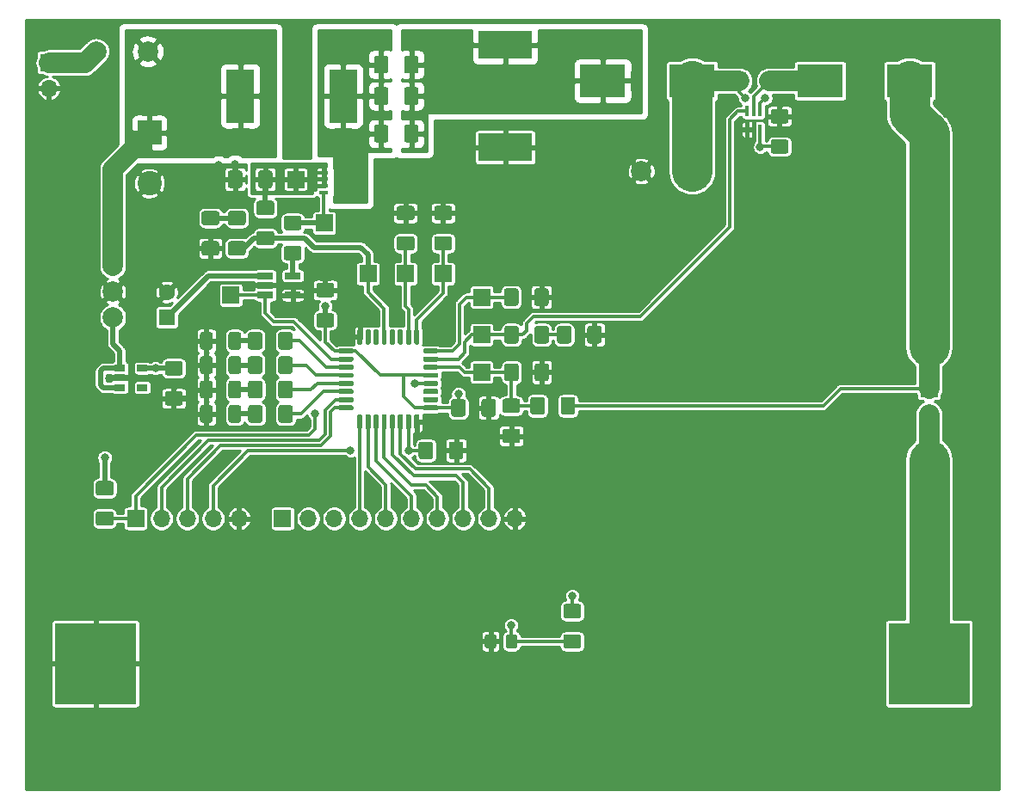
<source format=gbr>
%TF.GenerationSoftware,KiCad,Pcbnew,(5.1.6)-1*%
%TF.CreationDate,2020-05-30T13:08:14+03:00*%
%TF.ProjectId,stm32f334_1S_charger,73746d33-3266-4333-9334-5f31535f6368,rev?*%
%TF.SameCoordinates,Original*%
%TF.FileFunction,Copper,L1,Top*%
%TF.FilePolarity,Positive*%
%FSLAX46Y46*%
G04 Gerber Fmt 4.6, Leading zero omitted, Abs format (unit mm)*
G04 Created by KiCad (PCBNEW (5.1.6)-1) date 2020-05-30 13:08:14*
%MOMM*%
%LPD*%
G01*
G04 APERTURE LIST*
%TA.AperFunction,ComponentPad*%
%ADD10R,1.600000X1.600000*%
%TD*%
%TA.AperFunction,ComponentPad*%
%ADD11C,1.600000*%
%TD*%
%TA.AperFunction,ComponentPad*%
%ADD12R,2.400000X2.400000*%
%TD*%
%TA.AperFunction,ComponentPad*%
%ADD13C,2.400000*%
%TD*%
%TA.AperFunction,ComponentPad*%
%ADD14R,2.000000X2.000000*%
%TD*%
%TA.AperFunction,ComponentPad*%
%ADD15C,2.000000*%
%TD*%
%TA.AperFunction,SMDPad,CuDef*%
%ADD16R,4.500000X3.300000*%
%TD*%
%TA.AperFunction,ComponentPad*%
%ADD17R,1.700000X1.700000*%
%TD*%
%TA.AperFunction,ComponentPad*%
%ADD18O,1.700000X1.700000*%
%TD*%
%TA.AperFunction,SMDPad,CuDef*%
%ADD19R,8.000000X8.000000*%
%TD*%
%TA.AperFunction,SMDPad,CuDef*%
%ADD20R,2.800000X5.300000*%
%TD*%
%TA.AperFunction,SMDPad,CuDef*%
%ADD21R,5.300000X2.800000*%
%TD*%
%TA.AperFunction,SMDPad,CuDef*%
%ADD22R,0.830000X0.400000*%
%TD*%
%TA.AperFunction,SMDPad,CuDef*%
%ADD23C,0.100000*%
%TD*%
%TA.AperFunction,SMDPad,CuDef*%
%ADD24R,1.060000X0.650000*%
%TD*%
%TA.AperFunction,SMDPad,CuDef*%
%ADD25R,0.400000X1.000000*%
%TD*%
%TA.AperFunction,SMDPad,CuDef*%
%ADD26R,1.560000X0.650000*%
%TD*%
%TA.AperFunction,ViaPad*%
%ADD27C,0.800000*%
%TD*%
%TA.AperFunction,Conductor*%
%ADD28C,0.300000*%
%TD*%
%TA.AperFunction,Conductor*%
%ADD29C,0.500000*%
%TD*%
%TA.AperFunction,Conductor*%
%ADD30C,2.000000*%
%TD*%
%TA.AperFunction,Conductor*%
%ADD31C,4.000000*%
%TD*%
%TA.AperFunction,Conductor*%
%ADD32C,0.254000*%
%TD*%
G04 APERTURE END LIST*
%TO.P,C10,2*%
%TO.N,+3V3*%
%TA.AperFunction,SMDPad,CuDef*%
G36*
G01*
X27525000Y-47312500D02*
X26275000Y-47312500D01*
G75*
G02*
X26025000Y-47062500I0J250000D01*
G01*
X26025000Y-46137500D01*
G75*
G02*
X26275000Y-45887500I250000J0D01*
G01*
X27525000Y-45887500D01*
G75*
G02*
X27775000Y-46137500I0J-250000D01*
G01*
X27775000Y-47062500D01*
G75*
G02*
X27525000Y-47312500I-250000J0D01*
G01*
G37*
%TD.AperFunction*%
%TO.P,C10,1*%
%TO.N,GND*%
%TA.AperFunction,SMDPad,CuDef*%
G36*
G01*
X27525000Y-50287500D02*
X26275000Y-50287500D01*
G75*
G02*
X26025000Y-50037500I0J250000D01*
G01*
X26025000Y-49112500D01*
G75*
G02*
X26275000Y-48862500I250000J0D01*
G01*
X27525000Y-48862500D01*
G75*
G02*
X27775000Y-49112500I0J-250000D01*
G01*
X27775000Y-50037500D01*
G75*
G02*
X27525000Y-50287500I-250000J0D01*
G01*
G37*
%TD.AperFunction*%
%TD*%
%TO.P,C2,2*%
%TO.N,ADC1_IN3*%
%TA.AperFunction,SMDPad,CuDef*%
G36*
G01*
X60812500Y-38975000D02*
X60812500Y-40225000D01*
G75*
G02*
X60562500Y-40475000I-250000J0D01*
G01*
X59637500Y-40475000D01*
G75*
G02*
X59387500Y-40225000I0J250000D01*
G01*
X59387500Y-38975000D01*
G75*
G02*
X59637500Y-38725000I250000J0D01*
G01*
X60562500Y-38725000D01*
G75*
G02*
X60812500Y-38975000I0J-250000D01*
G01*
G37*
%TD.AperFunction*%
%TO.P,C2,1*%
%TO.N,GND*%
%TA.AperFunction,SMDPad,CuDef*%
G36*
G01*
X63787500Y-38975000D02*
X63787500Y-40225000D01*
G75*
G02*
X63537500Y-40475000I-250000J0D01*
G01*
X62612500Y-40475000D01*
G75*
G02*
X62362500Y-40225000I0J250000D01*
G01*
X62362500Y-38975000D01*
G75*
G02*
X62612500Y-38725000I250000J0D01*
G01*
X63537500Y-38725000D01*
G75*
G02*
X63787500Y-38975000I0J-250000D01*
G01*
G37*
%TD.AperFunction*%
%TD*%
D10*
%TO.P,C3,1*%
%TO.N,+5V*%
X26200000Y-41600000D03*
D11*
%TO.P,C3,2*%
%TO.N,GND*%
X26200000Y-39100000D03*
%TD*%
D12*
%TO.P,C4,1*%
%TO.N,+12V*%
X24500000Y-23400000D03*
D13*
%TO.P,C4,2*%
%TO.N,GND*%
X24500000Y-28400000D03*
%TD*%
%TO.P,C6,2*%
%TO.N,+3V3*%
%TA.AperFunction,SMDPad,CuDef*%
G36*
G01*
X41175000Y-41175000D02*
X42425000Y-41175000D01*
G75*
G02*
X42675000Y-41425000I0J-250000D01*
G01*
X42675000Y-42350000D01*
G75*
G02*
X42425000Y-42600000I-250000J0D01*
G01*
X41175000Y-42600000D01*
G75*
G02*
X40925000Y-42350000I0J250000D01*
G01*
X40925000Y-41425000D01*
G75*
G02*
X41175000Y-41175000I250000J0D01*
G01*
G37*
%TD.AperFunction*%
%TO.P,C6,1*%
%TO.N,GND*%
%TA.AperFunction,SMDPad,CuDef*%
G36*
G01*
X41175000Y-38200000D02*
X42425000Y-38200000D01*
G75*
G02*
X42675000Y-38450000I0J-250000D01*
G01*
X42675000Y-39375000D01*
G75*
G02*
X42425000Y-39625000I-250000J0D01*
G01*
X41175000Y-39625000D01*
G75*
G02*
X40925000Y-39375000I0J250000D01*
G01*
X40925000Y-38450000D01*
G75*
G02*
X41175000Y-38200000I250000J0D01*
G01*
G37*
%TD.AperFunction*%
%TD*%
%TO.P,C7,1*%
%TO.N,Net-(C7-Pad1)*%
%TA.AperFunction,SMDPad,CuDef*%
G36*
G01*
X32475000Y-31112500D02*
X33725000Y-31112500D01*
G75*
G02*
X33975000Y-31362500I0J-250000D01*
G01*
X33975000Y-32287500D01*
G75*
G02*
X33725000Y-32537500I-250000J0D01*
G01*
X32475000Y-32537500D01*
G75*
G02*
X32225000Y-32287500I0J250000D01*
G01*
X32225000Y-31362500D01*
G75*
G02*
X32475000Y-31112500I250000J0D01*
G01*
G37*
%TD.AperFunction*%
%TO.P,C7,2*%
%TO.N,COMP2_INP*%
%TA.AperFunction,SMDPad,CuDef*%
G36*
G01*
X32475000Y-34087500D02*
X33725000Y-34087500D01*
G75*
G02*
X33975000Y-34337500I0J-250000D01*
G01*
X33975000Y-35262500D01*
G75*
G02*
X33725000Y-35512500I-250000J0D01*
G01*
X32475000Y-35512500D01*
G75*
G02*
X32225000Y-35262500I0J250000D01*
G01*
X32225000Y-34337500D01*
G75*
G02*
X32475000Y-34087500I250000J0D01*
G01*
G37*
%TD.AperFunction*%
%TD*%
%TO.P,C8,1*%
%TO.N,GND*%
%TA.AperFunction,SMDPad,CuDef*%
G36*
G01*
X31125000Y-35512500D02*
X29875000Y-35512500D01*
G75*
G02*
X29625000Y-35262500I0J250000D01*
G01*
X29625000Y-34337500D01*
G75*
G02*
X29875000Y-34087500I250000J0D01*
G01*
X31125000Y-34087500D01*
G75*
G02*
X31375000Y-34337500I0J-250000D01*
G01*
X31375000Y-35262500D01*
G75*
G02*
X31125000Y-35512500I-250000J0D01*
G01*
G37*
%TD.AperFunction*%
%TO.P,C8,2*%
%TO.N,Net-(C7-Pad1)*%
%TA.AperFunction,SMDPad,CuDef*%
G36*
G01*
X31125000Y-32537500D02*
X29875000Y-32537500D01*
G75*
G02*
X29625000Y-32287500I0J250000D01*
G01*
X29625000Y-31362500D01*
G75*
G02*
X29875000Y-31112500I250000J0D01*
G01*
X31125000Y-31112500D01*
G75*
G02*
X31375000Y-31362500I0J-250000D01*
G01*
X31375000Y-32287500D01*
G75*
G02*
X31125000Y-32537500I-250000J0D01*
G01*
G37*
%TD.AperFunction*%
%TD*%
%TO.P,C11,2*%
%TO.N,+3V3*%
%TA.AperFunction,SMDPad,CuDef*%
G36*
G01*
X55612500Y-49875000D02*
X55612500Y-51125000D01*
G75*
G02*
X55362500Y-51375000I-250000J0D01*
G01*
X54437500Y-51375000D01*
G75*
G02*
X54187500Y-51125000I0J250000D01*
G01*
X54187500Y-49875000D01*
G75*
G02*
X54437500Y-49625000I250000J0D01*
G01*
X55362500Y-49625000D01*
G75*
G02*
X55612500Y-49875000I0J-250000D01*
G01*
G37*
%TD.AperFunction*%
%TO.P,C11,1*%
%TO.N,GND*%
%TA.AperFunction,SMDPad,CuDef*%
G36*
G01*
X58587500Y-49875000D02*
X58587500Y-51125000D01*
G75*
G02*
X58337500Y-51375000I-250000J0D01*
G01*
X57412500Y-51375000D01*
G75*
G02*
X57162500Y-51125000I0J250000D01*
G01*
X57162500Y-49875000D01*
G75*
G02*
X57412500Y-49625000I250000J0D01*
G01*
X58337500Y-49625000D01*
G75*
G02*
X58587500Y-49875000I0J-250000D01*
G01*
G37*
%TD.AperFunction*%
%TD*%
%TO.P,C12,1*%
%TO.N,Net-(C12-Pad1)*%
%TA.AperFunction,SMDPad,CuDef*%
G36*
G01*
X50987500Y-16075000D02*
X50987500Y-17325000D01*
G75*
G02*
X50737500Y-17575000I-250000J0D01*
G01*
X49812500Y-17575000D01*
G75*
G02*
X49562500Y-17325000I0J250000D01*
G01*
X49562500Y-16075000D01*
G75*
G02*
X49812500Y-15825000I250000J0D01*
G01*
X50737500Y-15825000D01*
G75*
G02*
X50987500Y-16075000I0J-250000D01*
G01*
G37*
%TD.AperFunction*%
%TO.P,C12,2*%
%TO.N,Net-(C12-Pad2)*%
%TA.AperFunction,SMDPad,CuDef*%
G36*
G01*
X48012500Y-16075000D02*
X48012500Y-17325000D01*
G75*
G02*
X47762500Y-17575000I-250000J0D01*
G01*
X46837500Y-17575000D01*
G75*
G02*
X46587500Y-17325000I0J250000D01*
G01*
X46587500Y-16075000D01*
G75*
G02*
X46837500Y-15825000I250000J0D01*
G01*
X47762500Y-15825000D01*
G75*
G02*
X48012500Y-16075000I0J-250000D01*
G01*
G37*
%TD.AperFunction*%
%TD*%
%TO.P,C13,2*%
%TO.N,Net-(C12-Pad2)*%
%TA.AperFunction,SMDPad,CuDef*%
G36*
G01*
X48012500Y-19175000D02*
X48012500Y-20425000D01*
G75*
G02*
X47762500Y-20675000I-250000J0D01*
G01*
X46837500Y-20675000D01*
G75*
G02*
X46587500Y-20425000I0J250000D01*
G01*
X46587500Y-19175000D01*
G75*
G02*
X46837500Y-18925000I250000J0D01*
G01*
X47762500Y-18925000D01*
G75*
G02*
X48012500Y-19175000I0J-250000D01*
G01*
G37*
%TD.AperFunction*%
%TO.P,C13,1*%
%TO.N,Net-(C12-Pad1)*%
%TA.AperFunction,SMDPad,CuDef*%
G36*
G01*
X50987500Y-19175000D02*
X50987500Y-20425000D01*
G75*
G02*
X50737500Y-20675000I-250000J0D01*
G01*
X49812500Y-20675000D01*
G75*
G02*
X49562500Y-20425000I0J250000D01*
G01*
X49562500Y-19175000D01*
G75*
G02*
X49812500Y-18925000I250000J0D01*
G01*
X50737500Y-18925000D01*
G75*
G02*
X50987500Y-19175000I0J-250000D01*
G01*
G37*
%TD.AperFunction*%
%TD*%
%TO.P,C14,2*%
%TO.N,Net-(C12-Pad2)*%
%TA.AperFunction,SMDPad,CuDef*%
G36*
G01*
X48012500Y-22875000D02*
X48012500Y-24125000D01*
G75*
G02*
X47762500Y-24375000I-250000J0D01*
G01*
X46837500Y-24375000D01*
G75*
G02*
X46587500Y-24125000I0J250000D01*
G01*
X46587500Y-22875000D01*
G75*
G02*
X46837500Y-22625000I250000J0D01*
G01*
X47762500Y-22625000D01*
G75*
G02*
X48012500Y-22875000I0J-250000D01*
G01*
G37*
%TD.AperFunction*%
%TO.P,C14,1*%
%TO.N,Net-(C12-Pad1)*%
%TA.AperFunction,SMDPad,CuDef*%
G36*
G01*
X50987500Y-22875000D02*
X50987500Y-24125000D01*
G75*
G02*
X50737500Y-24375000I-250000J0D01*
G01*
X49812500Y-24375000D01*
G75*
G02*
X49562500Y-24125000I0J250000D01*
G01*
X49562500Y-22875000D01*
G75*
G02*
X49812500Y-22625000I250000J0D01*
G01*
X50737500Y-22625000D01*
G75*
G02*
X50987500Y-22875000I0J-250000D01*
G01*
G37*
%TD.AperFunction*%
%TD*%
%TO.P,C15,2*%
%TO.N,ADC1_IN4*%
%TA.AperFunction,SMDPad,CuDef*%
G36*
G01*
X52775000Y-33587500D02*
X54025000Y-33587500D01*
G75*
G02*
X54275000Y-33837500I0J-250000D01*
G01*
X54275000Y-34762500D01*
G75*
G02*
X54025000Y-35012500I-250000J0D01*
G01*
X52775000Y-35012500D01*
G75*
G02*
X52525000Y-34762500I0J250000D01*
G01*
X52525000Y-33837500D01*
G75*
G02*
X52775000Y-33587500I250000J0D01*
G01*
G37*
%TD.AperFunction*%
%TO.P,C15,1*%
%TO.N,GND*%
%TA.AperFunction,SMDPad,CuDef*%
G36*
G01*
X52775000Y-30612500D02*
X54025000Y-30612500D01*
G75*
G02*
X54275000Y-30862500I0J-250000D01*
G01*
X54275000Y-31787500D01*
G75*
G02*
X54025000Y-32037500I-250000J0D01*
G01*
X52775000Y-32037500D01*
G75*
G02*
X52525000Y-31787500I0J250000D01*
G01*
X52525000Y-30862500D01*
G75*
G02*
X52775000Y-30612500I250000J0D01*
G01*
G37*
%TD.AperFunction*%
%TD*%
D14*
%TO.P,C16,1*%
%TO.N,Net-(C16-Pad1)*%
X77900000Y-27200000D03*
D15*
%TO.P,C16,2*%
%TO.N,GND*%
X72900000Y-27200000D03*
%TD*%
%TO.P,C18,1*%
%TO.N,Net-(C18-Pad1)*%
%TA.AperFunction,SMDPad,CuDef*%
G36*
G01*
X63812500Y-42675000D02*
X63812500Y-43925000D01*
G75*
G02*
X63562500Y-44175000I-250000J0D01*
G01*
X62637500Y-44175000D01*
G75*
G02*
X62387500Y-43925000I0J250000D01*
G01*
X62387500Y-42675000D01*
G75*
G02*
X62637500Y-42425000I250000J0D01*
G01*
X63562500Y-42425000D01*
G75*
G02*
X63812500Y-42675000I0J-250000D01*
G01*
G37*
%TD.AperFunction*%
%TO.P,C18,2*%
%TO.N,ADC1_IN2*%
%TA.AperFunction,SMDPad,CuDef*%
G36*
G01*
X60837500Y-42675000D02*
X60837500Y-43925000D01*
G75*
G02*
X60587500Y-44175000I-250000J0D01*
G01*
X59662500Y-44175000D01*
G75*
G02*
X59412500Y-43925000I0J250000D01*
G01*
X59412500Y-42675000D01*
G75*
G02*
X59662500Y-42425000I250000J0D01*
G01*
X60587500Y-42425000D01*
G75*
G02*
X60837500Y-42675000I0J-250000D01*
G01*
G37*
%TD.AperFunction*%
%TD*%
%TO.P,C19,2*%
%TO.N,Net-(C18-Pad1)*%
%TA.AperFunction,SMDPad,CuDef*%
G36*
G01*
X66025000Y-42675000D02*
X66025000Y-43925000D01*
G75*
G02*
X65775000Y-44175000I-250000J0D01*
G01*
X64850000Y-44175000D01*
G75*
G02*
X64600000Y-43925000I0J250000D01*
G01*
X64600000Y-42675000D01*
G75*
G02*
X64850000Y-42425000I250000J0D01*
G01*
X65775000Y-42425000D01*
G75*
G02*
X66025000Y-42675000I0J-250000D01*
G01*
G37*
%TD.AperFunction*%
%TO.P,C19,1*%
%TO.N,GND*%
%TA.AperFunction,SMDPad,CuDef*%
G36*
G01*
X69000000Y-42675000D02*
X69000000Y-43925000D01*
G75*
G02*
X68750000Y-44175000I-250000J0D01*
G01*
X67825000Y-44175000D01*
G75*
G02*
X67575000Y-43925000I0J250000D01*
G01*
X67575000Y-42675000D01*
G75*
G02*
X67825000Y-42425000I250000J0D01*
G01*
X68750000Y-42425000D01*
G75*
G02*
X69000000Y-42675000I0J-250000D01*
G01*
G37*
%TD.AperFunction*%
%TD*%
%TO.P,C20,2*%
%TO.N,ADC1_IN1*%
%TA.AperFunction,SMDPad,CuDef*%
G36*
G01*
X60837500Y-46375000D02*
X60837500Y-47625000D01*
G75*
G02*
X60587500Y-47875000I-250000J0D01*
G01*
X59662500Y-47875000D01*
G75*
G02*
X59412500Y-47625000I0J250000D01*
G01*
X59412500Y-46375000D01*
G75*
G02*
X59662500Y-46125000I250000J0D01*
G01*
X60587500Y-46125000D01*
G75*
G02*
X60837500Y-46375000I0J-250000D01*
G01*
G37*
%TD.AperFunction*%
%TO.P,C20,1*%
%TO.N,GND*%
%TA.AperFunction,SMDPad,CuDef*%
G36*
G01*
X63812500Y-46375000D02*
X63812500Y-47625000D01*
G75*
G02*
X63562500Y-47875000I-250000J0D01*
G01*
X62637500Y-47875000D01*
G75*
G02*
X62387500Y-47625000I0J250000D01*
G01*
X62387500Y-46375000D01*
G75*
G02*
X62637500Y-46125000I250000J0D01*
G01*
X63562500Y-46125000D01*
G75*
G02*
X63812500Y-46375000I0J-250000D01*
G01*
G37*
%TD.AperFunction*%
%TD*%
%TO.P,C21,1*%
%TO.N,GND*%
%TA.AperFunction,SMDPad,CuDef*%
G36*
G01*
X49075000Y-30612500D02*
X50325000Y-30612500D01*
G75*
G02*
X50575000Y-30862500I0J-250000D01*
G01*
X50575000Y-31787500D01*
G75*
G02*
X50325000Y-32037500I-250000J0D01*
G01*
X49075000Y-32037500D01*
G75*
G02*
X48825000Y-31787500I0J250000D01*
G01*
X48825000Y-30862500D01*
G75*
G02*
X49075000Y-30612500I250000J0D01*
G01*
G37*
%TD.AperFunction*%
%TO.P,C21,2*%
%TO.N,DAC1_OUT*%
%TA.AperFunction,SMDPad,CuDef*%
G36*
G01*
X49075000Y-33587500D02*
X50325000Y-33587500D01*
G75*
G02*
X50575000Y-33837500I0J-250000D01*
G01*
X50575000Y-34762500D01*
G75*
G02*
X50325000Y-35012500I-250000J0D01*
G01*
X49075000Y-35012500D01*
G75*
G02*
X48825000Y-34762500I0J250000D01*
G01*
X48825000Y-33837500D01*
G75*
G02*
X49075000Y-33587500I250000J0D01*
G01*
G37*
%TD.AperFunction*%
%TD*%
D16*
%TO.P,D1,2*%
%TO.N,Net-(C12-Pad1)*%
X69100000Y-18300000D03*
%TO.P,D1,1*%
%TO.N,Net-(C16-Pad1)*%
X77900000Y-18300000D03*
%TD*%
%TO.P,D2,2*%
%TO.N,Net-(D2-Pad2)*%
%TA.AperFunction,SMDPad,CuDef*%
G36*
G01*
X32275000Y-51725000D02*
X32275000Y-50475000D01*
G75*
G02*
X32525000Y-50225000I250000J0D01*
G01*
X33275000Y-50225000D01*
G75*
G02*
X33525000Y-50475000I0J-250000D01*
G01*
X33525000Y-51725000D01*
G75*
G02*
X33275000Y-51975000I-250000J0D01*
G01*
X32525000Y-51975000D01*
G75*
G02*
X32275000Y-51725000I0J250000D01*
G01*
G37*
%TD.AperFunction*%
%TO.P,D2,1*%
%TO.N,GND*%
%TA.AperFunction,SMDPad,CuDef*%
G36*
G01*
X29475000Y-51725000D02*
X29475000Y-50475000D01*
G75*
G02*
X29725000Y-50225000I250000J0D01*
G01*
X30475000Y-50225000D01*
G75*
G02*
X30725000Y-50475000I0J-250000D01*
G01*
X30725000Y-51725000D01*
G75*
G02*
X30475000Y-51975000I-250000J0D01*
G01*
X29725000Y-51975000D01*
G75*
G02*
X29475000Y-51725000I0J250000D01*
G01*
G37*
%TD.AperFunction*%
%TD*%
%TO.P,D3,1*%
%TO.N,GND*%
%TA.AperFunction,SMDPad,CuDef*%
G36*
G01*
X29475000Y-49325000D02*
X29475000Y-48075000D01*
G75*
G02*
X29725000Y-47825000I250000J0D01*
G01*
X30475000Y-47825000D01*
G75*
G02*
X30725000Y-48075000I0J-250000D01*
G01*
X30725000Y-49325000D01*
G75*
G02*
X30475000Y-49575000I-250000J0D01*
G01*
X29725000Y-49575000D01*
G75*
G02*
X29475000Y-49325000I0J250000D01*
G01*
G37*
%TD.AperFunction*%
%TO.P,D3,2*%
%TO.N,Net-(D3-Pad2)*%
%TA.AperFunction,SMDPad,CuDef*%
G36*
G01*
X32275000Y-49325000D02*
X32275000Y-48075000D01*
G75*
G02*
X32525000Y-47825000I250000J0D01*
G01*
X33275000Y-47825000D01*
G75*
G02*
X33525000Y-48075000I0J-250000D01*
G01*
X33525000Y-49325000D01*
G75*
G02*
X33275000Y-49575000I-250000J0D01*
G01*
X32525000Y-49575000D01*
G75*
G02*
X32275000Y-49325000I0J250000D01*
G01*
G37*
%TD.AperFunction*%
%TD*%
%TO.P,D4,1*%
%TO.N,Net-(D4-Pad1)*%
X99300000Y-18300000D03*
%TO.P,D4,2*%
%TO.N,Net-(D4-Pad2)*%
X90500000Y-18300000D03*
%TD*%
%TO.P,D5,2*%
%TO.N,Net-(D5-Pad2)*%
%TA.AperFunction,SMDPad,CuDef*%
G36*
G01*
X32275000Y-46925000D02*
X32275000Y-45675000D01*
G75*
G02*
X32525000Y-45425000I250000J0D01*
G01*
X33275000Y-45425000D01*
G75*
G02*
X33525000Y-45675000I0J-250000D01*
G01*
X33525000Y-46925000D01*
G75*
G02*
X33275000Y-47175000I-250000J0D01*
G01*
X32525000Y-47175000D01*
G75*
G02*
X32275000Y-46925000I0J250000D01*
G01*
G37*
%TD.AperFunction*%
%TO.P,D5,1*%
%TO.N,GND*%
%TA.AperFunction,SMDPad,CuDef*%
G36*
G01*
X29475000Y-46925000D02*
X29475000Y-45675000D01*
G75*
G02*
X29725000Y-45425000I250000J0D01*
G01*
X30475000Y-45425000D01*
G75*
G02*
X30725000Y-45675000I0J-250000D01*
G01*
X30725000Y-46925000D01*
G75*
G02*
X30475000Y-47175000I-250000J0D01*
G01*
X29725000Y-47175000D01*
G75*
G02*
X29475000Y-46925000I0J250000D01*
G01*
G37*
%TD.AperFunction*%
%TD*%
%TO.P,D6,1*%
%TO.N,GND*%
%TA.AperFunction,SMDPad,CuDef*%
G36*
G01*
X29475000Y-44525000D02*
X29475000Y-43275000D01*
G75*
G02*
X29725000Y-43025000I250000J0D01*
G01*
X30475000Y-43025000D01*
G75*
G02*
X30725000Y-43275000I0J-250000D01*
G01*
X30725000Y-44525000D01*
G75*
G02*
X30475000Y-44775000I-250000J0D01*
G01*
X29725000Y-44775000D01*
G75*
G02*
X29475000Y-44525000I0J250000D01*
G01*
G37*
%TD.AperFunction*%
%TO.P,D6,2*%
%TO.N,Net-(D6-Pad2)*%
%TA.AperFunction,SMDPad,CuDef*%
G36*
G01*
X32275000Y-44525000D02*
X32275000Y-43275000D01*
G75*
G02*
X32525000Y-43025000I250000J0D01*
G01*
X33275000Y-43025000D01*
G75*
G02*
X33525000Y-43275000I0J-250000D01*
G01*
X33525000Y-44525000D01*
G75*
G02*
X33275000Y-44775000I-250000J0D01*
G01*
X32525000Y-44775000D01*
G75*
G02*
X32275000Y-44525000I0J250000D01*
G01*
G37*
%TD.AperFunction*%
%TD*%
D15*
%TO.P,F1,2*%
%TO.N,+12V*%
X24340000Y-15400000D03*
%TO.P,F1,1*%
%TO.N,Net-(F1-Pad1)*%
X19260000Y-15400000D03*
%TD*%
D17*
%TO.P,J2,1*%
%TO.N,/NRST*%
X23140000Y-61400000D03*
D18*
%TO.P,J2,2*%
%TO.N,JTAG_SWDIO*%
X25680000Y-61400000D03*
%TO.P,J2,3*%
%TO.N,JTAG_SWCLK*%
X28220000Y-61400000D03*
%TO.P,J2,4*%
%TO.N,Net-(J2-Pad4)*%
X30760000Y-61400000D03*
%TO.P,J2,5*%
%TO.N,GND*%
X33300000Y-61400000D03*
%TD*%
D17*
%TO.P,J3,1*%
%TO.N,Net-(J3-Pad1)*%
X37600000Y-61400000D03*
D18*
%TO.P,J3,2*%
%TO.N,Net-(J3-Pad2)*%
X40140000Y-61400000D03*
%TO.P,J3,3*%
%TO.N,Net-(J3-Pad3)*%
X42680000Y-61400000D03*
%TO.P,J3,4*%
%TO.N,/PA15*%
X45220000Y-61400000D03*
%TO.P,J3,5*%
%TO.N,/PB3*%
X47760000Y-61400000D03*
%TO.P,J3,6*%
%TO.N,/PB4*%
X50300000Y-61400000D03*
%TO.P,J3,7*%
%TO.N,/PB5*%
X52840000Y-61400000D03*
%TO.P,J3,8*%
%TO.N,/PB6*%
X55380000Y-61400000D03*
%TO.P,J3,9*%
%TO.N,/PB7*%
X57920000Y-61400000D03*
%TO.P,J3,10*%
%TO.N,GND*%
X60460000Y-61400000D03*
%TD*%
D19*
%TO.P,J4,2*%
%TO.N,GND*%
X19200000Y-75700000D03*
%TO.P,J4,1*%
%TO.N,Net-(J14-Pad2)*%
X101200000Y-75700000D03*
%TD*%
D20*
%TO.P,L1,1*%
%TO.N,+12V*%
X33450000Y-19800000D03*
%TO.P,L1,2*%
%TO.N,Net-(C12-Pad2)*%
X43550000Y-19800000D03*
%TD*%
D21*
%TO.P,L2,2*%
%TO.N,GND*%
X59500000Y-24850000D03*
%TO.P,L2,1*%
%TO.N,Net-(C12-Pad1)*%
X59500000Y-14750000D03*
%TD*%
D22*
%TO.P,Q1,2*%
%TO.N,Net-(J13-Pad1)*%
X41660000Y-27975000D03*
%TO.P,Q1,1*%
X41660000Y-27325000D03*
%TO.P,Q1,3*%
X41660000Y-28625000D03*
%TO.P,Q1,4*%
%TO.N,Net-(J12-Pad1)*%
X41660000Y-29275000D03*
%TA.AperFunction,SMDPad,CuDef*%
D23*
%TO.P,Q1,5*%
%TO.N,Net-(C12-Pad2)*%
G36*
X45145000Y-27525000D02*
G01*
X44525000Y-27525000D01*
X44525000Y-27775000D01*
X45145000Y-27775000D01*
X45145000Y-28175000D01*
X44525000Y-28175000D01*
X44525000Y-28425000D01*
X45145000Y-28425000D01*
X45145000Y-28825000D01*
X44525000Y-28825000D01*
X44525000Y-29075000D01*
X45145000Y-29075000D01*
X45145000Y-29475000D01*
X44525000Y-29475000D01*
X44525000Y-29425000D01*
X42675000Y-29425000D01*
X42675000Y-27175000D01*
X44525000Y-27175000D01*
X44525000Y-27125000D01*
X45145000Y-27125000D01*
X45145000Y-27525000D01*
G37*
%TD.AperFunction*%
%TD*%
%TO.P,R1,1*%
%TO.N,+3V3*%
%TA.AperFunction,SMDPad,CuDef*%
G36*
G01*
X19475000Y-57712500D02*
X20725000Y-57712500D01*
G75*
G02*
X20975000Y-57962500I0J-250000D01*
G01*
X20975000Y-58887500D01*
G75*
G02*
X20725000Y-59137500I-250000J0D01*
G01*
X19475000Y-59137500D01*
G75*
G02*
X19225000Y-58887500I0J250000D01*
G01*
X19225000Y-57962500D01*
G75*
G02*
X19475000Y-57712500I250000J0D01*
G01*
G37*
%TD.AperFunction*%
%TO.P,R1,2*%
%TO.N,/NRST*%
%TA.AperFunction,SMDPad,CuDef*%
G36*
G01*
X19475000Y-60687500D02*
X20725000Y-60687500D01*
G75*
G02*
X20975000Y-60937500I0J-250000D01*
G01*
X20975000Y-61862500D01*
G75*
G02*
X20725000Y-62112500I-250000J0D01*
G01*
X19475000Y-62112500D01*
G75*
G02*
X19225000Y-61862500I0J250000D01*
G01*
X19225000Y-60937500D01*
G75*
G02*
X19475000Y-60687500I250000J0D01*
G01*
G37*
%TD.AperFunction*%
%TD*%
%TO.P,R2,2*%
%TO.N,GND*%
%TA.AperFunction,SMDPad,CuDef*%
G36*
G01*
X53962500Y-55325000D02*
X53962500Y-54075000D01*
G75*
G02*
X54212500Y-53825000I250000J0D01*
G01*
X55137500Y-53825000D01*
G75*
G02*
X55387500Y-54075000I0J-250000D01*
G01*
X55387500Y-55325000D01*
G75*
G02*
X55137500Y-55575000I-250000J0D01*
G01*
X54212500Y-55575000D01*
G75*
G02*
X53962500Y-55325000I0J250000D01*
G01*
G37*
%TD.AperFunction*%
%TO.P,R2,1*%
%TO.N,Net-(J2-Pad4)*%
%TA.AperFunction,SMDPad,CuDef*%
G36*
G01*
X50987500Y-55325000D02*
X50987500Y-54075000D01*
G75*
G02*
X51237500Y-53825000I250000J0D01*
G01*
X52162500Y-53825000D01*
G75*
G02*
X52412500Y-54075000I0J-250000D01*
G01*
X52412500Y-55325000D01*
G75*
G02*
X52162500Y-55575000I-250000J0D01*
G01*
X51237500Y-55575000D01*
G75*
G02*
X50987500Y-55325000I0J250000D01*
G01*
G37*
%TD.AperFunction*%
%TD*%
%TO.P,R8,1*%
%TO.N,Net-(J12-Pad1)*%
%TA.AperFunction,SMDPad,CuDef*%
G36*
G01*
X37975000Y-31587500D02*
X39225000Y-31587500D01*
G75*
G02*
X39475000Y-31837500I0J-250000D01*
G01*
X39475000Y-32762500D01*
G75*
G02*
X39225000Y-33012500I-250000J0D01*
G01*
X37975000Y-33012500D01*
G75*
G02*
X37725000Y-32762500I0J250000D01*
G01*
X37725000Y-31837500D01*
G75*
G02*
X37975000Y-31587500I250000J0D01*
G01*
G37*
%TD.AperFunction*%
%TO.P,R8,2*%
%TO.N,GATE_DRIVE*%
%TA.AperFunction,SMDPad,CuDef*%
G36*
G01*
X37975000Y-34562500D02*
X39225000Y-34562500D01*
G75*
G02*
X39475000Y-34812500I0J-250000D01*
G01*
X39475000Y-35737500D01*
G75*
G02*
X39225000Y-35987500I-250000J0D01*
G01*
X37975000Y-35987500D01*
G75*
G02*
X37725000Y-35737500I0J250000D01*
G01*
X37725000Y-34812500D01*
G75*
G02*
X37975000Y-34562500I250000J0D01*
G01*
G37*
%TD.AperFunction*%
%TD*%
%TO.P,R9,2*%
%TO.N,COMP2_INP*%
%TA.AperFunction,SMDPad,CuDef*%
G36*
G01*
X35275000Y-33087500D02*
X36525000Y-33087500D01*
G75*
G02*
X36775000Y-33337500I0J-250000D01*
G01*
X36775000Y-34262500D01*
G75*
G02*
X36525000Y-34512500I-250000J0D01*
G01*
X35275000Y-34512500D01*
G75*
G02*
X35025000Y-34262500I0J250000D01*
G01*
X35025000Y-33337500D01*
G75*
G02*
X35275000Y-33087500I250000J0D01*
G01*
G37*
%TD.AperFunction*%
%TO.P,R9,1*%
%TO.N,Net-(J13-Pad1)*%
%TA.AperFunction,SMDPad,CuDef*%
G36*
G01*
X35275000Y-30112500D02*
X36525000Y-30112500D01*
G75*
G02*
X36775000Y-30362500I0J-250000D01*
G01*
X36775000Y-31287500D01*
G75*
G02*
X36525000Y-31537500I-250000J0D01*
G01*
X35275000Y-31537500D01*
G75*
G02*
X35025000Y-31287500I0J250000D01*
G01*
X35025000Y-30362500D01*
G75*
G02*
X35275000Y-30112500I250000J0D01*
G01*
G37*
%TD.AperFunction*%
%TD*%
%TO.P,R10,2*%
%TO.N,Net-(J13-Pad1)*%
%TA.AperFunction,SMDPad,CuDef*%
G36*
G01*
X35187500Y-28625000D02*
X35187500Y-27375000D01*
G75*
G02*
X35437500Y-27125000I250000J0D01*
G01*
X36362500Y-27125000D01*
G75*
G02*
X36612500Y-27375000I0J-250000D01*
G01*
X36612500Y-28625000D01*
G75*
G02*
X36362500Y-28875000I-250000J0D01*
G01*
X35437500Y-28875000D01*
G75*
G02*
X35187500Y-28625000I0J250000D01*
G01*
G37*
%TD.AperFunction*%
%TO.P,R10,1*%
%TO.N,GND*%
%TA.AperFunction,SMDPad,CuDef*%
G36*
G01*
X32212500Y-28625000D02*
X32212500Y-27375000D01*
G75*
G02*
X32462500Y-27125000I250000J0D01*
G01*
X33387500Y-27125000D01*
G75*
G02*
X33637500Y-27375000I0J-250000D01*
G01*
X33637500Y-28625000D01*
G75*
G02*
X33387500Y-28875000I-250000J0D01*
G01*
X32462500Y-28875000D01*
G75*
G02*
X32212500Y-28625000I0J250000D01*
G01*
G37*
%TD.AperFunction*%
%TD*%
%TO.P,R11,1*%
%TO.N,+3V3*%
%TA.AperFunction,SMDPad,CuDef*%
G36*
G01*
X65475000Y-69812500D02*
X66725000Y-69812500D01*
G75*
G02*
X66975000Y-70062500I0J-250000D01*
G01*
X66975000Y-70987500D01*
G75*
G02*
X66725000Y-71237500I-250000J0D01*
G01*
X65475000Y-71237500D01*
G75*
G02*
X65225000Y-70987500I0J250000D01*
G01*
X65225000Y-70062500D01*
G75*
G02*
X65475000Y-69812500I250000J0D01*
G01*
G37*
%TD.AperFunction*%
%TO.P,R11,2*%
%TO.N,ADC1_IN4*%
%TA.AperFunction,SMDPad,CuDef*%
G36*
G01*
X65475000Y-72787500D02*
X66725000Y-72787500D01*
G75*
G02*
X66975000Y-73037500I0J-250000D01*
G01*
X66975000Y-73962500D01*
G75*
G02*
X66725000Y-74212500I-250000J0D01*
G01*
X65475000Y-74212500D01*
G75*
G02*
X65225000Y-73962500I0J250000D01*
G01*
X65225000Y-73037500D01*
G75*
G02*
X65475000Y-72787500I250000J0D01*
G01*
G37*
%TD.AperFunction*%
%TD*%
%TO.P,R12,1*%
%TO.N,Net-(D4-Pad2)*%
%TA.AperFunction,SMDPad,CuDef*%
G36*
G01*
X86212500Y-17675000D02*
X86212500Y-18925000D01*
G75*
G02*
X85962500Y-19175000I-250000J0D01*
G01*
X85037500Y-19175000D01*
G75*
G02*
X84787500Y-18925000I0J250000D01*
G01*
X84787500Y-17675000D01*
G75*
G02*
X85037500Y-17425000I250000J0D01*
G01*
X85962500Y-17425000D01*
G75*
G02*
X86212500Y-17675000I0J-250000D01*
G01*
G37*
%TD.AperFunction*%
%TO.P,R12,2*%
%TO.N,Net-(C16-Pad1)*%
%TA.AperFunction,SMDPad,CuDef*%
G36*
G01*
X83237500Y-17675000D02*
X83237500Y-18925000D01*
G75*
G02*
X82987500Y-19175000I-250000J0D01*
G01*
X82062500Y-19175000D01*
G75*
G02*
X81812500Y-18925000I0J250000D01*
G01*
X81812500Y-17675000D01*
G75*
G02*
X82062500Y-17425000I250000J0D01*
G01*
X82987500Y-17425000D01*
G75*
G02*
X83237500Y-17675000I0J-250000D01*
G01*
G37*
%TD.AperFunction*%
%TD*%
%TO.P,R13,2*%
%TO.N,Net-(D2-Pad2)*%
%TA.AperFunction,SMDPad,CuDef*%
G36*
G01*
X35637500Y-50475000D02*
X35637500Y-51725000D01*
G75*
G02*
X35387500Y-51975000I-250000J0D01*
G01*
X34462500Y-51975000D01*
G75*
G02*
X34212500Y-51725000I0J250000D01*
G01*
X34212500Y-50475000D01*
G75*
G02*
X34462500Y-50225000I250000J0D01*
G01*
X35387500Y-50225000D01*
G75*
G02*
X35637500Y-50475000I0J-250000D01*
G01*
G37*
%TD.AperFunction*%
%TO.P,R13,1*%
%TO.N,/LED4*%
%TA.AperFunction,SMDPad,CuDef*%
G36*
G01*
X38612500Y-50475000D02*
X38612500Y-51725000D01*
G75*
G02*
X38362500Y-51975000I-250000J0D01*
G01*
X37437500Y-51975000D01*
G75*
G02*
X37187500Y-51725000I0J250000D01*
G01*
X37187500Y-50475000D01*
G75*
G02*
X37437500Y-50225000I250000J0D01*
G01*
X38362500Y-50225000D01*
G75*
G02*
X38612500Y-50475000I0J-250000D01*
G01*
G37*
%TD.AperFunction*%
%TD*%
%TO.P,R14,1*%
%TO.N,/LED3*%
%TA.AperFunction,SMDPad,CuDef*%
G36*
G01*
X38600000Y-48075000D02*
X38600000Y-49325000D01*
G75*
G02*
X38350000Y-49575000I-250000J0D01*
G01*
X37425000Y-49575000D01*
G75*
G02*
X37175000Y-49325000I0J250000D01*
G01*
X37175000Y-48075000D01*
G75*
G02*
X37425000Y-47825000I250000J0D01*
G01*
X38350000Y-47825000D01*
G75*
G02*
X38600000Y-48075000I0J-250000D01*
G01*
G37*
%TD.AperFunction*%
%TO.P,R14,2*%
%TO.N,Net-(D3-Pad2)*%
%TA.AperFunction,SMDPad,CuDef*%
G36*
G01*
X35625000Y-48075000D02*
X35625000Y-49325000D01*
G75*
G02*
X35375000Y-49575000I-250000J0D01*
G01*
X34450000Y-49575000D01*
G75*
G02*
X34200000Y-49325000I0J250000D01*
G01*
X34200000Y-48075000D01*
G75*
G02*
X34450000Y-47825000I250000J0D01*
G01*
X35375000Y-47825000D01*
G75*
G02*
X35625000Y-48075000I0J-250000D01*
G01*
G37*
%TD.AperFunction*%
%TD*%
%TO.P,R15,2*%
%TO.N,Net-(D5-Pad2)*%
%TA.AperFunction,SMDPad,CuDef*%
G36*
G01*
X35612500Y-45675000D02*
X35612500Y-46925000D01*
G75*
G02*
X35362500Y-47175000I-250000J0D01*
G01*
X34437500Y-47175000D01*
G75*
G02*
X34187500Y-46925000I0J250000D01*
G01*
X34187500Y-45675000D01*
G75*
G02*
X34437500Y-45425000I250000J0D01*
G01*
X35362500Y-45425000D01*
G75*
G02*
X35612500Y-45675000I0J-250000D01*
G01*
G37*
%TD.AperFunction*%
%TO.P,R15,1*%
%TO.N,/LED2*%
%TA.AperFunction,SMDPad,CuDef*%
G36*
G01*
X38587500Y-45675000D02*
X38587500Y-46925000D01*
G75*
G02*
X38337500Y-47175000I-250000J0D01*
G01*
X37412500Y-47175000D01*
G75*
G02*
X37162500Y-46925000I0J250000D01*
G01*
X37162500Y-45675000D01*
G75*
G02*
X37412500Y-45425000I250000J0D01*
G01*
X38337500Y-45425000D01*
G75*
G02*
X38587500Y-45675000I0J-250000D01*
G01*
G37*
%TD.AperFunction*%
%TD*%
%TO.P,R16,2*%
%TO.N,Net-(D6-Pad2)*%
%TA.AperFunction,SMDPad,CuDef*%
G36*
G01*
X35612500Y-43275000D02*
X35612500Y-44525000D01*
G75*
G02*
X35362500Y-44775000I-250000J0D01*
G01*
X34437500Y-44775000D01*
G75*
G02*
X34187500Y-44525000I0J250000D01*
G01*
X34187500Y-43275000D01*
G75*
G02*
X34437500Y-43025000I250000J0D01*
G01*
X35362500Y-43025000D01*
G75*
G02*
X35612500Y-43275000I0J-250000D01*
G01*
G37*
%TD.AperFunction*%
%TO.P,R16,1*%
%TO.N,/LED1*%
%TA.AperFunction,SMDPad,CuDef*%
G36*
G01*
X38587500Y-43275000D02*
X38587500Y-44525000D01*
G75*
G02*
X38337500Y-44775000I-250000J0D01*
G01*
X37412500Y-44775000D01*
G75*
G02*
X37162500Y-44525000I0J250000D01*
G01*
X37162500Y-43275000D01*
G75*
G02*
X37412500Y-43025000I250000J0D01*
G01*
X38337500Y-43025000D01*
G75*
G02*
X38587500Y-43275000I0J-250000D01*
G01*
G37*
%TD.AperFunction*%
%TD*%
%TO.P,R17,1*%
%TO.N,Net-(D4-Pad1)*%
%TA.AperFunction,SMDPad,CuDef*%
G36*
G01*
X66387500Y-49675000D02*
X66387500Y-50925000D01*
G75*
G02*
X66137500Y-51175000I-250000J0D01*
G01*
X65212500Y-51175000D01*
G75*
G02*
X64962500Y-50925000I0J250000D01*
G01*
X64962500Y-49675000D01*
G75*
G02*
X65212500Y-49425000I250000J0D01*
G01*
X66137500Y-49425000D01*
G75*
G02*
X66387500Y-49675000I0J-250000D01*
G01*
G37*
%TD.AperFunction*%
%TO.P,R17,2*%
%TO.N,ADC1_IN1*%
%TA.AperFunction,SMDPad,CuDef*%
G36*
G01*
X63412500Y-49675000D02*
X63412500Y-50925000D01*
G75*
G02*
X63162500Y-51175000I-250000J0D01*
G01*
X62237500Y-51175000D01*
G75*
G02*
X61987500Y-50925000I0J250000D01*
G01*
X61987500Y-49675000D01*
G75*
G02*
X62237500Y-49425000I250000J0D01*
G01*
X63162500Y-49425000D01*
G75*
G02*
X63412500Y-49675000I0J-250000D01*
G01*
G37*
%TD.AperFunction*%
%TD*%
%TO.P,R18,1*%
%TO.N,ADC1_IN1*%
%TA.AperFunction,SMDPad,CuDef*%
G36*
G01*
X59475000Y-49587500D02*
X60725000Y-49587500D01*
G75*
G02*
X60975000Y-49837500I0J-250000D01*
G01*
X60975000Y-50762500D01*
G75*
G02*
X60725000Y-51012500I-250000J0D01*
G01*
X59475000Y-51012500D01*
G75*
G02*
X59225000Y-50762500I0J250000D01*
G01*
X59225000Y-49837500D01*
G75*
G02*
X59475000Y-49587500I250000J0D01*
G01*
G37*
%TD.AperFunction*%
%TO.P,R18,2*%
%TO.N,GND*%
%TA.AperFunction,SMDPad,CuDef*%
G36*
G01*
X59475000Y-52562500D02*
X60725000Y-52562500D01*
G75*
G02*
X60975000Y-52812500I0J-250000D01*
G01*
X60975000Y-53737500D01*
G75*
G02*
X60725000Y-53987500I-250000J0D01*
G01*
X59475000Y-53987500D01*
G75*
G02*
X59225000Y-53737500I0J250000D01*
G01*
X59225000Y-52812500D01*
G75*
G02*
X59475000Y-52562500I250000J0D01*
G01*
G37*
%TD.AperFunction*%
%TD*%
%TO.P,TH1,1*%
%TO.N,ADC1_IN4*%
%TA.AperFunction,SMDPad,CuDef*%
G36*
G01*
X60700000Y-73049999D02*
X60700000Y-73950001D01*
G75*
G02*
X60450001Y-74200000I-249999J0D01*
G01*
X59799999Y-74200000D01*
G75*
G02*
X59550000Y-73950001I0J249999D01*
G01*
X59550000Y-73049999D01*
G75*
G02*
X59799999Y-72800000I249999J0D01*
G01*
X60450001Y-72800000D01*
G75*
G02*
X60700000Y-73049999I0J-249999D01*
G01*
G37*
%TD.AperFunction*%
%TO.P,TH1,2*%
%TO.N,GND*%
%TA.AperFunction,SMDPad,CuDef*%
G36*
G01*
X58650000Y-73049999D02*
X58650000Y-73950001D01*
G75*
G02*
X58400001Y-74200000I-249999J0D01*
G01*
X57749999Y-74200000D01*
G75*
G02*
X57500000Y-73950001I0J249999D01*
G01*
X57500000Y-73049999D01*
G75*
G02*
X57749999Y-72800000I249999J0D01*
G01*
X58400001Y-72800000D01*
G75*
G02*
X58650000Y-73049999I0J-249999D01*
G01*
G37*
%TD.AperFunction*%
%TD*%
D15*
%TO.P,U1,3*%
%TO.N,+5V*%
X20900000Y-41600000D03*
%TO.P,U1,2*%
%TO.N,GND*%
X20900000Y-39060000D03*
%TO.P,U1,1*%
%TO.N,+12V*%
X20900000Y-36520000D03*
%TD*%
D24*
%TO.P,U2,1*%
%TO.N,+5V*%
X21600000Y-46600000D03*
%TO.P,U2,2*%
%TO.N,GND*%
X21600000Y-47550000D03*
%TO.P,U2,3*%
%TO.N,+5V*%
X21600000Y-48500000D03*
%TO.P,U2,4*%
%TO.N,Net-(U2-Pad4)*%
X23800000Y-48500000D03*
%TO.P,U2,5*%
%TO.N,+3V3*%
X23800000Y-46600000D03*
%TD*%
%TO.P,U3,1*%
%TO.N,+3V3*%
%TA.AperFunction,SMDPad,CuDef*%
G36*
G01*
X52925000Y-50375000D02*
X52925000Y-50625000D01*
G75*
G02*
X52800000Y-50750000I-125000J0D01*
G01*
X51550000Y-50750000D01*
G75*
G02*
X51425000Y-50625000I0J125000D01*
G01*
X51425000Y-50375000D01*
G75*
G02*
X51550000Y-50250000I125000J0D01*
G01*
X52800000Y-50250000D01*
G75*
G02*
X52925000Y-50375000I0J-125000D01*
G01*
G37*
%TD.AperFunction*%
%TO.P,U3,2*%
%TO.N,Net-(U3-Pad2)*%
%TA.AperFunction,SMDPad,CuDef*%
G36*
G01*
X52925000Y-49575000D02*
X52925000Y-49825000D01*
G75*
G02*
X52800000Y-49950000I-125000J0D01*
G01*
X51550000Y-49950000D01*
G75*
G02*
X51425000Y-49825000I0J125000D01*
G01*
X51425000Y-49575000D01*
G75*
G02*
X51550000Y-49450000I125000J0D01*
G01*
X52800000Y-49450000D01*
G75*
G02*
X52925000Y-49575000I0J-125000D01*
G01*
G37*
%TD.AperFunction*%
%TO.P,U3,3*%
%TO.N,Net-(U3-Pad3)*%
%TA.AperFunction,SMDPad,CuDef*%
G36*
G01*
X52925000Y-48775000D02*
X52925000Y-49025000D01*
G75*
G02*
X52800000Y-49150000I-125000J0D01*
G01*
X51550000Y-49150000D01*
G75*
G02*
X51425000Y-49025000I0J125000D01*
G01*
X51425000Y-48775000D01*
G75*
G02*
X51550000Y-48650000I125000J0D01*
G01*
X52800000Y-48650000D01*
G75*
G02*
X52925000Y-48775000I0J-125000D01*
G01*
G37*
%TD.AperFunction*%
%TO.P,U3,4*%
%TO.N,/NRST*%
%TA.AperFunction,SMDPad,CuDef*%
G36*
G01*
X52925000Y-47975000D02*
X52925000Y-48225000D01*
G75*
G02*
X52800000Y-48350000I-125000J0D01*
G01*
X51550000Y-48350000D01*
G75*
G02*
X51425000Y-48225000I0J125000D01*
G01*
X51425000Y-47975000D01*
G75*
G02*
X51550000Y-47850000I125000J0D01*
G01*
X52800000Y-47850000D01*
G75*
G02*
X52925000Y-47975000I0J-125000D01*
G01*
G37*
%TD.AperFunction*%
%TO.P,U3,5*%
%TO.N,+3V3*%
%TA.AperFunction,SMDPad,CuDef*%
G36*
G01*
X52925000Y-47175000D02*
X52925000Y-47425000D01*
G75*
G02*
X52800000Y-47550000I-125000J0D01*
G01*
X51550000Y-47550000D01*
G75*
G02*
X51425000Y-47425000I0J125000D01*
G01*
X51425000Y-47175000D01*
G75*
G02*
X51550000Y-47050000I125000J0D01*
G01*
X52800000Y-47050000D01*
G75*
G02*
X52925000Y-47175000I0J-125000D01*
G01*
G37*
%TD.AperFunction*%
%TO.P,U3,6*%
%TO.N,ADC1_IN1*%
%TA.AperFunction,SMDPad,CuDef*%
G36*
G01*
X52925000Y-46375000D02*
X52925000Y-46625000D01*
G75*
G02*
X52800000Y-46750000I-125000J0D01*
G01*
X51550000Y-46750000D01*
G75*
G02*
X51425000Y-46625000I0J125000D01*
G01*
X51425000Y-46375000D01*
G75*
G02*
X51550000Y-46250000I125000J0D01*
G01*
X52800000Y-46250000D01*
G75*
G02*
X52925000Y-46375000I0J-125000D01*
G01*
G37*
%TD.AperFunction*%
%TO.P,U3,7*%
%TO.N,ADC1_IN2*%
%TA.AperFunction,SMDPad,CuDef*%
G36*
G01*
X52925000Y-45575000D02*
X52925000Y-45825000D01*
G75*
G02*
X52800000Y-45950000I-125000J0D01*
G01*
X51550000Y-45950000D01*
G75*
G02*
X51425000Y-45825000I0J125000D01*
G01*
X51425000Y-45575000D01*
G75*
G02*
X51550000Y-45450000I125000J0D01*
G01*
X52800000Y-45450000D01*
G75*
G02*
X52925000Y-45575000I0J-125000D01*
G01*
G37*
%TD.AperFunction*%
%TO.P,U3,8*%
%TO.N,ADC1_IN3*%
%TA.AperFunction,SMDPad,CuDef*%
G36*
G01*
X52925000Y-44775000D02*
X52925000Y-45025000D01*
G75*
G02*
X52800000Y-45150000I-125000J0D01*
G01*
X51550000Y-45150000D01*
G75*
G02*
X51425000Y-45025000I0J125000D01*
G01*
X51425000Y-44775000D01*
G75*
G02*
X51550000Y-44650000I125000J0D01*
G01*
X52800000Y-44650000D01*
G75*
G02*
X52925000Y-44775000I0J-125000D01*
G01*
G37*
%TD.AperFunction*%
%TO.P,U3,9*%
%TO.N,ADC1_IN4*%
%TA.AperFunction,SMDPad,CuDef*%
G36*
G01*
X51050000Y-42900000D02*
X51050000Y-44150000D01*
G75*
G02*
X50925000Y-44275000I-125000J0D01*
G01*
X50675000Y-44275000D01*
G75*
G02*
X50550000Y-44150000I0J125000D01*
G01*
X50550000Y-42900000D01*
G75*
G02*
X50675000Y-42775000I125000J0D01*
G01*
X50925000Y-42775000D01*
G75*
G02*
X51050000Y-42900000I0J-125000D01*
G01*
G37*
%TD.AperFunction*%
%TO.P,U3,10*%
%TO.N,DAC1_OUT*%
%TA.AperFunction,SMDPad,CuDef*%
G36*
G01*
X50250000Y-42900000D02*
X50250000Y-44150000D01*
G75*
G02*
X50125000Y-44275000I-125000J0D01*
G01*
X49875000Y-44275000D01*
G75*
G02*
X49750000Y-44150000I0J125000D01*
G01*
X49750000Y-42900000D01*
G75*
G02*
X49875000Y-42775000I125000J0D01*
G01*
X50125000Y-42775000D01*
G75*
G02*
X50250000Y-42900000I0J-125000D01*
G01*
G37*
%TD.AperFunction*%
%TO.P,U3,11*%
%TO.N,Net-(U3-Pad11)*%
%TA.AperFunction,SMDPad,CuDef*%
G36*
G01*
X49450000Y-42900000D02*
X49450000Y-44150000D01*
G75*
G02*
X49325000Y-44275000I-125000J0D01*
G01*
X49075000Y-44275000D01*
G75*
G02*
X48950000Y-44150000I0J125000D01*
G01*
X48950000Y-42900000D01*
G75*
G02*
X49075000Y-42775000I125000J0D01*
G01*
X49325000Y-42775000D01*
G75*
G02*
X49450000Y-42900000I0J-125000D01*
G01*
G37*
%TD.AperFunction*%
%TO.P,U3,12*%
%TO.N,Net-(U3-Pad12)*%
%TA.AperFunction,SMDPad,CuDef*%
G36*
G01*
X48650000Y-42900000D02*
X48650000Y-44150000D01*
G75*
G02*
X48525000Y-44275000I-125000J0D01*
G01*
X48275000Y-44275000D01*
G75*
G02*
X48150000Y-44150000I0J125000D01*
G01*
X48150000Y-42900000D01*
G75*
G02*
X48275000Y-42775000I125000J0D01*
G01*
X48525000Y-42775000D01*
G75*
G02*
X48650000Y-42900000I0J-125000D01*
G01*
G37*
%TD.AperFunction*%
%TO.P,U3,13*%
%TO.N,COMP2_INP*%
%TA.AperFunction,SMDPad,CuDef*%
G36*
G01*
X47850000Y-42900000D02*
X47850000Y-44150000D01*
G75*
G02*
X47725000Y-44275000I-125000J0D01*
G01*
X47475000Y-44275000D01*
G75*
G02*
X47350000Y-44150000I0J125000D01*
G01*
X47350000Y-42900000D01*
G75*
G02*
X47475000Y-42775000I125000J0D01*
G01*
X47725000Y-42775000D01*
G75*
G02*
X47850000Y-42900000I0J-125000D01*
G01*
G37*
%TD.AperFunction*%
%TO.P,U3,14*%
%TO.N,Net-(U3-Pad14)*%
%TA.AperFunction,SMDPad,CuDef*%
G36*
G01*
X47050000Y-42900000D02*
X47050000Y-44150000D01*
G75*
G02*
X46925000Y-44275000I-125000J0D01*
G01*
X46675000Y-44275000D01*
G75*
G02*
X46550000Y-44150000I0J125000D01*
G01*
X46550000Y-42900000D01*
G75*
G02*
X46675000Y-42775000I125000J0D01*
G01*
X46925000Y-42775000D01*
G75*
G02*
X47050000Y-42900000I0J-125000D01*
G01*
G37*
%TD.AperFunction*%
%TO.P,U3,15*%
%TO.N,Net-(U3-Pad15)*%
%TA.AperFunction,SMDPad,CuDef*%
G36*
G01*
X46250000Y-42900000D02*
X46250000Y-44150000D01*
G75*
G02*
X46125000Y-44275000I-125000J0D01*
G01*
X45875000Y-44275000D01*
G75*
G02*
X45750000Y-44150000I0J125000D01*
G01*
X45750000Y-42900000D01*
G75*
G02*
X45875000Y-42775000I125000J0D01*
G01*
X46125000Y-42775000D01*
G75*
G02*
X46250000Y-42900000I0J-125000D01*
G01*
G37*
%TD.AperFunction*%
%TO.P,U3,16*%
%TO.N,GND*%
%TA.AperFunction,SMDPad,CuDef*%
G36*
G01*
X45450000Y-42900000D02*
X45450000Y-44150000D01*
G75*
G02*
X45325000Y-44275000I-125000J0D01*
G01*
X45075000Y-44275000D01*
G75*
G02*
X44950000Y-44150000I0J125000D01*
G01*
X44950000Y-42900000D01*
G75*
G02*
X45075000Y-42775000I125000J0D01*
G01*
X45325000Y-42775000D01*
G75*
G02*
X45450000Y-42900000I0J-125000D01*
G01*
G37*
%TD.AperFunction*%
%TO.P,U3,17*%
%TO.N,+3V3*%
%TA.AperFunction,SMDPad,CuDef*%
G36*
G01*
X44575000Y-44775000D02*
X44575000Y-45025000D01*
G75*
G02*
X44450000Y-45150000I-125000J0D01*
G01*
X43200000Y-45150000D01*
G75*
G02*
X43075000Y-45025000I0J125000D01*
G01*
X43075000Y-44775000D01*
G75*
G02*
X43200000Y-44650000I125000J0D01*
G01*
X44450000Y-44650000D01*
G75*
G02*
X44575000Y-44775000I0J-125000D01*
G01*
G37*
%TD.AperFunction*%
%TO.P,U3,18*%
%TO.N,HTRIM_CHA1*%
%TA.AperFunction,SMDPad,CuDef*%
G36*
G01*
X44575000Y-45575000D02*
X44575000Y-45825000D01*
G75*
G02*
X44450000Y-45950000I-125000J0D01*
G01*
X43200000Y-45950000D01*
G75*
G02*
X43075000Y-45825000I0J125000D01*
G01*
X43075000Y-45575000D01*
G75*
G02*
X43200000Y-45450000I125000J0D01*
G01*
X44450000Y-45450000D01*
G75*
G02*
X44575000Y-45575000I0J-125000D01*
G01*
G37*
%TD.AperFunction*%
%TO.P,U3,19*%
%TO.N,/LED1*%
%TA.AperFunction,SMDPad,CuDef*%
G36*
G01*
X44575000Y-46375000D02*
X44575000Y-46625000D01*
G75*
G02*
X44450000Y-46750000I-125000J0D01*
G01*
X43200000Y-46750000D01*
G75*
G02*
X43075000Y-46625000I0J125000D01*
G01*
X43075000Y-46375000D01*
G75*
G02*
X43200000Y-46250000I125000J0D01*
G01*
X44450000Y-46250000D01*
G75*
G02*
X44575000Y-46375000I0J-125000D01*
G01*
G37*
%TD.AperFunction*%
%TO.P,U3,20*%
%TO.N,/LED2*%
%TA.AperFunction,SMDPad,CuDef*%
G36*
G01*
X44575000Y-47175000D02*
X44575000Y-47425000D01*
G75*
G02*
X44450000Y-47550000I-125000J0D01*
G01*
X43200000Y-47550000D01*
G75*
G02*
X43075000Y-47425000I0J125000D01*
G01*
X43075000Y-47175000D01*
G75*
G02*
X43200000Y-47050000I125000J0D01*
G01*
X44450000Y-47050000D01*
G75*
G02*
X44575000Y-47175000I0J-125000D01*
G01*
G37*
%TD.AperFunction*%
%TO.P,U3,21*%
%TO.N,/LED3*%
%TA.AperFunction,SMDPad,CuDef*%
G36*
G01*
X44575000Y-47975000D02*
X44575000Y-48225000D01*
G75*
G02*
X44450000Y-48350000I-125000J0D01*
G01*
X43200000Y-48350000D01*
G75*
G02*
X43075000Y-48225000I0J125000D01*
G01*
X43075000Y-47975000D01*
G75*
G02*
X43200000Y-47850000I125000J0D01*
G01*
X44450000Y-47850000D01*
G75*
G02*
X44575000Y-47975000I0J-125000D01*
G01*
G37*
%TD.AperFunction*%
%TO.P,U3,22*%
%TO.N,/LED4*%
%TA.AperFunction,SMDPad,CuDef*%
G36*
G01*
X44575000Y-48775000D02*
X44575000Y-49025000D01*
G75*
G02*
X44450000Y-49150000I-125000J0D01*
G01*
X43200000Y-49150000D01*
G75*
G02*
X43075000Y-49025000I0J125000D01*
G01*
X43075000Y-48775000D01*
G75*
G02*
X43200000Y-48650000I125000J0D01*
G01*
X44450000Y-48650000D01*
G75*
G02*
X44575000Y-48775000I0J-125000D01*
G01*
G37*
%TD.AperFunction*%
%TO.P,U3,23*%
%TO.N,JTAG_SWDIO*%
%TA.AperFunction,SMDPad,CuDef*%
G36*
G01*
X44575000Y-49575000D02*
X44575000Y-49825000D01*
G75*
G02*
X44450000Y-49950000I-125000J0D01*
G01*
X43200000Y-49950000D01*
G75*
G02*
X43075000Y-49825000I0J125000D01*
G01*
X43075000Y-49575000D01*
G75*
G02*
X43200000Y-49450000I125000J0D01*
G01*
X44450000Y-49450000D01*
G75*
G02*
X44575000Y-49575000I0J-125000D01*
G01*
G37*
%TD.AperFunction*%
%TO.P,U3,24*%
%TO.N,JTAG_SWCLK*%
%TA.AperFunction,SMDPad,CuDef*%
G36*
G01*
X44575000Y-50375000D02*
X44575000Y-50625000D01*
G75*
G02*
X44450000Y-50750000I-125000J0D01*
G01*
X43200000Y-50750000D01*
G75*
G02*
X43075000Y-50625000I0J125000D01*
G01*
X43075000Y-50375000D01*
G75*
G02*
X43200000Y-50250000I125000J0D01*
G01*
X44450000Y-50250000D01*
G75*
G02*
X44575000Y-50375000I0J-125000D01*
G01*
G37*
%TD.AperFunction*%
%TO.P,U3,25*%
%TO.N,/PA15*%
%TA.AperFunction,SMDPad,CuDef*%
G36*
G01*
X45450000Y-51250000D02*
X45450000Y-52500000D01*
G75*
G02*
X45325000Y-52625000I-125000J0D01*
G01*
X45075000Y-52625000D01*
G75*
G02*
X44950000Y-52500000I0J125000D01*
G01*
X44950000Y-51250000D01*
G75*
G02*
X45075000Y-51125000I125000J0D01*
G01*
X45325000Y-51125000D01*
G75*
G02*
X45450000Y-51250000I0J-125000D01*
G01*
G37*
%TD.AperFunction*%
%TO.P,U3,26*%
%TO.N,/PB3*%
%TA.AperFunction,SMDPad,CuDef*%
G36*
G01*
X46250000Y-51250000D02*
X46250000Y-52500000D01*
G75*
G02*
X46125000Y-52625000I-125000J0D01*
G01*
X45875000Y-52625000D01*
G75*
G02*
X45750000Y-52500000I0J125000D01*
G01*
X45750000Y-51250000D01*
G75*
G02*
X45875000Y-51125000I125000J0D01*
G01*
X46125000Y-51125000D01*
G75*
G02*
X46250000Y-51250000I0J-125000D01*
G01*
G37*
%TD.AperFunction*%
%TO.P,U3,27*%
%TO.N,/PB4*%
%TA.AperFunction,SMDPad,CuDef*%
G36*
G01*
X47050000Y-51250000D02*
X47050000Y-52500000D01*
G75*
G02*
X46925000Y-52625000I-125000J0D01*
G01*
X46675000Y-52625000D01*
G75*
G02*
X46550000Y-52500000I0J125000D01*
G01*
X46550000Y-51250000D01*
G75*
G02*
X46675000Y-51125000I125000J0D01*
G01*
X46925000Y-51125000D01*
G75*
G02*
X47050000Y-51250000I0J-125000D01*
G01*
G37*
%TD.AperFunction*%
%TO.P,U3,28*%
%TO.N,/PB5*%
%TA.AperFunction,SMDPad,CuDef*%
G36*
G01*
X47850000Y-51250000D02*
X47850000Y-52500000D01*
G75*
G02*
X47725000Y-52625000I-125000J0D01*
G01*
X47475000Y-52625000D01*
G75*
G02*
X47350000Y-52500000I0J125000D01*
G01*
X47350000Y-51250000D01*
G75*
G02*
X47475000Y-51125000I125000J0D01*
G01*
X47725000Y-51125000D01*
G75*
G02*
X47850000Y-51250000I0J-125000D01*
G01*
G37*
%TD.AperFunction*%
%TO.P,U3,29*%
%TO.N,/PB6*%
%TA.AperFunction,SMDPad,CuDef*%
G36*
G01*
X48650000Y-51250000D02*
X48650000Y-52500000D01*
G75*
G02*
X48525000Y-52625000I-125000J0D01*
G01*
X48275000Y-52625000D01*
G75*
G02*
X48150000Y-52500000I0J125000D01*
G01*
X48150000Y-51250000D01*
G75*
G02*
X48275000Y-51125000I125000J0D01*
G01*
X48525000Y-51125000D01*
G75*
G02*
X48650000Y-51250000I0J-125000D01*
G01*
G37*
%TD.AperFunction*%
%TO.P,U3,30*%
%TO.N,/PB7*%
%TA.AperFunction,SMDPad,CuDef*%
G36*
G01*
X49450000Y-51250000D02*
X49450000Y-52500000D01*
G75*
G02*
X49325000Y-52625000I-125000J0D01*
G01*
X49075000Y-52625000D01*
G75*
G02*
X48950000Y-52500000I0J125000D01*
G01*
X48950000Y-51250000D01*
G75*
G02*
X49075000Y-51125000I125000J0D01*
G01*
X49325000Y-51125000D01*
G75*
G02*
X49450000Y-51250000I0J-125000D01*
G01*
G37*
%TD.AperFunction*%
%TO.P,U3,31*%
%TO.N,Net-(J2-Pad4)*%
%TA.AperFunction,SMDPad,CuDef*%
G36*
G01*
X50250000Y-51250000D02*
X50250000Y-52500000D01*
G75*
G02*
X50125000Y-52625000I-125000J0D01*
G01*
X49875000Y-52625000D01*
G75*
G02*
X49750000Y-52500000I0J125000D01*
G01*
X49750000Y-51250000D01*
G75*
G02*
X49875000Y-51125000I125000J0D01*
G01*
X50125000Y-51125000D01*
G75*
G02*
X50250000Y-51250000I0J-125000D01*
G01*
G37*
%TD.AperFunction*%
%TO.P,U3,32*%
%TO.N,GND*%
%TA.AperFunction,SMDPad,CuDef*%
G36*
G01*
X51050000Y-51250000D02*
X51050000Y-52500000D01*
G75*
G02*
X50925000Y-52625000I-125000J0D01*
G01*
X50675000Y-52625000D01*
G75*
G02*
X50550000Y-52500000I0J125000D01*
G01*
X50550000Y-51250000D01*
G75*
G02*
X50675000Y-51125000I125000J0D01*
G01*
X50925000Y-51125000D01*
G75*
G02*
X51050000Y-51250000I0J-125000D01*
G01*
G37*
%TD.AperFunction*%
%TD*%
D25*
%TO.P,U4,3*%
%TO.N,+3V3*%
X84600000Y-23100000D03*
%TO.P,U4,2*%
%TO.N,GND*%
X83950000Y-23100000D03*
%TO.P,U4,1*%
X83300000Y-23100000D03*
%TO.P,U4,4*%
%TO.N,Net-(C16-Pad1)*%
X84600000Y-21300000D03*
%TO.P,U4,5*%
%TO.N,Net-(D4-Pad2)*%
X83950000Y-21300000D03*
%TO.P,U4,6*%
%TO.N,ADC1_IN2*%
X83300000Y-21300000D03*
%TD*%
D26*
%TO.P,U5,1*%
%TO.N,+5V*%
X35900000Y-37500000D03*
%TO.P,U5,2*%
%TO.N,GND*%
X35900000Y-38450000D03*
%TO.P,U5,3*%
%TO.N,HTRIM_CHA1*%
X35900000Y-39400000D03*
%TO.P,U5,4*%
%TO.N,GND*%
X38600000Y-39400000D03*
%TO.P,U5,5*%
%TO.N,GATE_DRIVE*%
X38600000Y-37500000D03*
%TD*%
D17*
%TO.P,J1,1*%
%TO.N,Net-(F1-Pad1)*%
X14600000Y-16500000D03*
D18*
%TO.P,J1,2*%
%TO.N,GND*%
X14600000Y-19040000D03*
%TD*%
D17*
%TO.P,J5,1*%
%TO.N,ADC1_IN1*%
X57200000Y-47000000D03*
%TD*%
%TO.P,J6,1*%
%TO.N,ADC1_IN2*%
X57200000Y-43300000D03*
%TD*%
%TO.P,J7,1*%
%TO.N,ADC1_IN3*%
X57200000Y-39600000D03*
%TD*%
%TO.P,J8,1*%
%TO.N,ADC1_IN4*%
X53400000Y-37300000D03*
%TD*%
%TO.P,J9,1*%
%TO.N,DAC1_OUT*%
X49700000Y-37300000D03*
%TD*%
%TO.P,J10,1*%
%TO.N,COMP2_INP*%
X46000000Y-37300000D03*
%TD*%
%TO.P,J11,1*%
%TO.N,HTRIM_CHA1*%
X32500000Y-39400000D03*
%TD*%
D18*
%TO.P,J14,2*%
%TO.N,Net-(J14-Pad2)*%
X101200000Y-51140000D03*
D17*
%TO.P,J14,1*%
%TO.N,Net-(D4-Pad1)*%
X101200000Y-48600000D03*
%TD*%
%TO.P,J12,1*%
%TO.N,Net-(J12-Pad1)*%
X41700000Y-32300000D03*
%TD*%
%TO.P,J13,1*%
%TO.N,Net-(J13-Pad1)*%
X38900000Y-28000000D03*
%TD*%
%TO.P,C9,1*%
%TO.N,GND*%
%TA.AperFunction,SMDPad,CuDef*%
G36*
G01*
X85875000Y-21087500D02*
X87125000Y-21087500D01*
G75*
G02*
X87375000Y-21337500I0J-250000D01*
G01*
X87375000Y-22262500D01*
G75*
G02*
X87125000Y-22512500I-250000J0D01*
G01*
X85875000Y-22512500D01*
G75*
G02*
X85625000Y-22262500I0J250000D01*
G01*
X85625000Y-21337500D01*
G75*
G02*
X85875000Y-21087500I250000J0D01*
G01*
G37*
%TD.AperFunction*%
%TO.P,C9,2*%
%TO.N,+3V3*%
%TA.AperFunction,SMDPad,CuDef*%
G36*
G01*
X85875000Y-24062500D02*
X87125000Y-24062500D01*
G75*
G02*
X87375000Y-24312500I0J-250000D01*
G01*
X87375000Y-25237500D01*
G75*
G02*
X87125000Y-25487500I-250000J0D01*
G01*
X85875000Y-25487500D01*
G75*
G02*
X85625000Y-25237500I0J250000D01*
G01*
X85625000Y-24312500D01*
G75*
G02*
X85875000Y-24062500I250000J0D01*
G01*
G37*
%TD.AperFunction*%
%TD*%
D27*
%TO.N,GND*%
X61700000Y-39600000D03*
X66900000Y-43300000D03*
X53500000Y-54700000D03*
X56500000Y-50500000D03*
X61600000Y-47000000D03*
X60100000Y-51900000D03*
X19200000Y-70900000D03*
X20300000Y-70900000D03*
X21400000Y-70900000D03*
X22400000Y-70900000D03*
X23400000Y-70900000D03*
X32900000Y-26500000D03*
X31300000Y-28000000D03*
X31300000Y-26600000D03*
X20550000Y-47600000D03*
X22700000Y-47500000D03*
X28600000Y-49600000D03*
X28600000Y-48500000D03*
X28600000Y-47500000D03*
X83300000Y-24400000D03*
X59500000Y-27100000D03*
X62800000Y-24800000D03*
X56200000Y-24900000D03*
X51500000Y-31300000D03*
X45200000Y-41900000D03*
X51900000Y-51900000D03*
%TO.N,+3V3*%
X41800000Y-40500000D03*
X54900000Y-49100000D03*
X66100000Y-69000000D03*
X25100000Y-46600000D03*
X20100000Y-55400000D03*
X84600000Y-24800000D03*
%TO.N,ADC1_IN4*%
X60100000Y-71900000D03*
%TO.N,Net-(C16-Pad1)*%
X77900000Y-24100000D03*
X85100000Y-20000000D03*
X83100000Y-20000000D03*
%TO.N,/NRST*%
X50600000Y-48100000D03*
X40800000Y-51100000D03*
%TO.N,Net-(J2-Pad4)*%
X50000000Y-54700000D03*
X50000000Y-54700000D03*
X44300000Y-54700000D03*
%TD*%
D28*
%TO.N,GND*%
X63075000Y-39600000D02*
X61700000Y-39600000D01*
X68287500Y-43300000D02*
X66900000Y-43300000D01*
X54675000Y-54700000D02*
X53500000Y-54700000D01*
X57875000Y-50500000D02*
X56500000Y-50500000D01*
X63100000Y-47000000D02*
X61600000Y-47000000D01*
X60100000Y-53275000D02*
X60100000Y-51900000D01*
X19200000Y-75700000D02*
X19200000Y-70900000D01*
X20300000Y-70900000D02*
X21400000Y-70900000D01*
X22400000Y-70900000D02*
X23400000Y-70900000D01*
D29*
X32925000Y-28000000D02*
X32925000Y-26525000D01*
X32925000Y-26525000D02*
X32900000Y-26500000D01*
X32925000Y-28000000D02*
X31300000Y-28000000D01*
X31300000Y-28000000D02*
X31300000Y-26600000D01*
X21600000Y-47550000D02*
X20600000Y-47550000D01*
X20600000Y-47550000D02*
X20550000Y-47600000D01*
X21600000Y-47550000D02*
X22650000Y-47550000D01*
X22650000Y-47550000D02*
X22700000Y-47500000D01*
X26900000Y-49575000D02*
X28575000Y-49575000D01*
X28575000Y-49575000D02*
X28600000Y-49600000D01*
X28600000Y-48500000D02*
X28600000Y-47500000D01*
D28*
X83300000Y-23100000D02*
X83300000Y-24400000D01*
X59500000Y-24850000D02*
X59500000Y-27100000D01*
X59500000Y-24850000D02*
X62750000Y-24850000D01*
X62750000Y-24850000D02*
X62800000Y-24800000D01*
X59500000Y-24850000D02*
X56250000Y-24850000D01*
X56250000Y-24850000D02*
X56200000Y-24900000D01*
X49700000Y-31325000D02*
X51475000Y-31325000D01*
X51475000Y-31325000D02*
X51500000Y-31300000D01*
X45200000Y-43525000D02*
X45200000Y-41900000D01*
X50800000Y-51875000D02*
X51875000Y-51875000D01*
X51875000Y-51875000D02*
X51900000Y-51900000D01*
D29*
%TO.N,+5V*%
X21600000Y-46600000D02*
X21600000Y-44900000D01*
X20900000Y-44200000D02*
X20900000Y-41600000D01*
X21600000Y-44900000D02*
X20900000Y-44200000D01*
X19700000Y-48235001D02*
X19964999Y-48500000D01*
X19700000Y-46864999D02*
X19700000Y-48235001D01*
X21600000Y-46600000D02*
X19964999Y-46600000D01*
X19964999Y-48500000D02*
X21600000Y-48500000D01*
X19964999Y-46600000D02*
X19700000Y-46864999D01*
X30300000Y-37500000D02*
X26200000Y-41600000D01*
X35900000Y-37500000D02*
X30300000Y-37500000D01*
D28*
%TO.N,ADC1_IN3*%
X52175000Y-44900000D02*
X54300000Y-44900000D01*
X54999990Y-44200010D02*
X54999990Y-40300010D01*
X54300000Y-44900000D02*
X54999990Y-44200010D01*
X55700000Y-39600000D02*
X57200000Y-39600000D01*
X54999990Y-40300010D02*
X55700000Y-39600000D01*
X57200000Y-39600000D02*
X60100000Y-39600000D01*
D30*
%TO.N,+12V*%
X20900000Y-27000000D02*
X24500000Y-23400000D01*
X20900000Y-36520000D02*
X20900000Y-27000000D01*
D28*
%TO.N,+3V3*%
X43825000Y-44900000D02*
X44800000Y-44900000D01*
X44800000Y-44900000D02*
X47200000Y-47300000D01*
X50000000Y-47300000D02*
X52175000Y-47300000D01*
X54900000Y-50500000D02*
X52175000Y-50500000D01*
X43825000Y-44900000D02*
X42700000Y-44900000D01*
X42700000Y-44900000D02*
X41800000Y-44000000D01*
X41800000Y-41887500D02*
X41800000Y-44000000D01*
X52175000Y-50500000D02*
X50600000Y-50500000D01*
X49500000Y-49400000D02*
X49500000Y-47300000D01*
X50600000Y-50500000D02*
X49500000Y-49400000D01*
X47200000Y-47300000D02*
X49500000Y-47300000D01*
X49500000Y-47300000D02*
X50000000Y-47300000D01*
D29*
X41800000Y-41887500D02*
X41800000Y-40500000D01*
D28*
X54900000Y-50500000D02*
X54900000Y-49100000D01*
X66100000Y-70525000D02*
X66100000Y-69000000D01*
D29*
X25100000Y-46600000D02*
X26900000Y-46600000D01*
X23800000Y-46600000D02*
X25100000Y-46600000D01*
X20100000Y-55400000D02*
X20100000Y-58425000D01*
D28*
X86500000Y-24775000D02*
X84625000Y-24775000D01*
X84625000Y-24775000D02*
X84600000Y-24800000D01*
X84600000Y-23100000D02*
X84600000Y-24800000D01*
D29*
%TO.N,Net-(C7-Pad1)*%
X30500000Y-31825000D02*
X33100000Y-31825000D01*
D28*
%TO.N,COMP2_INP*%
X47600000Y-43525000D02*
X47600000Y-40700000D01*
X46000000Y-39100000D02*
X46000000Y-37300000D01*
X47600000Y-40700000D02*
X46000000Y-39100000D01*
D29*
X33100000Y-34800000D02*
X33800000Y-34800000D01*
X34800000Y-33800000D02*
X35900000Y-33800000D01*
X33800000Y-34800000D02*
X34800000Y-33800000D01*
X35900000Y-33800000D02*
X39800000Y-33800000D01*
X39800000Y-33800000D02*
X40700000Y-34700000D01*
X40700000Y-34700000D02*
X45300000Y-34700000D01*
X46000000Y-35400000D02*
X46000000Y-37300000D01*
X45300000Y-34700000D02*
X46000000Y-35400000D01*
D28*
%TO.N,ADC1_IN4*%
X50800000Y-43525000D02*
X50800000Y-41800000D01*
X53400000Y-39200000D02*
X53400000Y-37300000D01*
X50800000Y-41800000D02*
X53400000Y-39200000D01*
X53400000Y-34300000D02*
X53400000Y-37300000D01*
X66100000Y-73500000D02*
X60125000Y-73500000D01*
X60125000Y-73500000D02*
X60125000Y-71925000D01*
X60125000Y-71925000D02*
X60100000Y-71900000D01*
D30*
%TO.N,Net-(C16-Pad1)*%
X77900000Y-18300000D02*
X82525000Y-18300000D01*
D31*
X77900000Y-18300000D02*
X77900000Y-27200000D01*
D28*
X84600000Y-21300000D02*
X84600000Y-20500000D01*
X84600000Y-20500000D02*
X85100000Y-20000000D01*
X82525000Y-19425000D02*
X83100000Y-20000000D01*
X82525000Y-18300000D02*
X82525000Y-19425000D01*
%TO.N,Net-(C18-Pad1)*%
X63100000Y-43300000D02*
X65312500Y-43300000D01*
%TO.N,ADC1_IN2*%
X52175000Y-45700000D02*
X54900000Y-45700000D01*
X54900000Y-45700000D02*
X55500000Y-45100000D01*
X55500000Y-45100000D02*
X55500000Y-44000000D01*
X56200000Y-43300000D02*
X57200000Y-43300000D01*
X55500000Y-44000000D02*
X56200000Y-43300000D01*
X57200000Y-43300000D02*
X60125000Y-43300000D01*
X60125000Y-43300000D02*
X61200000Y-43300000D01*
X61200000Y-43300000D02*
X61600000Y-42900000D01*
X61600000Y-42900000D02*
X61600000Y-42200000D01*
X61600000Y-42200000D02*
X62300000Y-41500000D01*
X62300000Y-41500000D02*
X72800000Y-41500000D01*
X72800000Y-41500000D02*
X81600000Y-32700000D01*
X81600000Y-32700000D02*
X81600000Y-22100000D01*
X82400000Y-21300000D02*
X83300000Y-21300000D01*
X81600000Y-22100000D02*
X82400000Y-21300000D01*
%TO.N,ADC1_IN1*%
X52175000Y-46500000D02*
X55000000Y-46500000D01*
X55500000Y-47000000D02*
X57200000Y-47000000D01*
X55000000Y-46500000D02*
X55500000Y-47000000D01*
X57200000Y-47000000D02*
X60125000Y-47000000D01*
X60125000Y-50275000D02*
X60100000Y-50300000D01*
X60125000Y-47000000D02*
X60125000Y-50275000D01*
X62700000Y-50300000D02*
X60100000Y-50300000D01*
%TO.N,DAC1_OUT*%
X50000000Y-43525000D02*
X50000000Y-40800000D01*
X49700000Y-40500000D02*
X49700000Y-37300000D01*
X50000000Y-40800000D02*
X49700000Y-40500000D01*
X49700000Y-34300000D02*
X49700000Y-37300000D01*
D29*
%TO.N,Net-(D2-Pad2)*%
X32900000Y-51100000D02*
X34925000Y-51100000D01*
%TO.N,Net-(D3-Pad2)*%
X32900000Y-48700000D02*
X34912500Y-48700000D01*
D30*
%TO.N,Net-(D4-Pad1)*%
X101200000Y-48600000D02*
X101200000Y-44500000D01*
D31*
X99300000Y-18300000D02*
X99300000Y-21600000D01*
X101200000Y-23500000D02*
X101200000Y-44500000D01*
X99300000Y-21600000D02*
X101200000Y-23500000D01*
D28*
X65675000Y-50300000D02*
X90800000Y-50300000D01*
X92500000Y-48600000D02*
X101200000Y-48600000D01*
X90800000Y-50300000D02*
X92500000Y-48600000D01*
D30*
%TO.N,Net-(D4-Pad2)*%
X85500000Y-18300000D02*
X90500000Y-18300000D01*
D28*
X83950000Y-19850000D02*
X85500000Y-18300000D01*
X83950000Y-21300000D02*
X83950000Y-19850000D01*
D29*
%TO.N,Net-(D5-Pad2)*%
X34900000Y-46300000D02*
X32900000Y-46300000D01*
%TO.N,Net-(D6-Pad2)*%
X32900000Y-43900000D02*
X34900000Y-43900000D01*
D30*
%TO.N,Net-(F1-Pad1)*%
X18160000Y-16500000D02*
X19260000Y-15400000D01*
X14600000Y-16500000D02*
X18160000Y-16500000D01*
D28*
%TO.N,/NRST*%
X52175000Y-48100000D02*
X50600000Y-48100000D01*
X40800000Y-51100000D02*
X40800000Y-52600000D01*
X40800000Y-52600000D02*
X40200020Y-53199980D01*
X40200020Y-53199980D02*
X29100020Y-53199980D01*
X23140000Y-59160000D02*
X29100020Y-53199980D01*
X23140000Y-61400000D02*
X23140000Y-59160000D01*
X20100000Y-61400000D02*
X23140000Y-61400000D01*
%TO.N,JTAG_SWDIO*%
X41799990Y-53092890D02*
X41192890Y-53699990D01*
X41799990Y-50692890D02*
X41799990Y-53092890D01*
X42792880Y-49700000D02*
X41799990Y-50692890D01*
X43825000Y-49700000D02*
X42792880Y-49700000D01*
X25680000Y-61400000D02*
X25680000Y-58319980D01*
X25680000Y-58319980D02*
X30299990Y-53699990D01*
X41192890Y-53699990D02*
X30299990Y-53699990D01*
%TO.N,JTAG_SWCLK*%
X42700000Y-50500000D02*
X43825000Y-50500000D01*
X42300000Y-50900000D02*
X42700000Y-50500000D01*
X41400000Y-54200000D02*
X42300000Y-53300000D01*
X42300000Y-53300000D02*
X42300000Y-50900000D01*
X28220000Y-61400000D02*
X28220000Y-57480000D01*
X28220000Y-57480000D02*
X31500000Y-54200000D01*
X31500000Y-54200000D02*
X41400000Y-54200000D01*
%TO.N,Net-(J2-Pad4)*%
X51700000Y-54700000D02*
X50000000Y-54700000D01*
X50000000Y-51875000D02*
X50000000Y-54700000D01*
X30760000Y-58140000D02*
X34200000Y-54700000D01*
X30760000Y-61400000D02*
X30760000Y-58140000D01*
X44300000Y-54700000D02*
X34200000Y-54700000D01*
%TO.N,/PB3*%
X46000000Y-51875000D02*
X46000000Y-56300000D01*
X47760000Y-58060000D02*
X47760000Y-61400000D01*
X46000000Y-56300000D02*
X47760000Y-58060000D01*
%TO.N,/PB4*%
X46800000Y-51875000D02*
X46800000Y-55700000D01*
X50300000Y-59200000D02*
X50300000Y-61400000D01*
X46800000Y-55700000D02*
X50300000Y-59200000D01*
%TO.N,/PB5*%
X47600000Y-51875000D02*
X47600000Y-55400000D01*
X47600000Y-55400000D02*
X50300000Y-58100000D01*
X50300000Y-58100000D02*
X51700000Y-58100000D01*
X52840000Y-59240000D02*
X52840000Y-61400000D01*
X51700000Y-58100000D02*
X52840000Y-59240000D01*
%TO.N,/PB6*%
X48400000Y-51875000D02*
X48400000Y-55100000D01*
X48400000Y-55100000D02*
X50500000Y-57200000D01*
X50500000Y-57200000D02*
X54700000Y-57200000D01*
X55380000Y-57880000D02*
X55380000Y-61400000D01*
X54700000Y-57200000D02*
X55380000Y-57880000D01*
%TO.N,/PB7*%
X49200000Y-55010002D02*
X50689998Y-56500000D01*
X49200000Y-51875000D02*
X49200000Y-55010002D01*
X50689998Y-56500000D02*
X56000000Y-56500000D01*
X57920000Y-58420000D02*
X57920000Y-61400000D01*
X56000000Y-56500000D02*
X57920000Y-58420000D01*
D29*
%TO.N,GATE_DRIVE*%
X38600000Y-35275000D02*
X38600000Y-37500000D01*
D28*
%TO.N,/LED4*%
X43825000Y-48900000D02*
X41600000Y-48900000D01*
X39400000Y-51100000D02*
X37900000Y-51100000D01*
X41600000Y-48900000D02*
X39400000Y-51100000D01*
%TO.N,/LED3*%
X43825000Y-48100000D02*
X41000000Y-48100000D01*
X40400000Y-48700000D02*
X37887500Y-48700000D01*
X41000000Y-48100000D02*
X40400000Y-48700000D01*
%TO.N,/LED2*%
X43825000Y-47300000D02*
X40900000Y-47300000D01*
X39900000Y-46300000D02*
X37875000Y-46300000D01*
X40900000Y-47300000D02*
X39900000Y-46300000D01*
%TO.N,/LED1*%
X43825000Y-46500000D02*
X41900000Y-46500000D01*
X39300000Y-43900000D02*
X37875000Y-43900000D01*
X41900000Y-46500000D02*
X39300000Y-43900000D01*
%TO.N,HTRIM_CHA1*%
X43825000Y-45700000D02*
X42400000Y-45700000D01*
X42400000Y-45700000D02*
X38700000Y-42000000D01*
X38700000Y-42000000D02*
X36700000Y-42000000D01*
X35900000Y-41200000D02*
X35900000Y-39400000D01*
X36700000Y-42000000D02*
X35900000Y-41200000D01*
X35900000Y-39400000D02*
X32500000Y-39400000D01*
D31*
%TO.N,Net-(J14-Pad2)*%
X101200000Y-75700000D02*
X101200000Y-55600000D01*
D30*
X101200000Y-55600000D02*
X101200000Y-51140000D01*
D29*
%TO.N,Net-(J13-Pad1)*%
X35900000Y-28000000D02*
X35900000Y-30825000D01*
D28*
%TO.N,Net-(J12-Pad1)*%
X41660000Y-32260000D02*
X41700000Y-32300000D01*
X41660000Y-29275000D02*
X41660000Y-32260000D01*
D29*
X38600000Y-32300000D02*
X41700000Y-32300000D01*
D28*
%TO.N,/PA15*%
X45200000Y-61380000D02*
X45220000Y-61400000D01*
X45200000Y-51875000D02*
X45200000Y-61380000D01*
%TD*%
D32*
%TO.N,+12V*%
G36*
X36873000Y-25773000D02*
G01*
X33636711Y-25773000D01*
X33559774Y-25696063D01*
X33390256Y-25582795D01*
X33201898Y-25504774D01*
X33001939Y-25465000D01*
X32798061Y-25465000D01*
X32598102Y-25504774D01*
X32409744Y-25582795D01*
X32240226Y-25696063D01*
X32163289Y-25773000D01*
X31925258Y-25773000D01*
X31790256Y-25682795D01*
X31601898Y-25604774D01*
X31401939Y-25565000D01*
X31198061Y-25565000D01*
X30998102Y-25604774D01*
X30809744Y-25682795D01*
X30674742Y-25773000D01*
X22127000Y-25773000D01*
X22127000Y-24600000D01*
X22661928Y-24600000D01*
X22674188Y-24724482D01*
X22710498Y-24844180D01*
X22769463Y-24954494D01*
X22848815Y-25051185D01*
X22945506Y-25130537D01*
X23055820Y-25189502D01*
X23175518Y-25225812D01*
X23300000Y-25238072D01*
X24214250Y-25235000D01*
X24373000Y-25076250D01*
X24373000Y-23527000D01*
X24627000Y-23527000D01*
X24627000Y-25076250D01*
X24785750Y-25235000D01*
X25700000Y-25238072D01*
X25824482Y-25225812D01*
X25944180Y-25189502D01*
X26054494Y-25130537D01*
X26151185Y-25051185D01*
X26230537Y-24954494D01*
X26289502Y-24844180D01*
X26325812Y-24724482D01*
X26338072Y-24600000D01*
X26335000Y-23685750D01*
X26176250Y-23527000D01*
X24627000Y-23527000D01*
X24373000Y-23527000D01*
X22823750Y-23527000D01*
X22665000Y-23685750D01*
X22661928Y-24600000D01*
X22127000Y-24600000D01*
X22127000Y-22200000D01*
X22661928Y-22200000D01*
X22665000Y-23114250D01*
X22823750Y-23273000D01*
X24373000Y-23273000D01*
X24373000Y-21723750D01*
X24627000Y-21723750D01*
X24627000Y-23273000D01*
X26176250Y-23273000D01*
X26335000Y-23114250D01*
X26337231Y-22450000D01*
X31411928Y-22450000D01*
X31424188Y-22574482D01*
X31460498Y-22694180D01*
X31519463Y-22804494D01*
X31598815Y-22901185D01*
X31695506Y-22980537D01*
X31805820Y-23039502D01*
X31925518Y-23075812D01*
X32050000Y-23088072D01*
X33164250Y-23085000D01*
X33323000Y-22926250D01*
X33323000Y-19927000D01*
X33577000Y-19927000D01*
X33577000Y-22926250D01*
X33735750Y-23085000D01*
X34850000Y-23088072D01*
X34974482Y-23075812D01*
X35094180Y-23039502D01*
X35204494Y-22980537D01*
X35301185Y-22901185D01*
X35380537Y-22804494D01*
X35439502Y-22694180D01*
X35475812Y-22574482D01*
X35488072Y-22450000D01*
X35485000Y-20085750D01*
X35326250Y-19927000D01*
X33577000Y-19927000D01*
X33323000Y-19927000D01*
X31573750Y-19927000D01*
X31415000Y-20085750D01*
X31411928Y-22450000D01*
X26337231Y-22450000D01*
X26338072Y-22200000D01*
X26325812Y-22075518D01*
X26289502Y-21955820D01*
X26230537Y-21845506D01*
X26151185Y-21748815D01*
X26054494Y-21669463D01*
X25944180Y-21610498D01*
X25824482Y-21574188D01*
X25700000Y-21561928D01*
X24785750Y-21565000D01*
X24627000Y-21723750D01*
X24373000Y-21723750D01*
X24214250Y-21565000D01*
X23300000Y-21561928D01*
X23175518Y-21574188D01*
X23055820Y-21610498D01*
X22945506Y-21669463D01*
X22848815Y-21748815D01*
X22769463Y-21845506D01*
X22710498Y-21955820D01*
X22674188Y-22075518D01*
X22661928Y-22200000D01*
X22127000Y-22200000D01*
X22127000Y-17150000D01*
X31411928Y-17150000D01*
X31415000Y-19514250D01*
X31573750Y-19673000D01*
X33323000Y-19673000D01*
X33323000Y-16673750D01*
X33577000Y-16673750D01*
X33577000Y-19673000D01*
X35326250Y-19673000D01*
X35485000Y-19514250D01*
X35488072Y-17150000D01*
X35475812Y-17025518D01*
X35439502Y-16905820D01*
X35380537Y-16795506D01*
X35301185Y-16698815D01*
X35204494Y-16619463D01*
X35094180Y-16560498D01*
X34974482Y-16524188D01*
X34850000Y-16511928D01*
X33735750Y-16515000D01*
X33577000Y-16673750D01*
X33323000Y-16673750D01*
X33164250Y-16515000D01*
X32050000Y-16511928D01*
X31925518Y-16524188D01*
X31805820Y-16560498D01*
X31695506Y-16619463D01*
X31598815Y-16698815D01*
X31519463Y-16795506D01*
X31460498Y-16905820D01*
X31424188Y-17025518D01*
X31411928Y-17150000D01*
X22127000Y-17150000D01*
X22127000Y-16535413D01*
X23384192Y-16535413D01*
X23479956Y-16799814D01*
X23769571Y-16940704D01*
X24081108Y-17022384D01*
X24402595Y-17041718D01*
X24721675Y-16997961D01*
X25026088Y-16892795D01*
X25200044Y-16799814D01*
X25295808Y-16535413D01*
X24340000Y-15579605D01*
X23384192Y-16535413D01*
X22127000Y-16535413D01*
X22127000Y-15462595D01*
X22698282Y-15462595D01*
X22742039Y-15781675D01*
X22847205Y-16086088D01*
X22940186Y-16260044D01*
X23204587Y-16355808D01*
X24160395Y-15400000D01*
X24519605Y-15400000D01*
X25475413Y-16355808D01*
X25739814Y-16260044D01*
X25880704Y-15970429D01*
X25962384Y-15658892D01*
X25981718Y-15337405D01*
X25937961Y-15018325D01*
X25832795Y-14713912D01*
X25739814Y-14539956D01*
X25475413Y-14444192D01*
X24519605Y-15400000D01*
X24160395Y-15400000D01*
X23204587Y-14444192D01*
X22940186Y-14539956D01*
X22799296Y-14829571D01*
X22717616Y-15141108D01*
X22698282Y-15462595D01*
X22127000Y-15462595D01*
X22127000Y-14264587D01*
X23384192Y-14264587D01*
X24340000Y-15220395D01*
X25295808Y-14264587D01*
X25200044Y-14000186D01*
X24910429Y-13859296D01*
X24598892Y-13777616D01*
X24277405Y-13758282D01*
X23958325Y-13802039D01*
X23653912Y-13907205D01*
X23479956Y-14000186D01*
X23384192Y-14264587D01*
X22127000Y-14264587D01*
X22127000Y-13327000D01*
X36873000Y-13327000D01*
X36873000Y-25773000D01*
G37*
X36873000Y-25773000D02*
X33636711Y-25773000D01*
X33559774Y-25696063D01*
X33390256Y-25582795D01*
X33201898Y-25504774D01*
X33001939Y-25465000D01*
X32798061Y-25465000D01*
X32598102Y-25504774D01*
X32409744Y-25582795D01*
X32240226Y-25696063D01*
X32163289Y-25773000D01*
X31925258Y-25773000D01*
X31790256Y-25682795D01*
X31601898Y-25604774D01*
X31401939Y-25565000D01*
X31198061Y-25565000D01*
X30998102Y-25604774D01*
X30809744Y-25682795D01*
X30674742Y-25773000D01*
X22127000Y-25773000D01*
X22127000Y-24600000D01*
X22661928Y-24600000D01*
X22674188Y-24724482D01*
X22710498Y-24844180D01*
X22769463Y-24954494D01*
X22848815Y-25051185D01*
X22945506Y-25130537D01*
X23055820Y-25189502D01*
X23175518Y-25225812D01*
X23300000Y-25238072D01*
X24214250Y-25235000D01*
X24373000Y-25076250D01*
X24373000Y-23527000D01*
X24627000Y-23527000D01*
X24627000Y-25076250D01*
X24785750Y-25235000D01*
X25700000Y-25238072D01*
X25824482Y-25225812D01*
X25944180Y-25189502D01*
X26054494Y-25130537D01*
X26151185Y-25051185D01*
X26230537Y-24954494D01*
X26289502Y-24844180D01*
X26325812Y-24724482D01*
X26338072Y-24600000D01*
X26335000Y-23685750D01*
X26176250Y-23527000D01*
X24627000Y-23527000D01*
X24373000Y-23527000D01*
X22823750Y-23527000D01*
X22665000Y-23685750D01*
X22661928Y-24600000D01*
X22127000Y-24600000D01*
X22127000Y-22200000D01*
X22661928Y-22200000D01*
X22665000Y-23114250D01*
X22823750Y-23273000D01*
X24373000Y-23273000D01*
X24373000Y-21723750D01*
X24627000Y-21723750D01*
X24627000Y-23273000D01*
X26176250Y-23273000D01*
X26335000Y-23114250D01*
X26337231Y-22450000D01*
X31411928Y-22450000D01*
X31424188Y-22574482D01*
X31460498Y-22694180D01*
X31519463Y-22804494D01*
X31598815Y-22901185D01*
X31695506Y-22980537D01*
X31805820Y-23039502D01*
X31925518Y-23075812D01*
X32050000Y-23088072D01*
X33164250Y-23085000D01*
X33323000Y-22926250D01*
X33323000Y-19927000D01*
X33577000Y-19927000D01*
X33577000Y-22926250D01*
X33735750Y-23085000D01*
X34850000Y-23088072D01*
X34974482Y-23075812D01*
X35094180Y-23039502D01*
X35204494Y-22980537D01*
X35301185Y-22901185D01*
X35380537Y-22804494D01*
X35439502Y-22694180D01*
X35475812Y-22574482D01*
X35488072Y-22450000D01*
X35485000Y-20085750D01*
X35326250Y-19927000D01*
X33577000Y-19927000D01*
X33323000Y-19927000D01*
X31573750Y-19927000D01*
X31415000Y-20085750D01*
X31411928Y-22450000D01*
X26337231Y-22450000D01*
X26338072Y-22200000D01*
X26325812Y-22075518D01*
X26289502Y-21955820D01*
X26230537Y-21845506D01*
X26151185Y-21748815D01*
X26054494Y-21669463D01*
X25944180Y-21610498D01*
X25824482Y-21574188D01*
X25700000Y-21561928D01*
X24785750Y-21565000D01*
X24627000Y-21723750D01*
X24373000Y-21723750D01*
X24214250Y-21565000D01*
X23300000Y-21561928D01*
X23175518Y-21574188D01*
X23055820Y-21610498D01*
X22945506Y-21669463D01*
X22848815Y-21748815D01*
X22769463Y-21845506D01*
X22710498Y-21955820D01*
X22674188Y-22075518D01*
X22661928Y-22200000D01*
X22127000Y-22200000D01*
X22127000Y-17150000D01*
X31411928Y-17150000D01*
X31415000Y-19514250D01*
X31573750Y-19673000D01*
X33323000Y-19673000D01*
X33323000Y-16673750D01*
X33577000Y-16673750D01*
X33577000Y-19673000D01*
X35326250Y-19673000D01*
X35485000Y-19514250D01*
X35488072Y-17150000D01*
X35475812Y-17025518D01*
X35439502Y-16905820D01*
X35380537Y-16795506D01*
X35301185Y-16698815D01*
X35204494Y-16619463D01*
X35094180Y-16560498D01*
X34974482Y-16524188D01*
X34850000Y-16511928D01*
X33735750Y-16515000D01*
X33577000Y-16673750D01*
X33323000Y-16673750D01*
X33164250Y-16515000D01*
X32050000Y-16511928D01*
X31925518Y-16524188D01*
X31805820Y-16560498D01*
X31695506Y-16619463D01*
X31598815Y-16698815D01*
X31519463Y-16795506D01*
X31460498Y-16905820D01*
X31424188Y-17025518D01*
X31411928Y-17150000D01*
X22127000Y-17150000D01*
X22127000Y-16535413D01*
X23384192Y-16535413D01*
X23479956Y-16799814D01*
X23769571Y-16940704D01*
X24081108Y-17022384D01*
X24402595Y-17041718D01*
X24721675Y-16997961D01*
X25026088Y-16892795D01*
X25200044Y-16799814D01*
X25295808Y-16535413D01*
X24340000Y-15579605D01*
X23384192Y-16535413D01*
X22127000Y-16535413D01*
X22127000Y-15462595D01*
X22698282Y-15462595D01*
X22742039Y-15781675D01*
X22847205Y-16086088D01*
X22940186Y-16260044D01*
X23204587Y-16355808D01*
X24160395Y-15400000D01*
X24519605Y-15400000D01*
X25475413Y-16355808D01*
X25739814Y-16260044D01*
X25880704Y-15970429D01*
X25962384Y-15658892D01*
X25981718Y-15337405D01*
X25937961Y-15018325D01*
X25832795Y-14713912D01*
X25739814Y-14539956D01*
X25475413Y-14444192D01*
X24519605Y-15400000D01*
X24160395Y-15400000D01*
X23204587Y-14444192D01*
X22940186Y-14539956D01*
X22799296Y-14829571D01*
X22717616Y-15141108D01*
X22698282Y-15462595D01*
X22127000Y-15462595D01*
X22127000Y-14264587D01*
X23384192Y-14264587D01*
X24340000Y-15220395D01*
X25295808Y-14264587D01*
X25200044Y-14000186D01*
X24910429Y-13859296D01*
X24598892Y-13777616D01*
X24277405Y-13758282D01*
X23958325Y-13802039D01*
X23653912Y-13907205D01*
X23479956Y-14000186D01*
X23384192Y-14264587D01*
X22127000Y-14264587D01*
X22127000Y-13327000D01*
X36873000Y-13327000D01*
X36873000Y-25773000D01*
%TO.N,Net-(C12-Pad2)*%
G36*
X48273000Y-15244221D02*
G01*
X48256680Y-15235498D01*
X48136982Y-15199188D01*
X48012500Y-15186928D01*
X47585750Y-15190000D01*
X47427000Y-15348750D01*
X47427000Y-16573000D01*
X47447000Y-16573000D01*
X47447000Y-16827000D01*
X47427000Y-16827000D01*
X47427000Y-18051250D01*
X47585750Y-18210000D01*
X48012500Y-18213072D01*
X48136982Y-18200812D01*
X48256680Y-18164502D01*
X48273000Y-18155779D01*
X48273000Y-18344221D01*
X48256680Y-18335498D01*
X48136982Y-18299188D01*
X48012500Y-18286928D01*
X47585750Y-18290000D01*
X47427000Y-18448750D01*
X47427000Y-19673000D01*
X47447000Y-19673000D01*
X47447000Y-19927000D01*
X47427000Y-19927000D01*
X47427000Y-21151250D01*
X47585750Y-21310000D01*
X48012500Y-21313072D01*
X48136982Y-21300812D01*
X48256680Y-21264502D01*
X48273000Y-21255779D01*
X48273000Y-22044221D01*
X48256680Y-22035498D01*
X48136982Y-21999188D01*
X48012500Y-21986928D01*
X47585750Y-21990000D01*
X47427000Y-22148750D01*
X47427000Y-23373000D01*
X47447000Y-23373000D01*
X47447000Y-23627000D01*
X47427000Y-23627000D01*
X47427000Y-24851250D01*
X47585750Y-25010000D01*
X48012500Y-25013072D01*
X48136982Y-25000812D01*
X48256680Y-24964502D01*
X48273000Y-24955779D01*
X48273000Y-25273000D01*
X46000000Y-25273000D01*
X45975224Y-25275440D01*
X45951399Y-25282667D01*
X45929443Y-25294403D01*
X45910197Y-25310197D01*
X45894403Y-25329443D01*
X45882667Y-25351399D01*
X45875440Y-25375224D01*
X45873000Y-25400000D01*
X45873000Y-30273000D01*
X42627000Y-30273000D01*
X42627000Y-29789340D01*
X42664502Y-29719180D01*
X42700812Y-29599482D01*
X42713072Y-29475000D01*
X42713072Y-29075000D01*
X42700812Y-28950518D01*
X42700655Y-28950000D01*
X42700812Y-28949482D01*
X42713072Y-28825000D01*
X42713072Y-28425000D01*
X42700812Y-28300518D01*
X42700655Y-28300000D01*
X42700812Y-28299482D01*
X42713072Y-28175000D01*
X42713072Y-27775000D01*
X42700812Y-27650518D01*
X42700655Y-27650000D01*
X42700812Y-27649482D01*
X42713072Y-27525000D01*
X42713072Y-27125000D01*
X42700812Y-27000518D01*
X42664502Y-26880820D01*
X42627000Y-26810660D01*
X42627000Y-25800000D01*
X42624560Y-25775224D01*
X42617333Y-25751399D01*
X42605597Y-25729443D01*
X42589803Y-25710197D01*
X42570557Y-25694403D01*
X42548601Y-25682667D01*
X42524776Y-25675440D01*
X42500000Y-25673000D01*
X41127000Y-25673000D01*
X41127000Y-24375000D01*
X45949428Y-24375000D01*
X45961688Y-24499482D01*
X45997998Y-24619180D01*
X46056963Y-24729494D01*
X46136315Y-24826185D01*
X46233006Y-24905537D01*
X46343320Y-24964502D01*
X46463018Y-25000812D01*
X46587500Y-25013072D01*
X47014250Y-25010000D01*
X47173000Y-24851250D01*
X47173000Y-23627000D01*
X46111250Y-23627000D01*
X45952500Y-23785750D01*
X45949428Y-24375000D01*
X41127000Y-24375000D01*
X41127000Y-22450000D01*
X41511928Y-22450000D01*
X41524188Y-22574482D01*
X41560498Y-22694180D01*
X41619463Y-22804494D01*
X41698815Y-22901185D01*
X41795506Y-22980537D01*
X41905820Y-23039502D01*
X42025518Y-23075812D01*
X42150000Y-23088072D01*
X43264250Y-23085000D01*
X43423000Y-22926250D01*
X43423000Y-19927000D01*
X43677000Y-19927000D01*
X43677000Y-22926250D01*
X43835750Y-23085000D01*
X44950000Y-23088072D01*
X45074482Y-23075812D01*
X45194180Y-23039502D01*
X45304494Y-22980537D01*
X45401185Y-22901185D01*
X45480537Y-22804494D01*
X45539502Y-22694180D01*
X45560487Y-22625000D01*
X45949428Y-22625000D01*
X45952500Y-23214250D01*
X46111250Y-23373000D01*
X47173000Y-23373000D01*
X47173000Y-22148750D01*
X47014250Y-21990000D01*
X46587500Y-21986928D01*
X46463018Y-21999188D01*
X46343320Y-22035498D01*
X46233006Y-22094463D01*
X46136315Y-22173815D01*
X46056963Y-22270506D01*
X45997998Y-22380820D01*
X45961688Y-22500518D01*
X45949428Y-22625000D01*
X45560487Y-22625000D01*
X45575812Y-22574482D01*
X45588072Y-22450000D01*
X45585766Y-20675000D01*
X45949428Y-20675000D01*
X45961688Y-20799482D01*
X45997998Y-20919180D01*
X46056963Y-21029494D01*
X46136315Y-21126185D01*
X46233006Y-21205537D01*
X46343320Y-21264502D01*
X46463018Y-21300812D01*
X46587500Y-21313072D01*
X47014250Y-21310000D01*
X47173000Y-21151250D01*
X47173000Y-19927000D01*
X46111250Y-19927000D01*
X45952500Y-20085750D01*
X45949428Y-20675000D01*
X45585766Y-20675000D01*
X45585000Y-20085750D01*
X45426250Y-19927000D01*
X43677000Y-19927000D01*
X43423000Y-19927000D01*
X41673750Y-19927000D01*
X41515000Y-20085750D01*
X41511928Y-22450000D01*
X41127000Y-22450000D01*
X41127000Y-17150000D01*
X41511928Y-17150000D01*
X41515000Y-19514250D01*
X41673750Y-19673000D01*
X43423000Y-19673000D01*
X43423000Y-16673750D01*
X43677000Y-16673750D01*
X43677000Y-19673000D01*
X45426250Y-19673000D01*
X45585000Y-19514250D01*
X45585765Y-18925000D01*
X45949428Y-18925000D01*
X45952500Y-19514250D01*
X46111250Y-19673000D01*
X47173000Y-19673000D01*
X47173000Y-18448750D01*
X47014250Y-18290000D01*
X46587500Y-18286928D01*
X46463018Y-18299188D01*
X46343320Y-18335498D01*
X46233006Y-18394463D01*
X46136315Y-18473815D01*
X46056963Y-18570506D01*
X45997998Y-18680820D01*
X45961688Y-18800518D01*
X45949428Y-18925000D01*
X45585765Y-18925000D01*
X45587519Y-17575000D01*
X45949428Y-17575000D01*
X45961688Y-17699482D01*
X45997998Y-17819180D01*
X46056963Y-17929494D01*
X46136315Y-18026185D01*
X46233006Y-18105537D01*
X46343320Y-18164502D01*
X46463018Y-18200812D01*
X46587500Y-18213072D01*
X47014250Y-18210000D01*
X47173000Y-18051250D01*
X47173000Y-16827000D01*
X46111250Y-16827000D01*
X45952500Y-16985750D01*
X45949428Y-17575000D01*
X45587519Y-17575000D01*
X45588072Y-17150000D01*
X45575812Y-17025518D01*
X45539502Y-16905820D01*
X45480537Y-16795506D01*
X45401185Y-16698815D01*
X45304494Y-16619463D01*
X45194180Y-16560498D01*
X45074482Y-16524188D01*
X44950000Y-16511928D01*
X43835750Y-16515000D01*
X43677000Y-16673750D01*
X43423000Y-16673750D01*
X43264250Y-16515000D01*
X42150000Y-16511928D01*
X42025518Y-16524188D01*
X41905820Y-16560498D01*
X41795506Y-16619463D01*
X41698815Y-16698815D01*
X41619463Y-16795506D01*
X41560498Y-16905820D01*
X41524188Y-17025518D01*
X41511928Y-17150000D01*
X41127000Y-17150000D01*
X41127000Y-15825000D01*
X45949428Y-15825000D01*
X45952500Y-16414250D01*
X46111250Y-16573000D01*
X47173000Y-16573000D01*
X47173000Y-15348750D01*
X47014250Y-15190000D01*
X46587500Y-15186928D01*
X46463018Y-15199188D01*
X46343320Y-15235498D01*
X46233006Y-15294463D01*
X46136315Y-15373815D01*
X46056963Y-15470506D01*
X45997998Y-15580820D01*
X45961688Y-15700518D01*
X45949428Y-15825000D01*
X41127000Y-15825000D01*
X41127000Y-13327000D01*
X48273000Y-13327000D01*
X48273000Y-15244221D01*
G37*
X48273000Y-15244221D02*
X48256680Y-15235498D01*
X48136982Y-15199188D01*
X48012500Y-15186928D01*
X47585750Y-15190000D01*
X47427000Y-15348750D01*
X47427000Y-16573000D01*
X47447000Y-16573000D01*
X47447000Y-16827000D01*
X47427000Y-16827000D01*
X47427000Y-18051250D01*
X47585750Y-18210000D01*
X48012500Y-18213072D01*
X48136982Y-18200812D01*
X48256680Y-18164502D01*
X48273000Y-18155779D01*
X48273000Y-18344221D01*
X48256680Y-18335498D01*
X48136982Y-18299188D01*
X48012500Y-18286928D01*
X47585750Y-18290000D01*
X47427000Y-18448750D01*
X47427000Y-19673000D01*
X47447000Y-19673000D01*
X47447000Y-19927000D01*
X47427000Y-19927000D01*
X47427000Y-21151250D01*
X47585750Y-21310000D01*
X48012500Y-21313072D01*
X48136982Y-21300812D01*
X48256680Y-21264502D01*
X48273000Y-21255779D01*
X48273000Y-22044221D01*
X48256680Y-22035498D01*
X48136982Y-21999188D01*
X48012500Y-21986928D01*
X47585750Y-21990000D01*
X47427000Y-22148750D01*
X47427000Y-23373000D01*
X47447000Y-23373000D01*
X47447000Y-23627000D01*
X47427000Y-23627000D01*
X47427000Y-24851250D01*
X47585750Y-25010000D01*
X48012500Y-25013072D01*
X48136982Y-25000812D01*
X48256680Y-24964502D01*
X48273000Y-24955779D01*
X48273000Y-25273000D01*
X46000000Y-25273000D01*
X45975224Y-25275440D01*
X45951399Y-25282667D01*
X45929443Y-25294403D01*
X45910197Y-25310197D01*
X45894403Y-25329443D01*
X45882667Y-25351399D01*
X45875440Y-25375224D01*
X45873000Y-25400000D01*
X45873000Y-30273000D01*
X42627000Y-30273000D01*
X42627000Y-29789340D01*
X42664502Y-29719180D01*
X42700812Y-29599482D01*
X42713072Y-29475000D01*
X42713072Y-29075000D01*
X42700812Y-28950518D01*
X42700655Y-28950000D01*
X42700812Y-28949482D01*
X42713072Y-28825000D01*
X42713072Y-28425000D01*
X42700812Y-28300518D01*
X42700655Y-28300000D01*
X42700812Y-28299482D01*
X42713072Y-28175000D01*
X42713072Y-27775000D01*
X42700812Y-27650518D01*
X42700655Y-27650000D01*
X42700812Y-27649482D01*
X42713072Y-27525000D01*
X42713072Y-27125000D01*
X42700812Y-27000518D01*
X42664502Y-26880820D01*
X42627000Y-26810660D01*
X42627000Y-25800000D01*
X42624560Y-25775224D01*
X42617333Y-25751399D01*
X42605597Y-25729443D01*
X42589803Y-25710197D01*
X42570557Y-25694403D01*
X42548601Y-25682667D01*
X42524776Y-25675440D01*
X42500000Y-25673000D01*
X41127000Y-25673000D01*
X41127000Y-24375000D01*
X45949428Y-24375000D01*
X45961688Y-24499482D01*
X45997998Y-24619180D01*
X46056963Y-24729494D01*
X46136315Y-24826185D01*
X46233006Y-24905537D01*
X46343320Y-24964502D01*
X46463018Y-25000812D01*
X46587500Y-25013072D01*
X47014250Y-25010000D01*
X47173000Y-24851250D01*
X47173000Y-23627000D01*
X46111250Y-23627000D01*
X45952500Y-23785750D01*
X45949428Y-24375000D01*
X41127000Y-24375000D01*
X41127000Y-22450000D01*
X41511928Y-22450000D01*
X41524188Y-22574482D01*
X41560498Y-22694180D01*
X41619463Y-22804494D01*
X41698815Y-22901185D01*
X41795506Y-22980537D01*
X41905820Y-23039502D01*
X42025518Y-23075812D01*
X42150000Y-23088072D01*
X43264250Y-23085000D01*
X43423000Y-22926250D01*
X43423000Y-19927000D01*
X43677000Y-19927000D01*
X43677000Y-22926250D01*
X43835750Y-23085000D01*
X44950000Y-23088072D01*
X45074482Y-23075812D01*
X45194180Y-23039502D01*
X45304494Y-22980537D01*
X45401185Y-22901185D01*
X45480537Y-22804494D01*
X45539502Y-22694180D01*
X45560487Y-22625000D01*
X45949428Y-22625000D01*
X45952500Y-23214250D01*
X46111250Y-23373000D01*
X47173000Y-23373000D01*
X47173000Y-22148750D01*
X47014250Y-21990000D01*
X46587500Y-21986928D01*
X46463018Y-21999188D01*
X46343320Y-22035498D01*
X46233006Y-22094463D01*
X46136315Y-22173815D01*
X46056963Y-22270506D01*
X45997998Y-22380820D01*
X45961688Y-22500518D01*
X45949428Y-22625000D01*
X45560487Y-22625000D01*
X45575812Y-22574482D01*
X45588072Y-22450000D01*
X45585766Y-20675000D01*
X45949428Y-20675000D01*
X45961688Y-20799482D01*
X45997998Y-20919180D01*
X46056963Y-21029494D01*
X46136315Y-21126185D01*
X46233006Y-21205537D01*
X46343320Y-21264502D01*
X46463018Y-21300812D01*
X46587500Y-21313072D01*
X47014250Y-21310000D01*
X47173000Y-21151250D01*
X47173000Y-19927000D01*
X46111250Y-19927000D01*
X45952500Y-20085750D01*
X45949428Y-20675000D01*
X45585766Y-20675000D01*
X45585000Y-20085750D01*
X45426250Y-19927000D01*
X43677000Y-19927000D01*
X43423000Y-19927000D01*
X41673750Y-19927000D01*
X41515000Y-20085750D01*
X41511928Y-22450000D01*
X41127000Y-22450000D01*
X41127000Y-17150000D01*
X41511928Y-17150000D01*
X41515000Y-19514250D01*
X41673750Y-19673000D01*
X43423000Y-19673000D01*
X43423000Y-16673750D01*
X43677000Y-16673750D01*
X43677000Y-19673000D01*
X45426250Y-19673000D01*
X45585000Y-19514250D01*
X45585765Y-18925000D01*
X45949428Y-18925000D01*
X45952500Y-19514250D01*
X46111250Y-19673000D01*
X47173000Y-19673000D01*
X47173000Y-18448750D01*
X47014250Y-18290000D01*
X46587500Y-18286928D01*
X46463018Y-18299188D01*
X46343320Y-18335498D01*
X46233006Y-18394463D01*
X46136315Y-18473815D01*
X46056963Y-18570506D01*
X45997998Y-18680820D01*
X45961688Y-18800518D01*
X45949428Y-18925000D01*
X45585765Y-18925000D01*
X45587519Y-17575000D01*
X45949428Y-17575000D01*
X45961688Y-17699482D01*
X45997998Y-17819180D01*
X46056963Y-17929494D01*
X46136315Y-18026185D01*
X46233006Y-18105537D01*
X46343320Y-18164502D01*
X46463018Y-18200812D01*
X46587500Y-18213072D01*
X47014250Y-18210000D01*
X47173000Y-18051250D01*
X47173000Y-16827000D01*
X46111250Y-16827000D01*
X45952500Y-16985750D01*
X45949428Y-17575000D01*
X45587519Y-17575000D01*
X45588072Y-17150000D01*
X45575812Y-17025518D01*
X45539502Y-16905820D01*
X45480537Y-16795506D01*
X45401185Y-16698815D01*
X45304494Y-16619463D01*
X45194180Y-16560498D01*
X45074482Y-16524188D01*
X44950000Y-16511928D01*
X43835750Y-16515000D01*
X43677000Y-16673750D01*
X43423000Y-16673750D01*
X43264250Y-16515000D01*
X42150000Y-16511928D01*
X42025518Y-16524188D01*
X41905820Y-16560498D01*
X41795506Y-16619463D01*
X41698815Y-16698815D01*
X41619463Y-16795506D01*
X41560498Y-16905820D01*
X41524188Y-17025518D01*
X41511928Y-17150000D01*
X41127000Y-17150000D01*
X41127000Y-15825000D01*
X45949428Y-15825000D01*
X45952500Y-16414250D01*
X46111250Y-16573000D01*
X47173000Y-16573000D01*
X47173000Y-15348750D01*
X47014250Y-15190000D01*
X46587500Y-15186928D01*
X46463018Y-15199188D01*
X46343320Y-15235498D01*
X46233006Y-15294463D01*
X46136315Y-15373815D01*
X46056963Y-15470506D01*
X45997998Y-15580820D01*
X45961688Y-15700518D01*
X45949428Y-15825000D01*
X41127000Y-15825000D01*
X41127000Y-13327000D01*
X48273000Y-13327000D01*
X48273000Y-15244221D01*
%TO.N,Net-(C12-Pad1)*%
G36*
X56211928Y-13350000D02*
G01*
X56215000Y-14464250D01*
X56373750Y-14623000D01*
X59373000Y-14623000D01*
X59373000Y-14603000D01*
X59627000Y-14603000D01*
X59627000Y-14623000D01*
X62626250Y-14623000D01*
X62785000Y-14464250D01*
X62788072Y-13350000D01*
X62785807Y-13327000D01*
X72873000Y-13327000D01*
X72873000Y-21473000D01*
X51900000Y-21473000D01*
X51875224Y-21475440D01*
X51851399Y-21482667D01*
X51829443Y-21494403D01*
X51810197Y-21510197D01*
X51794403Y-21529443D01*
X51782667Y-21551399D01*
X51775440Y-21575224D01*
X51773000Y-21600000D01*
X51773000Y-25273000D01*
X49327000Y-25273000D01*
X49327000Y-24967135D01*
X49438018Y-25000812D01*
X49562500Y-25013072D01*
X49989250Y-25010000D01*
X50148000Y-24851250D01*
X50148000Y-23627000D01*
X50402000Y-23627000D01*
X50402000Y-24851250D01*
X50560750Y-25010000D01*
X50987500Y-25013072D01*
X51111982Y-25000812D01*
X51231680Y-24964502D01*
X51341994Y-24905537D01*
X51438685Y-24826185D01*
X51518037Y-24729494D01*
X51577002Y-24619180D01*
X51613312Y-24499482D01*
X51625572Y-24375000D01*
X51622500Y-23785750D01*
X51463750Y-23627000D01*
X50402000Y-23627000D01*
X50148000Y-23627000D01*
X50128000Y-23627000D01*
X50128000Y-23373000D01*
X50148000Y-23373000D01*
X50148000Y-22148750D01*
X50402000Y-22148750D01*
X50402000Y-23373000D01*
X51463750Y-23373000D01*
X51622500Y-23214250D01*
X51625572Y-22625000D01*
X51613312Y-22500518D01*
X51577002Y-22380820D01*
X51518037Y-22270506D01*
X51438685Y-22173815D01*
X51341994Y-22094463D01*
X51231680Y-22035498D01*
X51111982Y-21999188D01*
X50987500Y-21986928D01*
X50560750Y-21990000D01*
X50402000Y-22148750D01*
X50148000Y-22148750D01*
X49989250Y-21990000D01*
X49562500Y-21986928D01*
X49438018Y-21999188D01*
X49327000Y-22032865D01*
X49327000Y-21267135D01*
X49438018Y-21300812D01*
X49562500Y-21313072D01*
X49989250Y-21310000D01*
X50148000Y-21151250D01*
X50148000Y-19927000D01*
X50402000Y-19927000D01*
X50402000Y-21151250D01*
X50560750Y-21310000D01*
X50987500Y-21313072D01*
X51111982Y-21300812D01*
X51231680Y-21264502D01*
X51341994Y-21205537D01*
X51438685Y-21126185D01*
X51518037Y-21029494D01*
X51577002Y-20919180D01*
X51613312Y-20799482D01*
X51625572Y-20675000D01*
X51622500Y-20085750D01*
X51486750Y-19950000D01*
X66211928Y-19950000D01*
X66224188Y-20074482D01*
X66260498Y-20194180D01*
X66319463Y-20304494D01*
X66398815Y-20401185D01*
X66495506Y-20480537D01*
X66605820Y-20539502D01*
X66725518Y-20575812D01*
X66850000Y-20588072D01*
X68814250Y-20585000D01*
X68973000Y-20426250D01*
X68973000Y-18427000D01*
X69227000Y-18427000D01*
X69227000Y-20426250D01*
X69385750Y-20585000D01*
X71350000Y-20588072D01*
X71474482Y-20575812D01*
X71594180Y-20539502D01*
X71704494Y-20480537D01*
X71801185Y-20401185D01*
X71880537Y-20304494D01*
X71939502Y-20194180D01*
X71975812Y-20074482D01*
X71988072Y-19950000D01*
X71985000Y-18585750D01*
X71826250Y-18427000D01*
X69227000Y-18427000D01*
X68973000Y-18427000D01*
X66373750Y-18427000D01*
X66215000Y-18585750D01*
X66211928Y-19950000D01*
X51486750Y-19950000D01*
X51463750Y-19927000D01*
X50402000Y-19927000D01*
X50148000Y-19927000D01*
X50128000Y-19927000D01*
X50128000Y-19673000D01*
X50148000Y-19673000D01*
X50148000Y-18448750D01*
X50402000Y-18448750D01*
X50402000Y-19673000D01*
X51463750Y-19673000D01*
X51622500Y-19514250D01*
X51625572Y-18925000D01*
X51613312Y-18800518D01*
X51577002Y-18680820D01*
X51518037Y-18570506D01*
X51438685Y-18473815D01*
X51341994Y-18394463D01*
X51231680Y-18335498D01*
X51111982Y-18299188D01*
X50987500Y-18286928D01*
X50560750Y-18290000D01*
X50402000Y-18448750D01*
X50148000Y-18448750D01*
X49989250Y-18290000D01*
X49562500Y-18286928D01*
X49438018Y-18299188D01*
X49327000Y-18332865D01*
X49327000Y-18167135D01*
X49438018Y-18200812D01*
X49562500Y-18213072D01*
X49989250Y-18210000D01*
X50148000Y-18051250D01*
X50148000Y-16827000D01*
X50402000Y-16827000D01*
X50402000Y-18051250D01*
X50560750Y-18210000D01*
X50987500Y-18213072D01*
X51111982Y-18200812D01*
X51231680Y-18164502D01*
X51341994Y-18105537D01*
X51438685Y-18026185D01*
X51518037Y-17929494D01*
X51577002Y-17819180D01*
X51613312Y-17699482D01*
X51625572Y-17575000D01*
X51622500Y-16985750D01*
X51463750Y-16827000D01*
X50402000Y-16827000D01*
X50148000Y-16827000D01*
X50128000Y-16827000D01*
X50128000Y-16573000D01*
X50148000Y-16573000D01*
X50148000Y-15348750D01*
X50402000Y-15348750D01*
X50402000Y-16573000D01*
X51463750Y-16573000D01*
X51622500Y-16414250D01*
X51623877Y-16150000D01*
X56211928Y-16150000D01*
X56224188Y-16274482D01*
X56260498Y-16394180D01*
X56319463Y-16504494D01*
X56398815Y-16601185D01*
X56495506Y-16680537D01*
X56605820Y-16739502D01*
X56725518Y-16775812D01*
X56850000Y-16788072D01*
X59214250Y-16785000D01*
X59373000Y-16626250D01*
X59373000Y-14877000D01*
X59627000Y-14877000D01*
X59627000Y-16626250D01*
X59785750Y-16785000D01*
X62150000Y-16788072D01*
X62274482Y-16775812D01*
X62394180Y-16739502D01*
X62504494Y-16680537D01*
X62541703Y-16650000D01*
X66211928Y-16650000D01*
X66215000Y-18014250D01*
X66373750Y-18173000D01*
X68973000Y-18173000D01*
X68973000Y-16173750D01*
X69227000Y-16173750D01*
X69227000Y-18173000D01*
X71826250Y-18173000D01*
X71985000Y-18014250D01*
X71988072Y-16650000D01*
X71975812Y-16525518D01*
X71939502Y-16405820D01*
X71880537Y-16295506D01*
X71801185Y-16198815D01*
X71704494Y-16119463D01*
X71594180Y-16060498D01*
X71474482Y-16024188D01*
X71350000Y-16011928D01*
X69385750Y-16015000D01*
X69227000Y-16173750D01*
X68973000Y-16173750D01*
X68814250Y-16015000D01*
X66850000Y-16011928D01*
X66725518Y-16024188D01*
X66605820Y-16060498D01*
X66495506Y-16119463D01*
X66398815Y-16198815D01*
X66319463Y-16295506D01*
X66260498Y-16405820D01*
X66224188Y-16525518D01*
X66211928Y-16650000D01*
X62541703Y-16650000D01*
X62601185Y-16601185D01*
X62680537Y-16504494D01*
X62739502Y-16394180D01*
X62775812Y-16274482D01*
X62788072Y-16150000D01*
X62785000Y-15035750D01*
X62626250Y-14877000D01*
X59627000Y-14877000D01*
X59373000Y-14877000D01*
X56373750Y-14877000D01*
X56215000Y-15035750D01*
X56211928Y-16150000D01*
X51623877Y-16150000D01*
X51625572Y-15825000D01*
X51613312Y-15700518D01*
X51577002Y-15580820D01*
X51518037Y-15470506D01*
X51438685Y-15373815D01*
X51341994Y-15294463D01*
X51231680Y-15235498D01*
X51111982Y-15199188D01*
X50987500Y-15186928D01*
X50560750Y-15190000D01*
X50402000Y-15348750D01*
X50148000Y-15348750D01*
X49989250Y-15190000D01*
X49562500Y-15186928D01*
X49438018Y-15199188D01*
X49327000Y-15232865D01*
X49327000Y-13327000D01*
X56214193Y-13327000D01*
X56211928Y-13350000D01*
G37*
X56211928Y-13350000D02*
X56215000Y-14464250D01*
X56373750Y-14623000D01*
X59373000Y-14623000D01*
X59373000Y-14603000D01*
X59627000Y-14603000D01*
X59627000Y-14623000D01*
X62626250Y-14623000D01*
X62785000Y-14464250D01*
X62788072Y-13350000D01*
X62785807Y-13327000D01*
X72873000Y-13327000D01*
X72873000Y-21473000D01*
X51900000Y-21473000D01*
X51875224Y-21475440D01*
X51851399Y-21482667D01*
X51829443Y-21494403D01*
X51810197Y-21510197D01*
X51794403Y-21529443D01*
X51782667Y-21551399D01*
X51775440Y-21575224D01*
X51773000Y-21600000D01*
X51773000Y-25273000D01*
X49327000Y-25273000D01*
X49327000Y-24967135D01*
X49438018Y-25000812D01*
X49562500Y-25013072D01*
X49989250Y-25010000D01*
X50148000Y-24851250D01*
X50148000Y-23627000D01*
X50402000Y-23627000D01*
X50402000Y-24851250D01*
X50560750Y-25010000D01*
X50987500Y-25013072D01*
X51111982Y-25000812D01*
X51231680Y-24964502D01*
X51341994Y-24905537D01*
X51438685Y-24826185D01*
X51518037Y-24729494D01*
X51577002Y-24619180D01*
X51613312Y-24499482D01*
X51625572Y-24375000D01*
X51622500Y-23785750D01*
X51463750Y-23627000D01*
X50402000Y-23627000D01*
X50148000Y-23627000D01*
X50128000Y-23627000D01*
X50128000Y-23373000D01*
X50148000Y-23373000D01*
X50148000Y-22148750D01*
X50402000Y-22148750D01*
X50402000Y-23373000D01*
X51463750Y-23373000D01*
X51622500Y-23214250D01*
X51625572Y-22625000D01*
X51613312Y-22500518D01*
X51577002Y-22380820D01*
X51518037Y-22270506D01*
X51438685Y-22173815D01*
X51341994Y-22094463D01*
X51231680Y-22035498D01*
X51111982Y-21999188D01*
X50987500Y-21986928D01*
X50560750Y-21990000D01*
X50402000Y-22148750D01*
X50148000Y-22148750D01*
X49989250Y-21990000D01*
X49562500Y-21986928D01*
X49438018Y-21999188D01*
X49327000Y-22032865D01*
X49327000Y-21267135D01*
X49438018Y-21300812D01*
X49562500Y-21313072D01*
X49989250Y-21310000D01*
X50148000Y-21151250D01*
X50148000Y-19927000D01*
X50402000Y-19927000D01*
X50402000Y-21151250D01*
X50560750Y-21310000D01*
X50987500Y-21313072D01*
X51111982Y-21300812D01*
X51231680Y-21264502D01*
X51341994Y-21205537D01*
X51438685Y-21126185D01*
X51518037Y-21029494D01*
X51577002Y-20919180D01*
X51613312Y-20799482D01*
X51625572Y-20675000D01*
X51622500Y-20085750D01*
X51486750Y-19950000D01*
X66211928Y-19950000D01*
X66224188Y-20074482D01*
X66260498Y-20194180D01*
X66319463Y-20304494D01*
X66398815Y-20401185D01*
X66495506Y-20480537D01*
X66605820Y-20539502D01*
X66725518Y-20575812D01*
X66850000Y-20588072D01*
X68814250Y-20585000D01*
X68973000Y-20426250D01*
X68973000Y-18427000D01*
X69227000Y-18427000D01*
X69227000Y-20426250D01*
X69385750Y-20585000D01*
X71350000Y-20588072D01*
X71474482Y-20575812D01*
X71594180Y-20539502D01*
X71704494Y-20480537D01*
X71801185Y-20401185D01*
X71880537Y-20304494D01*
X71939502Y-20194180D01*
X71975812Y-20074482D01*
X71988072Y-19950000D01*
X71985000Y-18585750D01*
X71826250Y-18427000D01*
X69227000Y-18427000D01*
X68973000Y-18427000D01*
X66373750Y-18427000D01*
X66215000Y-18585750D01*
X66211928Y-19950000D01*
X51486750Y-19950000D01*
X51463750Y-19927000D01*
X50402000Y-19927000D01*
X50148000Y-19927000D01*
X50128000Y-19927000D01*
X50128000Y-19673000D01*
X50148000Y-19673000D01*
X50148000Y-18448750D01*
X50402000Y-18448750D01*
X50402000Y-19673000D01*
X51463750Y-19673000D01*
X51622500Y-19514250D01*
X51625572Y-18925000D01*
X51613312Y-18800518D01*
X51577002Y-18680820D01*
X51518037Y-18570506D01*
X51438685Y-18473815D01*
X51341994Y-18394463D01*
X51231680Y-18335498D01*
X51111982Y-18299188D01*
X50987500Y-18286928D01*
X50560750Y-18290000D01*
X50402000Y-18448750D01*
X50148000Y-18448750D01*
X49989250Y-18290000D01*
X49562500Y-18286928D01*
X49438018Y-18299188D01*
X49327000Y-18332865D01*
X49327000Y-18167135D01*
X49438018Y-18200812D01*
X49562500Y-18213072D01*
X49989250Y-18210000D01*
X50148000Y-18051250D01*
X50148000Y-16827000D01*
X50402000Y-16827000D01*
X50402000Y-18051250D01*
X50560750Y-18210000D01*
X50987500Y-18213072D01*
X51111982Y-18200812D01*
X51231680Y-18164502D01*
X51341994Y-18105537D01*
X51438685Y-18026185D01*
X51518037Y-17929494D01*
X51577002Y-17819180D01*
X51613312Y-17699482D01*
X51625572Y-17575000D01*
X51622500Y-16985750D01*
X51463750Y-16827000D01*
X50402000Y-16827000D01*
X50148000Y-16827000D01*
X50128000Y-16827000D01*
X50128000Y-16573000D01*
X50148000Y-16573000D01*
X50148000Y-15348750D01*
X50402000Y-15348750D01*
X50402000Y-16573000D01*
X51463750Y-16573000D01*
X51622500Y-16414250D01*
X51623877Y-16150000D01*
X56211928Y-16150000D01*
X56224188Y-16274482D01*
X56260498Y-16394180D01*
X56319463Y-16504494D01*
X56398815Y-16601185D01*
X56495506Y-16680537D01*
X56605820Y-16739502D01*
X56725518Y-16775812D01*
X56850000Y-16788072D01*
X59214250Y-16785000D01*
X59373000Y-16626250D01*
X59373000Y-14877000D01*
X59627000Y-14877000D01*
X59627000Y-16626250D01*
X59785750Y-16785000D01*
X62150000Y-16788072D01*
X62274482Y-16775812D01*
X62394180Y-16739502D01*
X62504494Y-16680537D01*
X62541703Y-16650000D01*
X66211928Y-16650000D01*
X66215000Y-18014250D01*
X66373750Y-18173000D01*
X68973000Y-18173000D01*
X68973000Y-16173750D01*
X69227000Y-16173750D01*
X69227000Y-18173000D01*
X71826250Y-18173000D01*
X71985000Y-18014250D01*
X71988072Y-16650000D01*
X71975812Y-16525518D01*
X71939502Y-16405820D01*
X71880537Y-16295506D01*
X71801185Y-16198815D01*
X71704494Y-16119463D01*
X71594180Y-16060498D01*
X71474482Y-16024188D01*
X71350000Y-16011928D01*
X69385750Y-16015000D01*
X69227000Y-16173750D01*
X68973000Y-16173750D01*
X68814250Y-16015000D01*
X66850000Y-16011928D01*
X66725518Y-16024188D01*
X66605820Y-16060498D01*
X66495506Y-16119463D01*
X66398815Y-16198815D01*
X66319463Y-16295506D01*
X66260498Y-16405820D01*
X66224188Y-16525518D01*
X66211928Y-16650000D01*
X62541703Y-16650000D01*
X62601185Y-16601185D01*
X62680537Y-16504494D01*
X62739502Y-16394180D01*
X62775812Y-16274482D01*
X62788072Y-16150000D01*
X62785000Y-15035750D01*
X62626250Y-14877000D01*
X59627000Y-14877000D01*
X59373000Y-14877000D01*
X56373750Y-14877000D01*
X56215000Y-15035750D01*
X56211928Y-16150000D01*
X51623877Y-16150000D01*
X51625572Y-15825000D01*
X51613312Y-15700518D01*
X51577002Y-15580820D01*
X51518037Y-15470506D01*
X51438685Y-15373815D01*
X51341994Y-15294463D01*
X51231680Y-15235498D01*
X51111982Y-15199188D01*
X50987500Y-15186928D01*
X50560750Y-15190000D01*
X50402000Y-15348750D01*
X50148000Y-15348750D01*
X49989250Y-15190000D01*
X49562500Y-15186928D01*
X49438018Y-15199188D01*
X49327000Y-15232865D01*
X49327000Y-13327000D01*
X56214193Y-13327000D01*
X56211928Y-13350000D01*
%TO.N,GND*%
G36*
X108073000Y-88073000D02*
G01*
X12327000Y-88073000D01*
X12327000Y-79700000D01*
X14817157Y-79700000D01*
X14824513Y-79774689D01*
X14846299Y-79846508D01*
X14881678Y-79912696D01*
X14929289Y-79970711D01*
X14987304Y-80018322D01*
X15053492Y-80053701D01*
X15125311Y-80075487D01*
X15200000Y-80082843D01*
X18977750Y-80081000D01*
X19073000Y-79985750D01*
X19073000Y-75827000D01*
X19327000Y-75827000D01*
X19327000Y-79985750D01*
X19422250Y-80081000D01*
X23200000Y-80082843D01*
X23274689Y-80075487D01*
X23346508Y-80053701D01*
X23412696Y-80018322D01*
X23470711Y-79970711D01*
X23518322Y-79912696D01*
X23553701Y-79846508D01*
X23575487Y-79774689D01*
X23582843Y-79700000D01*
X23581000Y-75922250D01*
X23485750Y-75827000D01*
X19327000Y-75827000D01*
X19073000Y-75827000D01*
X14914250Y-75827000D01*
X14819000Y-75922250D01*
X14817157Y-79700000D01*
X12327000Y-79700000D01*
X12327000Y-71700000D01*
X14817157Y-71700000D01*
X14819000Y-75477750D01*
X14914250Y-75573000D01*
X19073000Y-75573000D01*
X19073000Y-71414250D01*
X19327000Y-71414250D01*
X19327000Y-75573000D01*
X23485750Y-75573000D01*
X23581000Y-75477750D01*
X23581623Y-74200000D01*
X57117157Y-74200000D01*
X57124513Y-74274689D01*
X57146299Y-74346508D01*
X57181678Y-74412696D01*
X57229289Y-74470711D01*
X57287304Y-74518322D01*
X57353492Y-74553701D01*
X57425311Y-74575487D01*
X57500000Y-74582843D01*
X57852750Y-74581000D01*
X57948000Y-74485750D01*
X57948000Y-73627000D01*
X58202000Y-73627000D01*
X58202000Y-74485750D01*
X58297250Y-74581000D01*
X58650000Y-74582843D01*
X58724689Y-74575487D01*
X58796508Y-74553701D01*
X58862696Y-74518322D01*
X58920711Y-74470711D01*
X58968322Y-74412696D01*
X59003701Y-74346508D01*
X59025487Y-74274689D01*
X59032843Y-74200000D01*
X59031000Y-73722250D01*
X58935750Y-73627000D01*
X58202000Y-73627000D01*
X57948000Y-73627000D01*
X57214250Y-73627000D01*
X57119000Y-73722250D01*
X57117157Y-74200000D01*
X23581623Y-74200000D01*
X23582306Y-72800000D01*
X57117157Y-72800000D01*
X57119000Y-73277750D01*
X57214250Y-73373000D01*
X57948000Y-73373000D01*
X57948000Y-72514250D01*
X58202000Y-72514250D01*
X58202000Y-73373000D01*
X58935750Y-73373000D01*
X59031000Y-73277750D01*
X59031878Y-73049999D01*
X59167157Y-73049999D01*
X59167157Y-73950001D01*
X59179317Y-74073462D01*
X59215329Y-74192179D01*
X59273810Y-74301589D01*
X59352512Y-74397488D01*
X59448411Y-74476190D01*
X59557821Y-74534671D01*
X59676538Y-74570683D01*
X59799999Y-74582843D01*
X60450001Y-74582843D01*
X60573462Y-74570683D01*
X60692179Y-74534671D01*
X60801589Y-74476190D01*
X60897488Y-74397488D01*
X60976190Y-74301589D01*
X61034671Y-74192179D01*
X61070683Y-74073462D01*
X61074865Y-74031000D01*
X64848904Y-74031000D01*
X64854317Y-74085962D01*
X64890329Y-74204679D01*
X64948810Y-74314089D01*
X65027512Y-74409988D01*
X65123411Y-74488690D01*
X65232821Y-74547171D01*
X65351538Y-74583183D01*
X65475000Y-74595343D01*
X66725000Y-74595343D01*
X66848462Y-74583183D01*
X66967179Y-74547171D01*
X67076589Y-74488690D01*
X67172488Y-74409988D01*
X67251190Y-74314089D01*
X67309671Y-74204679D01*
X67345683Y-74085962D01*
X67357843Y-73962500D01*
X67357843Y-73037500D01*
X67345683Y-72914038D01*
X67309671Y-72795321D01*
X67251190Y-72685911D01*
X67172488Y-72590012D01*
X67076589Y-72511310D01*
X66967179Y-72452829D01*
X66848462Y-72416817D01*
X66725000Y-72404657D01*
X65475000Y-72404657D01*
X65351538Y-72416817D01*
X65232821Y-72452829D01*
X65123411Y-72511310D01*
X65027512Y-72590012D01*
X64948810Y-72685911D01*
X64890329Y-72795321D01*
X64854317Y-72914038D01*
X64848904Y-72969000D01*
X61074865Y-72969000D01*
X61070683Y-72926538D01*
X61034671Y-72807821D01*
X60976190Y-72698411D01*
X60897488Y-72602512D01*
X60801589Y-72523810D01*
X60692179Y-72465329D01*
X60656000Y-72454354D01*
X60656000Y-72448501D01*
X60706642Y-72397859D01*
X60792113Y-72269942D01*
X60850987Y-72127809D01*
X60881000Y-71976922D01*
X60881000Y-71823078D01*
X60850987Y-71672191D01*
X60792113Y-71530058D01*
X60706642Y-71402141D01*
X60597859Y-71293358D01*
X60469942Y-71207887D01*
X60327809Y-71149013D01*
X60176922Y-71119000D01*
X60023078Y-71119000D01*
X59872191Y-71149013D01*
X59730058Y-71207887D01*
X59602141Y-71293358D01*
X59493358Y-71402141D01*
X59407887Y-71530058D01*
X59349013Y-71672191D01*
X59319000Y-71823078D01*
X59319000Y-71976922D01*
X59349013Y-72127809D01*
X59407887Y-72269942D01*
X59493358Y-72397859D01*
X59560128Y-72464629D01*
X59557821Y-72465329D01*
X59448411Y-72523810D01*
X59352512Y-72602512D01*
X59273810Y-72698411D01*
X59215329Y-72807821D01*
X59179317Y-72926538D01*
X59167157Y-73049999D01*
X59031878Y-73049999D01*
X59032843Y-72800000D01*
X59025487Y-72725311D01*
X59003701Y-72653492D01*
X58968322Y-72587304D01*
X58920711Y-72529289D01*
X58862696Y-72481678D01*
X58796508Y-72446299D01*
X58724689Y-72424513D01*
X58650000Y-72417157D01*
X58297250Y-72419000D01*
X58202000Y-72514250D01*
X57948000Y-72514250D01*
X57852750Y-72419000D01*
X57500000Y-72417157D01*
X57425311Y-72424513D01*
X57353492Y-72446299D01*
X57287304Y-72481678D01*
X57229289Y-72529289D01*
X57181678Y-72587304D01*
X57146299Y-72653492D01*
X57124513Y-72725311D01*
X57117157Y-72800000D01*
X23582306Y-72800000D01*
X23582843Y-71700000D01*
X23575487Y-71625311D01*
X23553701Y-71553492D01*
X23518322Y-71487304D01*
X23470711Y-71429289D01*
X23412696Y-71381678D01*
X23346508Y-71346299D01*
X23274689Y-71324513D01*
X23200000Y-71317157D01*
X19422250Y-71319000D01*
X19327000Y-71414250D01*
X19073000Y-71414250D01*
X18977750Y-71319000D01*
X15200000Y-71317157D01*
X15125311Y-71324513D01*
X15053492Y-71346299D01*
X14987304Y-71381678D01*
X14929289Y-71429289D01*
X14881678Y-71487304D01*
X14846299Y-71553492D01*
X14824513Y-71625311D01*
X14817157Y-71700000D01*
X12327000Y-71700000D01*
X12327000Y-70062500D01*
X64842157Y-70062500D01*
X64842157Y-70987500D01*
X64854317Y-71110962D01*
X64890329Y-71229679D01*
X64948810Y-71339089D01*
X65027512Y-71434988D01*
X65123411Y-71513690D01*
X65232821Y-71572171D01*
X65351538Y-71608183D01*
X65475000Y-71620343D01*
X66725000Y-71620343D01*
X66848462Y-71608183D01*
X66967179Y-71572171D01*
X67076589Y-71513690D01*
X67172488Y-71434988D01*
X67251190Y-71339089D01*
X67309671Y-71229679D01*
X67345683Y-71110962D01*
X67357843Y-70987500D01*
X67357843Y-70062500D01*
X67345683Y-69939038D01*
X67309671Y-69820321D01*
X67251190Y-69710911D01*
X67172488Y-69615012D01*
X67076589Y-69536310D01*
X66967179Y-69477829D01*
X66848462Y-69441817D01*
X66750533Y-69432172D01*
X66792113Y-69369942D01*
X66850987Y-69227809D01*
X66881000Y-69076922D01*
X66881000Y-68923078D01*
X66850987Y-68772191D01*
X66792113Y-68630058D01*
X66706642Y-68502141D01*
X66597859Y-68393358D01*
X66469942Y-68307887D01*
X66327809Y-68249013D01*
X66176922Y-68219000D01*
X66023078Y-68219000D01*
X65872191Y-68249013D01*
X65730058Y-68307887D01*
X65602141Y-68393358D01*
X65493358Y-68502141D01*
X65407887Y-68630058D01*
X65349013Y-68772191D01*
X65319000Y-68923078D01*
X65319000Y-69076922D01*
X65349013Y-69227809D01*
X65407887Y-69369942D01*
X65449467Y-69432172D01*
X65351538Y-69441817D01*
X65232821Y-69477829D01*
X65123411Y-69536310D01*
X65027512Y-69615012D01*
X64948810Y-69710911D01*
X64890329Y-69820321D01*
X64854317Y-69939038D01*
X64842157Y-70062500D01*
X12327000Y-70062500D01*
X12327000Y-60937500D01*
X18842157Y-60937500D01*
X18842157Y-61862500D01*
X18854317Y-61985962D01*
X18890329Y-62104679D01*
X18948810Y-62214089D01*
X19027512Y-62309988D01*
X19123411Y-62388690D01*
X19232821Y-62447171D01*
X19351538Y-62483183D01*
X19475000Y-62495343D01*
X20725000Y-62495343D01*
X20848462Y-62483183D01*
X20967179Y-62447171D01*
X21076589Y-62388690D01*
X21172488Y-62309988D01*
X21251190Y-62214089D01*
X21309671Y-62104679D01*
X21345683Y-61985962D01*
X21351096Y-61931000D01*
X21907157Y-61931000D01*
X21907157Y-62250000D01*
X21914513Y-62324689D01*
X21936299Y-62396508D01*
X21971678Y-62462696D01*
X22019289Y-62520711D01*
X22077304Y-62568322D01*
X22143492Y-62603701D01*
X22215311Y-62625487D01*
X22290000Y-62632843D01*
X23990000Y-62632843D01*
X24064689Y-62625487D01*
X24136508Y-62603701D01*
X24202696Y-62568322D01*
X24260711Y-62520711D01*
X24308322Y-62462696D01*
X24343701Y-62396508D01*
X24365487Y-62324689D01*
X24372843Y-62250000D01*
X24372843Y-60550000D01*
X24365487Y-60475311D01*
X24343701Y-60403492D01*
X24308322Y-60337304D01*
X24260711Y-60279289D01*
X24202696Y-60231678D01*
X24136508Y-60196299D01*
X24064689Y-60174513D01*
X23990000Y-60167157D01*
X23671000Y-60167157D01*
X23671000Y-59379946D01*
X29319967Y-53730980D01*
X29518052Y-53730980D01*
X25322971Y-57926063D01*
X25302711Y-57942690D01*
X25286084Y-57962950D01*
X25286083Y-57962951D01*
X25236354Y-58023545D01*
X25187047Y-58115793D01*
X25168652Y-58176435D01*
X25156707Y-58215812D01*
X25156684Y-58215887D01*
X25146432Y-58319980D01*
X25149001Y-58346064D01*
X25149000Y-60287523D01*
X25096903Y-60309102D01*
X24895283Y-60443820D01*
X24723820Y-60615283D01*
X24589102Y-60816903D01*
X24496307Y-61040931D01*
X24449000Y-61278757D01*
X24449000Y-61521243D01*
X24496307Y-61759069D01*
X24589102Y-61983097D01*
X24723820Y-62184717D01*
X24895283Y-62356180D01*
X25096903Y-62490898D01*
X25320931Y-62583693D01*
X25558757Y-62631000D01*
X25801243Y-62631000D01*
X26039069Y-62583693D01*
X26263097Y-62490898D01*
X26464717Y-62356180D01*
X26636180Y-62184717D01*
X26770898Y-61983097D01*
X26863693Y-61759069D01*
X26911000Y-61521243D01*
X26911000Y-61278757D01*
X26863693Y-61040931D01*
X26770898Y-60816903D01*
X26636180Y-60615283D01*
X26464717Y-60443820D01*
X26263097Y-60309102D01*
X26211000Y-60287523D01*
X26211000Y-58539926D01*
X30519938Y-54230990D01*
X30718063Y-54230990D01*
X27862971Y-57086083D01*
X27842711Y-57102710D01*
X27826084Y-57122970D01*
X27826083Y-57122971D01*
X27776354Y-57183565D01*
X27727047Y-57275813D01*
X27710714Y-57329657D01*
X27702516Y-57356683D01*
X27696684Y-57375907D01*
X27686432Y-57480000D01*
X27689001Y-57506084D01*
X27689000Y-60287523D01*
X27636903Y-60309102D01*
X27435283Y-60443820D01*
X27263820Y-60615283D01*
X27129102Y-60816903D01*
X27036307Y-61040931D01*
X26989000Y-61278757D01*
X26989000Y-61521243D01*
X27036307Y-61759069D01*
X27129102Y-61983097D01*
X27263820Y-62184717D01*
X27435283Y-62356180D01*
X27636903Y-62490898D01*
X27860931Y-62583693D01*
X28098757Y-62631000D01*
X28341243Y-62631000D01*
X28579069Y-62583693D01*
X28803097Y-62490898D01*
X29004717Y-62356180D01*
X29176180Y-62184717D01*
X29310898Y-61983097D01*
X29403693Y-61759069D01*
X29451000Y-61521243D01*
X29451000Y-61278757D01*
X29403693Y-61040931D01*
X29310898Y-60816903D01*
X29176180Y-60615283D01*
X29004717Y-60443820D01*
X28803097Y-60309102D01*
X28751000Y-60287523D01*
X28751000Y-57699946D01*
X31719947Y-54731000D01*
X33418052Y-54731000D01*
X30402971Y-57746083D01*
X30382711Y-57762710D01*
X30366084Y-57782970D01*
X30366083Y-57782971D01*
X30316354Y-57843565D01*
X30267047Y-57935813D01*
X30260952Y-57955906D01*
X30237288Y-58033917D01*
X30236684Y-58035907D01*
X30226432Y-58140000D01*
X30229001Y-58166084D01*
X30229000Y-60287523D01*
X30176903Y-60309102D01*
X29975283Y-60443820D01*
X29803820Y-60615283D01*
X29669102Y-60816903D01*
X29576307Y-61040931D01*
X29529000Y-61278757D01*
X29529000Y-61521243D01*
X29576307Y-61759069D01*
X29669102Y-61983097D01*
X29803820Y-62184717D01*
X29975283Y-62356180D01*
X30176903Y-62490898D01*
X30400931Y-62583693D01*
X30638757Y-62631000D01*
X30881243Y-62631000D01*
X31119069Y-62583693D01*
X31343097Y-62490898D01*
X31544717Y-62356180D01*
X31716180Y-62184717D01*
X31850898Y-61983097D01*
X31943693Y-61759069D01*
X31952064Y-61716981D01*
X32110505Y-61716981D01*
X32195201Y-61942949D01*
X32322353Y-62148052D01*
X32487076Y-62324408D01*
X32683039Y-62465239D01*
X32902712Y-62565134D01*
X32983020Y-62589489D01*
X33173000Y-62528627D01*
X33173000Y-61527000D01*
X33427000Y-61527000D01*
X33427000Y-62528627D01*
X33616980Y-62589489D01*
X33697288Y-62565134D01*
X33916961Y-62465239D01*
X34112924Y-62324408D01*
X34277647Y-62148052D01*
X34404799Y-61942949D01*
X34489495Y-61716981D01*
X34429187Y-61527000D01*
X33427000Y-61527000D01*
X33173000Y-61527000D01*
X32170813Y-61527000D01*
X32110505Y-61716981D01*
X31952064Y-61716981D01*
X31991000Y-61521243D01*
X31991000Y-61278757D01*
X31952065Y-61083019D01*
X32110505Y-61083019D01*
X32170813Y-61273000D01*
X33173000Y-61273000D01*
X33173000Y-60271373D01*
X33427000Y-60271373D01*
X33427000Y-61273000D01*
X34429187Y-61273000D01*
X34489495Y-61083019D01*
X34404799Y-60857051D01*
X34277647Y-60651948D01*
X34182424Y-60550000D01*
X36367157Y-60550000D01*
X36367157Y-62250000D01*
X36374513Y-62324689D01*
X36396299Y-62396508D01*
X36431678Y-62462696D01*
X36479289Y-62520711D01*
X36537304Y-62568322D01*
X36603492Y-62603701D01*
X36675311Y-62625487D01*
X36750000Y-62632843D01*
X38450000Y-62632843D01*
X38524689Y-62625487D01*
X38596508Y-62603701D01*
X38662696Y-62568322D01*
X38720711Y-62520711D01*
X38768322Y-62462696D01*
X38803701Y-62396508D01*
X38825487Y-62324689D01*
X38832843Y-62250000D01*
X38832843Y-61278757D01*
X38909000Y-61278757D01*
X38909000Y-61521243D01*
X38956307Y-61759069D01*
X39049102Y-61983097D01*
X39183820Y-62184717D01*
X39355283Y-62356180D01*
X39556903Y-62490898D01*
X39780931Y-62583693D01*
X40018757Y-62631000D01*
X40261243Y-62631000D01*
X40499069Y-62583693D01*
X40723097Y-62490898D01*
X40924717Y-62356180D01*
X41096180Y-62184717D01*
X41230898Y-61983097D01*
X41323693Y-61759069D01*
X41371000Y-61521243D01*
X41371000Y-61278757D01*
X41449000Y-61278757D01*
X41449000Y-61521243D01*
X41496307Y-61759069D01*
X41589102Y-61983097D01*
X41723820Y-62184717D01*
X41895283Y-62356180D01*
X42096903Y-62490898D01*
X42320931Y-62583693D01*
X42558757Y-62631000D01*
X42801243Y-62631000D01*
X43039069Y-62583693D01*
X43263097Y-62490898D01*
X43464717Y-62356180D01*
X43636180Y-62184717D01*
X43770898Y-61983097D01*
X43863693Y-61759069D01*
X43911000Y-61521243D01*
X43911000Y-61278757D01*
X43863693Y-61040931D01*
X43770898Y-60816903D01*
X43636180Y-60615283D01*
X43464717Y-60443820D01*
X43263097Y-60309102D01*
X43039069Y-60216307D01*
X42801243Y-60169000D01*
X42558757Y-60169000D01*
X42320931Y-60216307D01*
X42096903Y-60309102D01*
X41895283Y-60443820D01*
X41723820Y-60615283D01*
X41589102Y-60816903D01*
X41496307Y-61040931D01*
X41449000Y-61278757D01*
X41371000Y-61278757D01*
X41323693Y-61040931D01*
X41230898Y-60816903D01*
X41096180Y-60615283D01*
X40924717Y-60443820D01*
X40723097Y-60309102D01*
X40499069Y-60216307D01*
X40261243Y-60169000D01*
X40018757Y-60169000D01*
X39780931Y-60216307D01*
X39556903Y-60309102D01*
X39355283Y-60443820D01*
X39183820Y-60615283D01*
X39049102Y-60816903D01*
X38956307Y-61040931D01*
X38909000Y-61278757D01*
X38832843Y-61278757D01*
X38832843Y-60550000D01*
X38825487Y-60475311D01*
X38803701Y-60403492D01*
X38768322Y-60337304D01*
X38720711Y-60279289D01*
X38662696Y-60231678D01*
X38596508Y-60196299D01*
X38524689Y-60174513D01*
X38450000Y-60167157D01*
X36750000Y-60167157D01*
X36675311Y-60174513D01*
X36603492Y-60196299D01*
X36537304Y-60231678D01*
X36479289Y-60279289D01*
X36431678Y-60337304D01*
X36396299Y-60403492D01*
X36374513Y-60475311D01*
X36367157Y-60550000D01*
X34182424Y-60550000D01*
X34112924Y-60475592D01*
X33916961Y-60334761D01*
X33697288Y-60234866D01*
X33616980Y-60210511D01*
X33427000Y-60271373D01*
X33173000Y-60271373D01*
X32983020Y-60210511D01*
X32902712Y-60234866D01*
X32683039Y-60334761D01*
X32487076Y-60475592D01*
X32322353Y-60651948D01*
X32195201Y-60857051D01*
X32110505Y-61083019D01*
X31952065Y-61083019D01*
X31943693Y-61040931D01*
X31850898Y-60816903D01*
X31716180Y-60615283D01*
X31544717Y-60443820D01*
X31343097Y-60309102D01*
X31291000Y-60287523D01*
X31291000Y-58359946D01*
X34419948Y-55231000D01*
X43726499Y-55231000D01*
X43802141Y-55306642D01*
X43930058Y-55392113D01*
X44072191Y-55450987D01*
X44223078Y-55481000D01*
X44376922Y-55481000D01*
X44527809Y-55450987D01*
X44669000Y-55392503D01*
X44669001Y-60295807D01*
X44636903Y-60309102D01*
X44435283Y-60443820D01*
X44263820Y-60615283D01*
X44129102Y-60816903D01*
X44036307Y-61040931D01*
X43989000Y-61278757D01*
X43989000Y-61521243D01*
X44036307Y-61759069D01*
X44129102Y-61983097D01*
X44263820Y-62184717D01*
X44435283Y-62356180D01*
X44636903Y-62490898D01*
X44860931Y-62583693D01*
X45098757Y-62631000D01*
X45341243Y-62631000D01*
X45579069Y-62583693D01*
X45803097Y-62490898D01*
X46004717Y-62356180D01*
X46176180Y-62184717D01*
X46310898Y-61983097D01*
X46403693Y-61759069D01*
X46451000Y-61521243D01*
X46451000Y-61278757D01*
X46403693Y-61040931D01*
X46310898Y-60816903D01*
X46176180Y-60615283D01*
X46004717Y-60443820D01*
X45803097Y-60309102D01*
X45731000Y-60279239D01*
X45731000Y-56781946D01*
X47229000Y-58279947D01*
X47229001Y-60287523D01*
X47176903Y-60309102D01*
X46975283Y-60443820D01*
X46803820Y-60615283D01*
X46669102Y-60816903D01*
X46576307Y-61040931D01*
X46529000Y-61278757D01*
X46529000Y-61521243D01*
X46576307Y-61759069D01*
X46669102Y-61983097D01*
X46803820Y-62184717D01*
X46975283Y-62356180D01*
X47176903Y-62490898D01*
X47400931Y-62583693D01*
X47638757Y-62631000D01*
X47881243Y-62631000D01*
X48119069Y-62583693D01*
X48343097Y-62490898D01*
X48544717Y-62356180D01*
X48716180Y-62184717D01*
X48850898Y-61983097D01*
X48943693Y-61759069D01*
X48991000Y-61521243D01*
X48991000Y-61278757D01*
X48943693Y-61040931D01*
X48850898Y-60816903D01*
X48716180Y-60615283D01*
X48544717Y-60443820D01*
X48343097Y-60309102D01*
X48291000Y-60287523D01*
X48291000Y-58086074D01*
X48293568Y-58060000D01*
X48291000Y-58033926D01*
X48291000Y-58033916D01*
X48283317Y-57955906D01*
X48273893Y-57924839D01*
X49769000Y-59419947D01*
X49769000Y-60287523D01*
X49716903Y-60309102D01*
X49515283Y-60443820D01*
X49343820Y-60615283D01*
X49209102Y-60816903D01*
X49116307Y-61040931D01*
X49069000Y-61278757D01*
X49069000Y-61521243D01*
X49116307Y-61759069D01*
X49209102Y-61983097D01*
X49343820Y-62184717D01*
X49515283Y-62356180D01*
X49716903Y-62490898D01*
X49940931Y-62583693D01*
X50178757Y-62631000D01*
X50421243Y-62631000D01*
X50659069Y-62583693D01*
X50883097Y-62490898D01*
X51084717Y-62356180D01*
X51256180Y-62184717D01*
X51390898Y-61983097D01*
X51483693Y-61759069D01*
X51531000Y-61521243D01*
X51531000Y-61278757D01*
X51483693Y-61040931D01*
X51390898Y-60816903D01*
X51256180Y-60615283D01*
X51084717Y-60443820D01*
X50883097Y-60309102D01*
X50831000Y-60287523D01*
X50831000Y-59226071D01*
X50833568Y-59199999D01*
X50831000Y-59173927D01*
X50831000Y-59173916D01*
X50823317Y-59095906D01*
X50792953Y-58995812D01*
X50769640Y-58952196D01*
X50743646Y-58903564D01*
X50693917Y-58842970D01*
X50677290Y-58822710D01*
X50657030Y-58806083D01*
X50481947Y-58631000D01*
X51480054Y-58631000D01*
X52309000Y-59459947D01*
X52309000Y-60287523D01*
X52256903Y-60309102D01*
X52055283Y-60443820D01*
X51883820Y-60615283D01*
X51749102Y-60816903D01*
X51656307Y-61040931D01*
X51609000Y-61278757D01*
X51609000Y-61521243D01*
X51656307Y-61759069D01*
X51749102Y-61983097D01*
X51883820Y-62184717D01*
X52055283Y-62356180D01*
X52256903Y-62490898D01*
X52480931Y-62583693D01*
X52718757Y-62631000D01*
X52961243Y-62631000D01*
X53199069Y-62583693D01*
X53423097Y-62490898D01*
X53624717Y-62356180D01*
X53796180Y-62184717D01*
X53930898Y-61983097D01*
X54023693Y-61759069D01*
X54071000Y-61521243D01*
X54071000Y-61278757D01*
X54023693Y-61040931D01*
X53930898Y-60816903D01*
X53796180Y-60615283D01*
X53624717Y-60443820D01*
X53423097Y-60309102D01*
X53371000Y-60287523D01*
X53371000Y-59266071D01*
X53373568Y-59239999D01*
X53371000Y-59213927D01*
X53371000Y-59213916D01*
X53363317Y-59135906D01*
X53332953Y-59035812D01*
X53290193Y-58955813D01*
X53283646Y-58943564D01*
X53233917Y-58882970D01*
X53217290Y-58862710D01*
X53197030Y-58846083D01*
X52093921Y-57742975D01*
X52084093Y-57731000D01*
X54480054Y-57731000D01*
X54849000Y-58099947D01*
X54849001Y-60287523D01*
X54796903Y-60309102D01*
X54595283Y-60443820D01*
X54423820Y-60615283D01*
X54289102Y-60816903D01*
X54196307Y-61040931D01*
X54149000Y-61278757D01*
X54149000Y-61521243D01*
X54196307Y-61759069D01*
X54289102Y-61983097D01*
X54423820Y-62184717D01*
X54595283Y-62356180D01*
X54796903Y-62490898D01*
X55020931Y-62583693D01*
X55258757Y-62631000D01*
X55501243Y-62631000D01*
X55739069Y-62583693D01*
X55963097Y-62490898D01*
X56164717Y-62356180D01*
X56336180Y-62184717D01*
X56470898Y-61983097D01*
X56563693Y-61759069D01*
X56611000Y-61521243D01*
X56611000Y-61278757D01*
X56563693Y-61040931D01*
X56470898Y-60816903D01*
X56336180Y-60615283D01*
X56164717Y-60443820D01*
X55963097Y-60309102D01*
X55911000Y-60287523D01*
X55911000Y-57906073D01*
X55913568Y-57879999D01*
X55911000Y-57853925D01*
X55911000Y-57853916D01*
X55903317Y-57775906D01*
X55872953Y-57675812D01*
X55838263Y-57610911D01*
X55823646Y-57583564D01*
X55773917Y-57522970D01*
X55757290Y-57502710D01*
X55737030Y-57486083D01*
X55281946Y-57031000D01*
X55780054Y-57031000D01*
X57389000Y-58639947D01*
X57389001Y-60287523D01*
X57336903Y-60309102D01*
X57135283Y-60443820D01*
X56963820Y-60615283D01*
X56829102Y-60816903D01*
X56736307Y-61040931D01*
X56689000Y-61278757D01*
X56689000Y-61521243D01*
X56736307Y-61759069D01*
X56829102Y-61983097D01*
X56963820Y-62184717D01*
X57135283Y-62356180D01*
X57336903Y-62490898D01*
X57560931Y-62583693D01*
X57798757Y-62631000D01*
X58041243Y-62631000D01*
X58279069Y-62583693D01*
X58503097Y-62490898D01*
X58704717Y-62356180D01*
X58876180Y-62184717D01*
X59010898Y-61983097D01*
X59103693Y-61759069D01*
X59112064Y-61716981D01*
X59270505Y-61716981D01*
X59355201Y-61942949D01*
X59482353Y-62148052D01*
X59647076Y-62324408D01*
X59843039Y-62465239D01*
X60062712Y-62565134D01*
X60143020Y-62589489D01*
X60333000Y-62528627D01*
X60333000Y-61527000D01*
X60587000Y-61527000D01*
X60587000Y-62528627D01*
X60776980Y-62589489D01*
X60857288Y-62565134D01*
X61076961Y-62465239D01*
X61272924Y-62324408D01*
X61437647Y-62148052D01*
X61564799Y-61942949D01*
X61649495Y-61716981D01*
X61589187Y-61527000D01*
X60587000Y-61527000D01*
X60333000Y-61527000D01*
X59330813Y-61527000D01*
X59270505Y-61716981D01*
X59112064Y-61716981D01*
X59151000Y-61521243D01*
X59151000Y-61278757D01*
X59112065Y-61083019D01*
X59270505Y-61083019D01*
X59330813Y-61273000D01*
X60333000Y-61273000D01*
X60333000Y-60271373D01*
X60587000Y-60271373D01*
X60587000Y-61273000D01*
X61589187Y-61273000D01*
X61649495Y-61083019D01*
X61564799Y-60857051D01*
X61437647Y-60651948D01*
X61272924Y-60475592D01*
X61076961Y-60334761D01*
X60857288Y-60234866D01*
X60776980Y-60210511D01*
X60587000Y-60271373D01*
X60333000Y-60271373D01*
X60143020Y-60210511D01*
X60062712Y-60234866D01*
X59843039Y-60334761D01*
X59647076Y-60475592D01*
X59482353Y-60651948D01*
X59355201Y-60857051D01*
X59270505Y-61083019D01*
X59112065Y-61083019D01*
X59103693Y-61040931D01*
X59010898Y-60816903D01*
X58876180Y-60615283D01*
X58704717Y-60443820D01*
X58503097Y-60309102D01*
X58451000Y-60287523D01*
X58451000Y-58446073D01*
X58453568Y-58419999D01*
X58451000Y-58393925D01*
X58451000Y-58393916D01*
X58443317Y-58315906D01*
X58412953Y-58215812D01*
X58372431Y-58140000D01*
X58363646Y-58123564D01*
X58313917Y-58062970D01*
X58297290Y-58042710D01*
X58277030Y-58026083D01*
X56393921Y-56142975D01*
X56377290Y-56122710D01*
X56296435Y-56056354D01*
X56204188Y-56007047D01*
X56104094Y-55976683D01*
X56026084Y-55969000D01*
X56026074Y-55969000D01*
X56000000Y-55966432D01*
X55973926Y-55969000D01*
X50909945Y-55969000D01*
X50343861Y-55402916D01*
X50369942Y-55392113D01*
X50497859Y-55306642D01*
X50573501Y-55231000D01*
X50604657Y-55231000D01*
X50604657Y-55325000D01*
X50616817Y-55448462D01*
X50652829Y-55567179D01*
X50711310Y-55676589D01*
X50790012Y-55772488D01*
X50885911Y-55851190D01*
X50995321Y-55909671D01*
X51114038Y-55945683D01*
X51237500Y-55957843D01*
X52162500Y-55957843D01*
X52285962Y-55945683D01*
X52404679Y-55909671D01*
X52514089Y-55851190D01*
X52609988Y-55772488D01*
X52688690Y-55676589D01*
X52742990Y-55575000D01*
X53579657Y-55575000D01*
X53587013Y-55649689D01*
X53608799Y-55721508D01*
X53644178Y-55787696D01*
X53691789Y-55845711D01*
X53749804Y-55893322D01*
X53815992Y-55928701D01*
X53887811Y-55950487D01*
X53962500Y-55957843D01*
X54452750Y-55956000D01*
X54548000Y-55860750D01*
X54548000Y-54827000D01*
X54802000Y-54827000D01*
X54802000Y-55860750D01*
X54897250Y-55956000D01*
X55387500Y-55957843D01*
X55462189Y-55950487D01*
X55534008Y-55928701D01*
X55600196Y-55893322D01*
X55658211Y-55845711D01*
X55705822Y-55787696D01*
X55741201Y-55721508D01*
X55762987Y-55649689D01*
X55770343Y-55575000D01*
X55768500Y-54922250D01*
X55673250Y-54827000D01*
X54802000Y-54827000D01*
X54548000Y-54827000D01*
X53676750Y-54827000D01*
X53581500Y-54922250D01*
X53579657Y-55575000D01*
X52742990Y-55575000D01*
X52747171Y-55567179D01*
X52783183Y-55448462D01*
X52795343Y-55325000D01*
X52795343Y-54075000D01*
X52783183Y-53951538D01*
X52747171Y-53832821D01*
X52742991Y-53825000D01*
X53579657Y-53825000D01*
X53581500Y-54477750D01*
X53676750Y-54573000D01*
X54548000Y-54573000D01*
X54548000Y-53539250D01*
X54802000Y-53539250D01*
X54802000Y-54573000D01*
X55673250Y-54573000D01*
X55768500Y-54477750D01*
X55769884Y-53987500D01*
X58842157Y-53987500D01*
X58849513Y-54062189D01*
X58871299Y-54134008D01*
X58906678Y-54200196D01*
X58954289Y-54258211D01*
X59012304Y-54305822D01*
X59078492Y-54341201D01*
X59150311Y-54362987D01*
X59225000Y-54370343D01*
X59877750Y-54368500D01*
X59973000Y-54273250D01*
X59973000Y-53402000D01*
X60227000Y-53402000D01*
X60227000Y-54273250D01*
X60322250Y-54368500D01*
X60975000Y-54370343D01*
X61049689Y-54362987D01*
X61121508Y-54341201D01*
X61187696Y-54305822D01*
X61245711Y-54258211D01*
X61293322Y-54200196D01*
X61328701Y-54134008D01*
X61350487Y-54062189D01*
X61357843Y-53987500D01*
X61356000Y-53497250D01*
X61260750Y-53402000D01*
X60227000Y-53402000D01*
X59973000Y-53402000D01*
X58939250Y-53402000D01*
X58844000Y-53497250D01*
X58842157Y-53987500D01*
X55769884Y-53987500D01*
X55770343Y-53825000D01*
X55762987Y-53750311D01*
X55741201Y-53678492D01*
X55705822Y-53612304D01*
X55658211Y-53554289D01*
X55600196Y-53506678D01*
X55534008Y-53471299D01*
X55462189Y-53449513D01*
X55387500Y-53442157D01*
X54897250Y-53444000D01*
X54802000Y-53539250D01*
X54548000Y-53539250D01*
X54452750Y-53444000D01*
X53962500Y-53442157D01*
X53887811Y-53449513D01*
X53815992Y-53471299D01*
X53749804Y-53506678D01*
X53691789Y-53554289D01*
X53644178Y-53612304D01*
X53608799Y-53678492D01*
X53587013Y-53750311D01*
X53579657Y-53825000D01*
X52742991Y-53825000D01*
X52688690Y-53723411D01*
X52609988Y-53627512D01*
X52514089Y-53548810D01*
X52404679Y-53490329D01*
X52285962Y-53454317D01*
X52162500Y-53442157D01*
X51237500Y-53442157D01*
X51114038Y-53454317D01*
X50995321Y-53490329D01*
X50885911Y-53548810D01*
X50790012Y-53627512D01*
X50711310Y-53723411D01*
X50652829Y-53832821D01*
X50616817Y-53951538D01*
X50604657Y-54075000D01*
X50604657Y-54169000D01*
X50573501Y-54169000D01*
X50531000Y-54126499D01*
X50531000Y-53005972D01*
X50550000Y-53007843D01*
X50581750Y-53006000D01*
X50677000Y-52910750D01*
X50677000Y-52002000D01*
X50923000Y-52002000D01*
X50923000Y-52910750D01*
X51018250Y-53006000D01*
X51050000Y-53007843D01*
X51124689Y-53000487D01*
X51196508Y-52978701D01*
X51262696Y-52943322D01*
X51320711Y-52895711D01*
X51368322Y-52837696D01*
X51403701Y-52771508D01*
X51425487Y-52699689D01*
X51432843Y-52625000D01*
X51432625Y-52562500D01*
X58842157Y-52562500D01*
X58844000Y-53052750D01*
X58939250Y-53148000D01*
X59973000Y-53148000D01*
X59973000Y-52276750D01*
X60227000Y-52276750D01*
X60227000Y-53148000D01*
X61260750Y-53148000D01*
X61356000Y-53052750D01*
X61357843Y-52562500D01*
X61350487Y-52487811D01*
X61328701Y-52415992D01*
X61293322Y-52349804D01*
X61245711Y-52291789D01*
X61187696Y-52244178D01*
X61121508Y-52208799D01*
X61049689Y-52187013D01*
X60975000Y-52179657D01*
X60322250Y-52181500D01*
X60227000Y-52276750D01*
X59973000Y-52276750D01*
X59877750Y-52181500D01*
X59225000Y-52179657D01*
X59150311Y-52187013D01*
X59078492Y-52208799D01*
X59012304Y-52244178D01*
X58954289Y-52291789D01*
X58906678Y-52349804D01*
X58871299Y-52415992D01*
X58849513Y-52487811D01*
X58842157Y-52562500D01*
X51432625Y-52562500D01*
X51431000Y-52097250D01*
X51335750Y-52002000D01*
X50923000Y-52002000D01*
X50677000Y-52002000D01*
X50653000Y-52002000D01*
X50653000Y-51748000D01*
X50677000Y-51748000D01*
X50677000Y-51728000D01*
X50923000Y-51728000D01*
X50923000Y-51748000D01*
X51335750Y-51748000D01*
X51431000Y-51652750D01*
X51432843Y-51125000D01*
X51432092Y-51117372D01*
X51450925Y-51123085D01*
X51550000Y-51132843D01*
X52800000Y-51132843D01*
X52899075Y-51123085D01*
X52994343Y-51094186D01*
X53082142Y-51047256D01*
X53101950Y-51031000D01*
X53804657Y-51031000D01*
X53804657Y-51125000D01*
X53816817Y-51248462D01*
X53852829Y-51367179D01*
X53911310Y-51476589D01*
X53990012Y-51572488D01*
X54085911Y-51651190D01*
X54195321Y-51709671D01*
X54314038Y-51745683D01*
X54437500Y-51757843D01*
X55362500Y-51757843D01*
X55485962Y-51745683D01*
X55604679Y-51709671D01*
X55714089Y-51651190D01*
X55809988Y-51572488D01*
X55888690Y-51476589D01*
X55942990Y-51375000D01*
X56779657Y-51375000D01*
X56787013Y-51449689D01*
X56808799Y-51521508D01*
X56844178Y-51587696D01*
X56891789Y-51645711D01*
X56949804Y-51693322D01*
X57015992Y-51728701D01*
X57087811Y-51750487D01*
X57162500Y-51757843D01*
X57652750Y-51756000D01*
X57748000Y-51660750D01*
X57748000Y-50627000D01*
X56876750Y-50627000D01*
X56781500Y-50722250D01*
X56779657Y-51375000D01*
X55942990Y-51375000D01*
X55947171Y-51367179D01*
X55983183Y-51248462D01*
X55995343Y-51125000D01*
X55995343Y-49875000D01*
X55983183Y-49751538D01*
X55947171Y-49632821D01*
X55942991Y-49625000D01*
X56779657Y-49625000D01*
X56781500Y-50277750D01*
X56876750Y-50373000D01*
X57748000Y-50373000D01*
X57748000Y-49339250D01*
X57652750Y-49244000D01*
X57162500Y-49242157D01*
X57087811Y-49249513D01*
X57015992Y-49271299D01*
X56949804Y-49306678D01*
X56891789Y-49354289D01*
X56844178Y-49412304D01*
X56808799Y-49478492D01*
X56787013Y-49550311D01*
X56779657Y-49625000D01*
X55942991Y-49625000D01*
X55888690Y-49523411D01*
X55809988Y-49427512D01*
X55714089Y-49348810D01*
X55653275Y-49316304D01*
X55681000Y-49176922D01*
X55681000Y-49023078D01*
X55650987Y-48872191D01*
X55592113Y-48730058D01*
X55506642Y-48602141D01*
X55397859Y-48493358D01*
X55269942Y-48407887D01*
X55127809Y-48349013D01*
X54976922Y-48319000D01*
X54823078Y-48319000D01*
X54672191Y-48349013D01*
X54530058Y-48407887D01*
X54402141Y-48493358D01*
X54293358Y-48602141D01*
X54207887Y-48730058D01*
X54149013Y-48872191D01*
X54119000Y-49023078D01*
X54119000Y-49176922D01*
X54146725Y-49316304D01*
X54085911Y-49348810D01*
X53990012Y-49427512D01*
X53911310Y-49523411D01*
X53852829Y-49632821D01*
X53816817Y-49751538D01*
X53804657Y-49875000D01*
X53804657Y-49969000D01*
X53284457Y-49969000D01*
X53298085Y-49924075D01*
X53307843Y-49825000D01*
X53307843Y-49575000D01*
X53298085Y-49475925D01*
X53269186Y-49380657D01*
X53226074Y-49300000D01*
X53269186Y-49219343D01*
X53298085Y-49124075D01*
X53307843Y-49025000D01*
X53307843Y-48775000D01*
X53298085Y-48675925D01*
X53269186Y-48580657D01*
X53226074Y-48500000D01*
X53269186Y-48419343D01*
X53298085Y-48324075D01*
X53307843Y-48225000D01*
X53307843Y-47975000D01*
X53298085Y-47875925D01*
X53269186Y-47780657D01*
X53226074Y-47700000D01*
X53269186Y-47619343D01*
X53298085Y-47524075D01*
X53307843Y-47425000D01*
X53307843Y-47175000D01*
X53298085Y-47075925D01*
X53284457Y-47031000D01*
X54780053Y-47031000D01*
X55106087Y-47357035D01*
X55122710Y-47377290D01*
X55142964Y-47393912D01*
X55142970Y-47393918D01*
X55203564Y-47443646D01*
X55235564Y-47460750D01*
X55295812Y-47492953D01*
X55395906Y-47523317D01*
X55473916Y-47531000D01*
X55473926Y-47531000D01*
X55500000Y-47533568D01*
X55526074Y-47531000D01*
X55967157Y-47531000D01*
X55967157Y-47850000D01*
X55974513Y-47924689D01*
X55996299Y-47996508D01*
X56031678Y-48062696D01*
X56079289Y-48120711D01*
X56137304Y-48168322D01*
X56203492Y-48203701D01*
X56275311Y-48225487D01*
X56350000Y-48232843D01*
X58050000Y-48232843D01*
X58124689Y-48225487D01*
X58196508Y-48203701D01*
X58262696Y-48168322D01*
X58320711Y-48120711D01*
X58368322Y-48062696D01*
X58403701Y-47996508D01*
X58425487Y-47924689D01*
X58432843Y-47850000D01*
X58432843Y-47531000D01*
X59029657Y-47531000D01*
X59029657Y-47625000D01*
X59041817Y-47748462D01*
X59077829Y-47867179D01*
X59136310Y-47976589D01*
X59215012Y-48072488D01*
X59310911Y-48151190D01*
X59420321Y-48209671D01*
X59539038Y-48245683D01*
X59594000Y-48251096D01*
X59594001Y-49204657D01*
X59475000Y-49204657D01*
X59351538Y-49216817D01*
X59232821Y-49252829D01*
X59123411Y-49311310D01*
X59027512Y-49390012D01*
X58948810Y-49485911D01*
X58945392Y-49492306D01*
X58941201Y-49478492D01*
X58905822Y-49412304D01*
X58858211Y-49354289D01*
X58800196Y-49306678D01*
X58734008Y-49271299D01*
X58662189Y-49249513D01*
X58587500Y-49242157D01*
X58097250Y-49244000D01*
X58002000Y-49339250D01*
X58002000Y-50373000D01*
X58022000Y-50373000D01*
X58022000Y-50627000D01*
X58002000Y-50627000D01*
X58002000Y-51660750D01*
X58097250Y-51756000D01*
X58587500Y-51757843D01*
X58662189Y-51750487D01*
X58734008Y-51728701D01*
X58800196Y-51693322D01*
X58858211Y-51645711D01*
X58905822Y-51587696D01*
X58941201Y-51521508D01*
X58962987Y-51449689D01*
X58970343Y-51375000D01*
X58969678Y-51139517D01*
X59027512Y-51209988D01*
X59123411Y-51288690D01*
X59232821Y-51347171D01*
X59351538Y-51383183D01*
X59475000Y-51395343D01*
X60725000Y-51395343D01*
X60848462Y-51383183D01*
X60967179Y-51347171D01*
X61076589Y-51288690D01*
X61172488Y-51209988D01*
X61251190Y-51114089D01*
X61309671Y-51004679D01*
X61345683Y-50885962D01*
X61351096Y-50831000D01*
X61604657Y-50831000D01*
X61604657Y-50925000D01*
X61616817Y-51048462D01*
X61652829Y-51167179D01*
X61711310Y-51276589D01*
X61790012Y-51372488D01*
X61885911Y-51451190D01*
X61995321Y-51509671D01*
X62114038Y-51545683D01*
X62237500Y-51557843D01*
X63162500Y-51557843D01*
X63285962Y-51545683D01*
X63404679Y-51509671D01*
X63514089Y-51451190D01*
X63609988Y-51372488D01*
X63688690Y-51276589D01*
X63747171Y-51167179D01*
X63783183Y-51048462D01*
X63795343Y-50925000D01*
X63795343Y-49675000D01*
X64579657Y-49675000D01*
X64579657Y-50925000D01*
X64591817Y-51048462D01*
X64627829Y-51167179D01*
X64686310Y-51276589D01*
X64765012Y-51372488D01*
X64860911Y-51451190D01*
X64970321Y-51509671D01*
X65089038Y-51545683D01*
X65212500Y-51557843D01*
X66137500Y-51557843D01*
X66260962Y-51545683D01*
X66379679Y-51509671D01*
X66489089Y-51451190D01*
X66584988Y-51372488D01*
X66663690Y-51276589D01*
X66722171Y-51167179D01*
X66758183Y-51048462D01*
X66770343Y-50925000D01*
X66770343Y-50831000D01*
X90773926Y-50831000D01*
X90800000Y-50833568D01*
X90826074Y-50831000D01*
X90826084Y-50831000D01*
X90904094Y-50823317D01*
X91004188Y-50792953D01*
X91096435Y-50743646D01*
X91177290Y-50677290D01*
X91193921Y-50657025D01*
X92719947Y-49131000D01*
X99917936Y-49131000D01*
X99917949Y-49131042D01*
X99967157Y-49223103D01*
X99967157Y-49450000D01*
X99974513Y-49524689D01*
X99996299Y-49596508D01*
X100031678Y-49662696D01*
X100079289Y-49720711D01*
X100137304Y-49768322D01*
X100203492Y-49803701D01*
X100275311Y-49825487D01*
X100350000Y-49832843D01*
X100576896Y-49832843D01*
X100646412Y-49870000D01*
X100429046Y-49986185D01*
X100218762Y-50158761D01*
X100046186Y-50369045D01*
X99917950Y-50608957D01*
X99838983Y-50869277D01*
X99819001Y-51072157D01*
X99819000Y-53653193D01*
X99508234Y-53908233D01*
X99210693Y-54270787D01*
X98989601Y-54684422D01*
X98853453Y-55133243D01*
X98819001Y-55483037D01*
X98819000Y-71317157D01*
X97200000Y-71317157D01*
X97125311Y-71324513D01*
X97053492Y-71346299D01*
X96987304Y-71381678D01*
X96929289Y-71429289D01*
X96881678Y-71487304D01*
X96846299Y-71553492D01*
X96824513Y-71625311D01*
X96817157Y-71700000D01*
X96817157Y-79700000D01*
X96824513Y-79774689D01*
X96846299Y-79846508D01*
X96881678Y-79912696D01*
X96929289Y-79970711D01*
X96987304Y-80018322D01*
X97053492Y-80053701D01*
X97125311Y-80075487D01*
X97200000Y-80082843D01*
X105200000Y-80082843D01*
X105274689Y-80075487D01*
X105346508Y-80053701D01*
X105412696Y-80018322D01*
X105470711Y-79970711D01*
X105518322Y-79912696D01*
X105553701Y-79846508D01*
X105575487Y-79774689D01*
X105582843Y-79700000D01*
X105582843Y-71700000D01*
X105575487Y-71625311D01*
X105553701Y-71553492D01*
X105518322Y-71487304D01*
X105470711Y-71429289D01*
X105412696Y-71381678D01*
X105346508Y-71346299D01*
X105274689Y-71324513D01*
X105200000Y-71317157D01*
X103581000Y-71317157D01*
X103581000Y-55483037D01*
X103546548Y-55133243D01*
X103410400Y-54684422D01*
X103189308Y-54270787D01*
X102891767Y-53908233D01*
X102581000Y-53653193D01*
X102581000Y-51072157D01*
X102561018Y-50869277D01*
X102482051Y-50608957D01*
X102353815Y-50369045D01*
X102181239Y-50158761D01*
X101970955Y-49986185D01*
X101753588Y-49870000D01*
X101823103Y-49832843D01*
X102050000Y-49832843D01*
X102124689Y-49825487D01*
X102196508Y-49803701D01*
X102262696Y-49768322D01*
X102320711Y-49720711D01*
X102368322Y-49662696D01*
X102403701Y-49596508D01*
X102425487Y-49524689D01*
X102432843Y-49450000D01*
X102432843Y-49223104D01*
X102482051Y-49131043D01*
X102561018Y-48870723D01*
X102581000Y-48667843D01*
X102581000Y-46446807D01*
X102891767Y-46191767D01*
X103189308Y-45829213D01*
X103410400Y-45415578D01*
X103546548Y-44966757D01*
X103581000Y-44616963D01*
X103581000Y-23616956D01*
X103592519Y-23500000D01*
X103581000Y-23383044D01*
X103581000Y-23383037D01*
X103546548Y-23033243D01*
X103535223Y-22995907D01*
X103410400Y-22584422D01*
X103388605Y-22543646D01*
X103189308Y-22170787D01*
X102891767Y-21808233D01*
X102800913Y-21733671D01*
X101681000Y-20613759D01*
X101681000Y-20308405D01*
X101696508Y-20303701D01*
X101762696Y-20268322D01*
X101820711Y-20220711D01*
X101868322Y-20162696D01*
X101903701Y-20096508D01*
X101925487Y-20024689D01*
X101932843Y-19950000D01*
X101932843Y-16650000D01*
X101925487Y-16575311D01*
X101903701Y-16503492D01*
X101868322Y-16437304D01*
X101820711Y-16379289D01*
X101762696Y-16331678D01*
X101696508Y-16296299D01*
X101624689Y-16274513D01*
X101550000Y-16267157D01*
X100547764Y-16267157D01*
X100215577Y-16089600D01*
X99766756Y-15953452D01*
X99300000Y-15907480D01*
X98833243Y-15953452D01*
X98384422Y-16089600D01*
X98052235Y-16267157D01*
X97050000Y-16267157D01*
X96975311Y-16274513D01*
X96903492Y-16296299D01*
X96837304Y-16331678D01*
X96779289Y-16379289D01*
X96731678Y-16437304D01*
X96696299Y-16503492D01*
X96674513Y-16575311D01*
X96667157Y-16650000D01*
X96667157Y-19950000D01*
X96674513Y-20024689D01*
X96696299Y-20096508D01*
X96731678Y-20162696D01*
X96779289Y-20220711D01*
X96837304Y-20268322D01*
X96903492Y-20303701D01*
X96919000Y-20308405D01*
X96919000Y-21483044D01*
X96907481Y-21600000D01*
X96919000Y-21716956D01*
X96919000Y-21716963D01*
X96949068Y-22022250D01*
X96953452Y-22066757D01*
X97089600Y-22515577D01*
X97152668Y-22633568D01*
X97310693Y-22929213D01*
X97608234Y-23291767D01*
X97699088Y-23366329D01*
X98819000Y-24486242D01*
X98819001Y-44616963D01*
X98853453Y-44966757D01*
X98989601Y-45415578D01*
X99210693Y-45829213D01*
X99508234Y-46191767D01*
X99819001Y-46446807D01*
X99819000Y-48069000D01*
X92526073Y-48069000D01*
X92499999Y-48066432D01*
X92473925Y-48069000D01*
X92473916Y-48069000D01*
X92395906Y-48076683D01*
X92295812Y-48107047D01*
X92203564Y-48156354D01*
X92145394Y-48204094D01*
X92122710Y-48222710D01*
X92106083Y-48242970D01*
X90580054Y-49769000D01*
X66770343Y-49769000D01*
X66770343Y-49675000D01*
X66758183Y-49551538D01*
X66722171Y-49432821D01*
X66663690Y-49323411D01*
X66584988Y-49227512D01*
X66489089Y-49148810D01*
X66379679Y-49090329D01*
X66260962Y-49054317D01*
X66137500Y-49042157D01*
X65212500Y-49042157D01*
X65089038Y-49054317D01*
X64970321Y-49090329D01*
X64860911Y-49148810D01*
X64765012Y-49227512D01*
X64686310Y-49323411D01*
X64627829Y-49432821D01*
X64591817Y-49551538D01*
X64579657Y-49675000D01*
X63795343Y-49675000D01*
X63783183Y-49551538D01*
X63747171Y-49432821D01*
X63688690Y-49323411D01*
X63609988Y-49227512D01*
X63514089Y-49148810D01*
X63404679Y-49090329D01*
X63285962Y-49054317D01*
X63162500Y-49042157D01*
X62237500Y-49042157D01*
X62114038Y-49054317D01*
X61995321Y-49090329D01*
X61885911Y-49148810D01*
X61790012Y-49227512D01*
X61711310Y-49323411D01*
X61652829Y-49432821D01*
X61616817Y-49551538D01*
X61604657Y-49675000D01*
X61604657Y-49769000D01*
X61351096Y-49769000D01*
X61345683Y-49714038D01*
X61309671Y-49595321D01*
X61251190Y-49485911D01*
X61172488Y-49390012D01*
X61076589Y-49311310D01*
X60967179Y-49252829D01*
X60848462Y-49216817D01*
X60725000Y-49204657D01*
X60656000Y-49204657D01*
X60656000Y-48251096D01*
X60710962Y-48245683D01*
X60829679Y-48209671D01*
X60939089Y-48151190D01*
X61034988Y-48072488D01*
X61113690Y-47976589D01*
X61167990Y-47875000D01*
X62004657Y-47875000D01*
X62012013Y-47949689D01*
X62033799Y-48021508D01*
X62069178Y-48087696D01*
X62116789Y-48145711D01*
X62174804Y-48193322D01*
X62240992Y-48228701D01*
X62312811Y-48250487D01*
X62387500Y-48257843D01*
X62877750Y-48256000D01*
X62973000Y-48160750D01*
X62973000Y-47127000D01*
X63227000Y-47127000D01*
X63227000Y-48160750D01*
X63322250Y-48256000D01*
X63812500Y-48257843D01*
X63887189Y-48250487D01*
X63959008Y-48228701D01*
X64025196Y-48193322D01*
X64083211Y-48145711D01*
X64130822Y-48087696D01*
X64166201Y-48021508D01*
X64187987Y-47949689D01*
X64195343Y-47875000D01*
X64193500Y-47222250D01*
X64098250Y-47127000D01*
X63227000Y-47127000D01*
X62973000Y-47127000D01*
X62101750Y-47127000D01*
X62006500Y-47222250D01*
X62004657Y-47875000D01*
X61167990Y-47875000D01*
X61172171Y-47867179D01*
X61208183Y-47748462D01*
X61220343Y-47625000D01*
X61220343Y-46375000D01*
X61208183Y-46251538D01*
X61172171Y-46132821D01*
X61167991Y-46125000D01*
X62004657Y-46125000D01*
X62006500Y-46777750D01*
X62101750Y-46873000D01*
X62973000Y-46873000D01*
X62973000Y-45839250D01*
X63227000Y-45839250D01*
X63227000Y-46873000D01*
X64098250Y-46873000D01*
X64193500Y-46777750D01*
X64195343Y-46125000D01*
X64187987Y-46050311D01*
X64166201Y-45978492D01*
X64130822Y-45912304D01*
X64083211Y-45854289D01*
X64025196Y-45806678D01*
X63959008Y-45771299D01*
X63887189Y-45749513D01*
X63812500Y-45742157D01*
X63322250Y-45744000D01*
X63227000Y-45839250D01*
X62973000Y-45839250D01*
X62877750Y-45744000D01*
X62387500Y-45742157D01*
X62312811Y-45749513D01*
X62240992Y-45771299D01*
X62174804Y-45806678D01*
X62116789Y-45854289D01*
X62069178Y-45912304D01*
X62033799Y-45978492D01*
X62012013Y-46050311D01*
X62004657Y-46125000D01*
X61167991Y-46125000D01*
X61113690Y-46023411D01*
X61034988Y-45927512D01*
X60939089Y-45848810D01*
X60829679Y-45790329D01*
X60710962Y-45754317D01*
X60587500Y-45742157D01*
X59662500Y-45742157D01*
X59539038Y-45754317D01*
X59420321Y-45790329D01*
X59310911Y-45848810D01*
X59215012Y-45927512D01*
X59136310Y-46023411D01*
X59077829Y-46132821D01*
X59041817Y-46251538D01*
X59029657Y-46375000D01*
X59029657Y-46469000D01*
X58432843Y-46469000D01*
X58432843Y-46150000D01*
X58425487Y-46075311D01*
X58403701Y-46003492D01*
X58368322Y-45937304D01*
X58320711Y-45879289D01*
X58262696Y-45831678D01*
X58196508Y-45796299D01*
X58124689Y-45774513D01*
X58050000Y-45767157D01*
X56350000Y-45767157D01*
X56275311Y-45774513D01*
X56203492Y-45796299D01*
X56137304Y-45831678D01*
X56079289Y-45879289D01*
X56031678Y-45937304D01*
X55996299Y-46003492D01*
X55974513Y-46075311D01*
X55967157Y-46150000D01*
X55967157Y-46469000D01*
X55719947Y-46469000D01*
X55393921Y-46142975D01*
X55377290Y-46122710D01*
X55296435Y-46056354D01*
X55295234Y-46055712D01*
X55857030Y-45493917D01*
X55877290Y-45477290D01*
X55913785Y-45432821D01*
X55943646Y-45396436D01*
X55992953Y-45304188D01*
X56000748Y-45278492D01*
X56023317Y-45204094D01*
X56031000Y-45126084D01*
X56031000Y-45126075D01*
X56033568Y-45100001D01*
X56031000Y-45073927D01*
X56031000Y-44361428D01*
X56031678Y-44362696D01*
X56079289Y-44420711D01*
X56137304Y-44468322D01*
X56203492Y-44503701D01*
X56275311Y-44525487D01*
X56350000Y-44532843D01*
X58050000Y-44532843D01*
X58124689Y-44525487D01*
X58196508Y-44503701D01*
X58262696Y-44468322D01*
X58320711Y-44420711D01*
X58368322Y-44362696D01*
X58403701Y-44296508D01*
X58425487Y-44224689D01*
X58432843Y-44150000D01*
X58432843Y-43831000D01*
X59029657Y-43831000D01*
X59029657Y-43925000D01*
X59041817Y-44048462D01*
X59077829Y-44167179D01*
X59136310Y-44276589D01*
X59215012Y-44372488D01*
X59310911Y-44451190D01*
X59420321Y-44509671D01*
X59539038Y-44545683D01*
X59662500Y-44557843D01*
X60587500Y-44557843D01*
X60710962Y-44545683D01*
X60829679Y-44509671D01*
X60939089Y-44451190D01*
X61034988Y-44372488D01*
X61113690Y-44276589D01*
X61172171Y-44167179D01*
X61208183Y-44048462D01*
X61220343Y-43925000D01*
X61220343Y-43831564D01*
X61226074Y-43831000D01*
X61226084Y-43831000D01*
X61304094Y-43823317D01*
X61404188Y-43792953D01*
X61496435Y-43743646D01*
X61577290Y-43677290D01*
X61593921Y-43657025D01*
X61957030Y-43293917D01*
X61977290Y-43277290D01*
X62004657Y-43243943D01*
X62004657Y-43925000D01*
X62016817Y-44048462D01*
X62052829Y-44167179D01*
X62111310Y-44276589D01*
X62190012Y-44372488D01*
X62285911Y-44451190D01*
X62395321Y-44509671D01*
X62514038Y-44545683D01*
X62637500Y-44557843D01*
X63562500Y-44557843D01*
X63685962Y-44545683D01*
X63804679Y-44509671D01*
X63914089Y-44451190D01*
X64009988Y-44372488D01*
X64088690Y-44276589D01*
X64147171Y-44167179D01*
X64183183Y-44048462D01*
X64195343Y-43925000D01*
X64195343Y-43831000D01*
X64217157Y-43831000D01*
X64217157Y-43925000D01*
X64229317Y-44048462D01*
X64265329Y-44167179D01*
X64323810Y-44276589D01*
X64402512Y-44372488D01*
X64498411Y-44451190D01*
X64607821Y-44509671D01*
X64726538Y-44545683D01*
X64850000Y-44557843D01*
X65775000Y-44557843D01*
X65898462Y-44545683D01*
X66017179Y-44509671D01*
X66126589Y-44451190D01*
X66222488Y-44372488D01*
X66301190Y-44276589D01*
X66355490Y-44175000D01*
X67192157Y-44175000D01*
X67199513Y-44249689D01*
X67221299Y-44321508D01*
X67256678Y-44387696D01*
X67304289Y-44445711D01*
X67362304Y-44493322D01*
X67428492Y-44528701D01*
X67500311Y-44550487D01*
X67575000Y-44557843D01*
X68065250Y-44556000D01*
X68160500Y-44460750D01*
X68160500Y-43427000D01*
X68414500Y-43427000D01*
X68414500Y-44460750D01*
X68509750Y-44556000D01*
X69000000Y-44557843D01*
X69074689Y-44550487D01*
X69146508Y-44528701D01*
X69212696Y-44493322D01*
X69270711Y-44445711D01*
X69318322Y-44387696D01*
X69353701Y-44321508D01*
X69375487Y-44249689D01*
X69382843Y-44175000D01*
X69381000Y-43522250D01*
X69285750Y-43427000D01*
X68414500Y-43427000D01*
X68160500Y-43427000D01*
X67289250Y-43427000D01*
X67194000Y-43522250D01*
X67192157Y-44175000D01*
X66355490Y-44175000D01*
X66359671Y-44167179D01*
X66395683Y-44048462D01*
X66407843Y-43925000D01*
X66407843Y-42675000D01*
X66395683Y-42551538D01*
X66359671Y-42432821D01*
X66355491Y-42425000D01*
X67192157Y-42425000D01*
X67194000Y-43077750D01*
X67289250Y-43173000D01*
X68160500Y-43173000D01*
X68160500Y-42139250D01*
X68414500Y-42139250D01*
X68414500Y-43173000D01*
X69285750Y-43173000D01*
X69381000Y-43077750D01*
X69382843Y-42425000D01*
X69375487Y-42350311D01*
X69353701Y-42278492D01*
X69318322Y-42212304D01*
X69270711Y-42154289D01*
X69212696Y-42106678D01*
X69146508Y-42071299D01*
X69074689Y-42049513D01*
X69000000Y-42042157D01*
X68509750Y-42044000D01*
X68414500Y-42139250D01*
X68160500Y-42139250D01*
X68065250Y-42044000D01*
X67575000Y-42042157D01*
X67500311Y-42049513D01*
X67428492Y-42071299D01*
X67362304Y-42106678D01*
X67304289Y-42154289D01*
X67256678Y-42212304D01*
X67221299Y-42278492D01*
X67199513Y-42350311D01*
X67192157Y-42425000D01*
X66355491Y-42425000D01*
X66301190Y-42323411D01*
X66222488Y-42227512D01*
X66126589Y-42148810D01*
X66017179Y-42090329D01*
X65898462Y-42054317D01*
X65775000Y-42042157D01*
X64850000Y-42042157D01*
X64726538Y-42054317D01*
X64607821Y-42090329D01*
X64498411Y-42148810D01*
X64402512Y-42227512D01*
X64323810Y-42323411D01*
X64265329Y-42432821D01*
X64229317Y-42551538D01*
X64217157Y-42675000D01*
X64217157Y-42769000D01*
X64195343Y-42769000D01*
X64195343Y-42675000D01*
X64183183Y-42551538D01*
X64147171Y-42432821D01*
X64088690Y-42323411D01*
X64009988Y-42227512D01*
X63914089Y-42148810D01*
X63804679Y-42090329D01*
X63685962Y-42054317D01*
X63562500Y-42042157D01*
X62637500Y-42042157D01*
X62514038Y-42054317D01*
X62489050Y-42061897D01*
X62519947Y-42031000D01*
X72773926Y-42031000D01*
X72800000Y-42033568D01*
X72826074Y-42031000D01*
X72826084Y-42031000D01*
X72904094Y-42023317D01*
X73004188Y-41992953D01*
X73096435Y-41943646D01*
X73177290Y-41877290D01*
X73193921Y-41857025D01*
X81957030Y-33093917D01*
X81977290Y-33077290D01*
X81993917Y-33057030D01*
X82043646Y-32996436D01*
X82060821Y-32964304D01*
X82092953Y-32904188D01*
X82123317Y-32804094D01*
X82131000Y-32726084D01*
X82131000Y-32726075D01*
X82133568Y-32700001D01*
X82131000Y-32673927D01*
X82131000Y-24723078D01*
X83819000Y-24723078D01*
X83819000Y-24876922D01*
X83849013Y-25027809D01*
X83907887Y-25169942D01*
X83993358Y-25297859D01*
X84102141Y-25406642D01*
X84230058Y-25492113D01*
X84372191Y-25550987D01*
X84523078Y-25581000D01*
X84676922Y-25581000D01*
X84827809Y-25550987D01*
X84969942Y-25492113D01*
X85097859Y-25406642D01*
X85198501Y-25306000D01*
X85248904Y-25306000D01*
X85254317Y-25360962D01*
X85290329Y-25479679D01*
X85348810Y-25589089D01*
X85427512Y-25684988D01*
X85523411Y-25763690D01*
X85632821Y-25822171D01*
X85751538Y-25858183D01*
X85875000Y-25870343D01*
X87125000Y-25870343D01*
X87248462Y-25858183D01*
X87367179Y-25822171D01*
X87476589Y-25763690D01*
X87572488Y-25684988D01*
X87651190Y-25589089D01*
X87709671Y-25479679D01*
X87745683Y-25360962D01*
X87757843Y-25237500D01*
X87757843Y-24312500D01*
X87745683Y-24189038D01*
X87709671Y-24070321D01*
X87651190Y-23960911D01*
X87572488Y-23865012D01*
X87476589Y-23786310D01*
X87367179Y-23727829D01*
X87248462Y-23691817D01*
X87125000Y-23679657D01*
X85875000Y-23679657D01*
X85751538Y-23691817D01*
X85632821Y-23727829D01*
X85523411Y-23786310D01*
X85427512Y-23865012D01*
X85348810Y-23960911D01*
X85290329Y-24070321D01*
X85254317Y-24189038D01*
X85248904Y-24244000D01*
X85148501Y-24244000D01*
X85131000Y-24226499D01*
X85131000Y-23788978D01*
X85153701Y-23746508D01*
X85175487Y-23674689D01*
X85182843Y-23600000D01*
X85182843Y-22600000D01*
X85175487Y-22525311D01*
X85171601Y-22512500D01*
X85242157Y-22512500D01*
X85249513Y-22587189D01*
X85271299Y-22659008D01*
X85306678Y-22725196D01*
X85354289Y-22783211D01*
X85412304Y-22830822D01*
X85478492Y-22866201D01*
X85550311Y-22887987D01*
X85625000Y-22895343D01*
X86277750Y-22893500D01*
X86373000Y-22798250D01*
X86373000Y-21927000D01*
X86627000Y-21927000D01*
X86627000Y-22798250D01*
X86722250Y-22893500D01*
X87375000Y-22895343D01*
X87449689Y-22887987D01*
X87521508Y-22866201D01*
X87587696Y-22830822D01*
X87645711Y-22783211D01*
X87693322Y-22725196D01*
X87728701Y-22659008D01*
X87750487Y-22587189D01*
X87757843Y-22512500D01*
X87756000Y-22022250D01*
X87660750Y-21927000D01*
X86627000Y-21927000D01*
X86373000Y-21927000D01*
X85339250Y-21927000D01*
X85244000Y-22022250D01*
X85242157Y-22512500D01*
X85171601Y-22512500D01*
X85153701Y-22453492D01*
X85118322Y-22387304D01*
X85070711Y-22329289D01*
X85012696Y-22281678D01*
X84946508Y-22246299D01*
X84874689Y-22224513D01*
X84800000Y-22217157D01*
X84400000Y-22217157D01*
X84325311Y-22224513D01*
X84275000Y-22239775D01*
X84224689Y-22224513D01*
X84150000Y-22217157D01*
X84118250Y-22219000D01*
X84023000Y-22314250D01*
X84023000Y-22540673D01*
X84017157Y-22600000D01*
X84017157Y-23600000D01*
X84023000Y-23659327D01*
X84023000Y-23885750D01*
X84069000Y-23931750D01*
X84069001Y-24226498D01*
X83993358Y-24302141D01*
X83907887Y-24430058D01*
X83849013Y-24572191D01*
X83819000Y-24723078D01*
X82131000Y-24723078D01*
X82131000Y-23600000D01*
X82717157Y-23600000D01*
X82724513Y-23674689D01*
X82746299Y-23746508D01*
X82781678Y-23812696D01*
X82829289Y-23870711D01*
X82887304Y-23918322D01*
X82953492Y-23953701D01*
X83025311Y-23975487D01*
X83100000Y-23982843D01*
X83131750Y-23981000D01*
X83227000Y-23885750D01*
X83227000Y-23600000D01*
X83367157Y-23600000D01*
X83373000Y-23659327D01*
X83373000Y-23885750D01*
X83468250Y-23981000D01*
X83500000Y-23982843D01*
X83574689Y-23975487D01*
X83625000Y-23960225D01*
X83675311Y-23975487D01*
X83750000Y-23982843D01*
X83781750Y-23981000D01*
X83877000Y-23885750D01*
X83877000Y-23659327D01*
X83882843Y-23600000D01*
X83881000Y-23322250D01*
X83877000Y-23318250D01*
X83877000Y-23227000D01*
X83373000Y-23227000D01*
X83373000Y-23318250D01*
X83369000Y-23322250D01*
X83367157Y-23600000D01*
X83227000Y-23600000D01*
X83227000Y-23227000D01*
X82814250Y-23227000D01*
X82719000Y-23322250D01*
X82717157Y-23600000D01*
X82131000Y-23600000D01*
X82131000Y-22600000D01*
X82717157Y-22600000D01*
X82719000Y-22877750D01*
X82814250Y-22973000D01*
X83227000Y-22973000D01*
X83227000Y-22600000D01*
X83367157Y-22600000D01*
X83369000Y-22877750D01*
X83373000Y-22881750D01*
X83373000Y-22973000D01*
X83877000Y-22973000D01*
X83877000Y-22881750D01*
X83881000Y-22877750D01*
X83882843Y-22600000D01*
X83877000Y-22540673D01*
X83877000Y-22314250D01*
X83781750Y-22219000D01*
X83750000Y-22217157D01*
X83675311Y-22224513D01*
X83625000Y-22239775D01*
X83574689Y-22224513D01*
X83500000Y-22217157D01*
X83468250Y-22219000D01*
X83373000Y-22314250D01*
X83373000Y-22540673D01*
X83367157Y-22600000D01*
X83227000Y-22600000D01*
X83227000Y-22314250D01*
X83131750Y-22219000D01*
X83100000Y-22217157D01*
X83025311Y-22224513D01*
X82953492Y-22246299D01*
X82887304Y-22281678D01*
X82829289Y-22329289D01*
X82781678Y-22387304D01*
X82746299Y-22453492D01*
X82724513Y-22525311D01*
X82717157Y-22600000D01*
X82131000Y-22600000D01*
X82131000Y-22319946D01*
X82619947Y-21831000D01*
X82720210Y-21831000D01*
X82724513Y-21874689D01*
X82746299Y-21946508D01*
X82781678Y-22012696D01*
X82829289Y-22070711D01*
X82887304Y-22118322D01*
X82953492Y-22153701D01*
X83025311Y-22175487D01*
X83100000Y-22182843D01*
X83500000Y-22182843D01*
X83574689Y-22175487D01*
X83625000Y-22160225D01*
X83675311Y-22175487D01*
X83750000Y-22182843D01*
X84150000Y-22182843D01*
X84224689Y-22175487D01*
X84275000Y-22160225D01*
X84325311Y-22175487D01*
X84400000Y-22182843D01*
X84800000Y-22182843D01*
X84874689Y-22175487D01*
X84946508Y-22153701D01*
X85012696Y-22118322D01*
X85070711Y-22070711D01*
X85118322Y-22012696D01*
X85153701Y-21946508D01*
X85175487Y-21874689D01*
X85182843Y-21800000D01*
X85182843Y-21087500D01*
X85242157Y-21087500D01*
X85244000Y-21577750D01*
X85339250Y-21673000D01*
X86373000Y-21673000D01*
X86373000Y-20801750D01*
X86627000Y-20801750D01*
X86627000Y-21673000D01*
X87660750Y-21673000D01*
X87756000Y-21577750D01*
X87757843Y-21087500D01*
X87750487Y-21012811D01*
X87728701Y-20940992D01*
X87693322Y-20874804D01*
X87645711Y-20816789D01*
X87587696Y-20769178D01*
X87521508Y-20733799D01*
X87449689Y-20712013D01*
X87375000Y-20704657D01*
X86722250Y-20706500D01*
X86627000Y-20801750D01*
X86373000Y-20801750D01*
X86277750Y-20706500D01*
X85625000Y-20704657D01*
X85550311Y-20712013D01*
X85478492Y-20733799D01*
X85412304Y-20769178D01*
X85354289Y-20816789D01*
X85306678Y-20874804D01*
X85271299Y-20940992D01*
X85249513Y-21012811D01*
X85242157Y-21087500D01*
X85182843Y-21087500D01*
X85182843Y-20800000D01*
X85180894Y-20780210D01*
X85327809Y-20750987D01*
X85469942Y-20692113D01*
X85597859Y-20606642D01*
X85706642Y-20497859D01*
X85792113Y-20369942D01*
X85850987Y-20227809D01*
X85881000Y-20076922D01*
X85881000Y-19923078D01*
X85850987Y-19772191D01*
X85813214Y-19681000D01*
X87867157Y-19681000D01*
X87867157Y-19950000D01*
X87874513Y-20024689D01*
X87896299Y-20096508D01*
X87931678Y-20162696D01*
X87979289Y-20220711D01*
X88037304Y-20268322D01*
X88103492Y-20303701D01*
X88175311Y-20325487D01*
X88250000Y-20332843D01*
X92750000Y-20332843D01*
X92824689Y-20325487D01*
X92896508Y-20303701D01*
X92962696Y-20268322D01*
X93020711Y-20220711D01*
X93068322Y-20162696D01*
X93103701Y-20096508D01*
X93125487Y-20024689D01*
X93132843Y-19950000D01*
X93132843Y-16650000D01*
X93125487Y-16575311D01*
X93103701Y-16503492D01*
X93068322Y-16437304D01*
X93020711Y-16379289D01*
X92962696Y-16331678D01*
X92896508Y-16296299D01*
X92824689Y-16274513D01*
X92750000Y-16267157D01*
X88250000Y-16267157D01*
X88175311Y-16274513D01*
X88103492Y-16296299D01*
X88037304Y-16331678D01*
X87979289Y-16379289D01*
X87931678Y-16437304D01*
X87896299Y-16503492D01*
X87874513Y-16575311D01*
X87867157Y-16650000D01*
X87867157Y-16919000D01*
X85432157Y-16919000D01*
X85229277Y-16938982D01*
X84968957Y-17017949D01*
X84883701Y-17063520D01*
X84795321Y-17090329D01*
X84685911Y-17148810D01*
X84590012Y-17227512D01*
X84511310Y-17323411D01*
X84504521Y-17336113D01*
X84346185Y-17529045D01*
X84217949Y-17768957D01*
X84138982Y-18029277D01*
X84112318Y-18300000D01*
X84138982Y-18570723D01*
X84217949Y-18831043D01*
X84217970Y-18831083D01*
X83626777Y-19422276D01*
X83597859Y-19393358D01*
X83481608Y-19315682D01*
X83513690Y-19276589D01*
X83520479Y-19263887D01*
X83678815Y-19070955D01*
X83807051Y-18831043D01*
X83886018Y-18570723D01*
X83912682Y-18300000D01*
X83886018Y-18029277D01*
X83807051Y-17768957D01*
X83678815Y-17529045D01*
X83520479Y-17336113D01*
X83513690Y-17323411D01*
X83434988Y-17227512D01*
X83339089Y-17148810D01*
X83229679Y-17090329D01*
X83141299Y-17063520D01*
X83056043Y-17017949D01*
X82795723Y-16938982D01*
X82592843Y-16919000D01*
X80532843Y-16919000D01*
X80532843Y-16650000D01*
X80525487Y-16575311D01*
X80503701Y-16503492D01*
X80468322Y-16437304D01*
X80420711Y-16379289D01*
X80362696Y-16331678D01*
X80296508Y-16296299D01*
X80224689Y-16274513D01*
X80150000Y-16267157D01*
X79147764Y-16267157D01*
X78815577Y-16089600D01*
X78366756Y-15953452D01*
X77900000Y-15907480D01*
X77433243Y-15953452D01*
X76984422Y-16089600D01*
X76652235Y-16267157D01*
X75650000Y-16267157D01*
X75575311Y-16274513D01*
X75503492Y-16296299D01*
X75437304Y-16331678D01*
X75379289Y-16379289D01*
X75331678Y-16437304D01*
X75296299Y-16503492D01*
X75274513Y-16575311D01*
X75267157Y-16650000D01*
X75267157Y-19950000D01*
X75274513Y-20024689D01*
X75296299Y-20096508D01*
X75331678Y-20162696D01*
X75379289Y-20220711D01*
X75437304Y-20268322D01*
X75503492Y-20303701D01*
X75519000Y-20308405D01*
X75519001Y-27316963D01*
X75553453Y-27666757D01*
X75689601Y-28115578D01*
X75910693Y-28529213D01*
X76208234Y-28891767D01*
X76570788Y-29189308D01*
X76984423Y-29410400D01*
X77433244Y-29546548D01*
X77900000Y-29592520D01*
X78366757Y-29546548D01*
X78815578Y-29410400D01*
X79229213Y-29189308D01*
X79591767Y-28891767D01*
X79889308Y-28529213D01*
X80110400Y-28115578D01*
X80246548Y-27666757D01*
X80281000Y-27316963D01*
X80281000Y-20308405D01*
X80296508Y-20303701D01*
X80362696Y-20268322D01*
X80420711Y-20220711D01*
X80468322Y-20162696D01*
X80503701Y-20096508D01*
X80525487Y-20024689D01*
X80532843Y-19950000D01*
X80532843Y-19681000D01*
X82059741Y-19681000D01*
X82081354Y-19721435D01*
X82123009Y-19772191D01*
X82147711Y-19802290D01*
X82167970Y-19818916D01*
X82319000Y-19969947D01*
X82319000Y-20076922D01*
X82349013Y-20227809D01*
X82407887Y-20369942D01*
X82493358Y-20497859D01*
X82602141Y-20606642D01*
X82730058Y-20692113D01*
X82734078Y-20693778D01*
X82724513Y-20725311D01*
X82720210Y-20769000D01*
X82426074Y-20769000D01*
X82400000Y-20766432D01*
X82373926Y-20769000D01*
X82373916Y-20769000D01*
X82295906Y-20776683D01*
X82195812Y-20807047D01*
X82103564Y-20856354D01*
X82078054Y-20877290D01*
X82022710Y-20922710D01*
X82006083Y-20942970D01*
X81242971Y-21706083D01*
X81222711Y-21722710D01*
X81206084Y-21742970D01*
X81206083Y-21742971D01*
X81156354Y-21803565D01*
X81107047Y-21895813D01*
X81091669Y-21946508D01*
X81076684Y-21995906D01*
X81072442Y-22038982D01*
X81066432Y-22100000D01*
X81069001Y-22126084D01*
X81069000Y-32480053D01*
X72580054Y-40969000D01*
X62326071Y-40969000D01*
X62299999Y-40966432D01*
X62273927Y-40969000D01*
X62273916Y-40969000D01*
X62195906Y-40976683D01*
X62095812Y-41007047D01*
X62065373Y-41023317D01*
X62003564Y-41056354D01*
X61954726Y-41096435D01*
X61922710Y-41122710D01*
X61906083Y-41142970D01*
X61242970Y-41806083D01*
X61222711Y-41822710D01*
X61206084Y-41842970D01*
X61206083Y-41842971D01*
X61156354Y-41903565D01*
X61107047Y-41995813D01*
X61089300Y-42054317D01*
X61076684Y-42095906D01*
X61069000Y-42173916D01*
X61069000Y-42173926D01*
X61066432Y-42200000D01*
X61069000Y-42226074D01*
X61069000Y-42268956D01*
X61034988Y-42227512D01*
X60939089Y-42148810D01*
X60829679Y-42090329D01*
X60710962Y-42054317D01*
X60587500Y-42042157D01*
X59662500Y-42042157D01*
X59539038Y-42054317D01*
X59420321Y-42090329D01*
X59310911Y-42148810D01*
X59215012Y-42227512D01*
X59136310Y-42323411D01*
X59077829Y-42432821D01*
X59041817Y-42551538D01*
X59029657Y-42675000D01*
X59029657Y-42769000D01*
X58432843Y-42769000D01*
X58432843Y-42450000D01*
X58425487Y-42375311D01*
X58403701Y-42303492D01*
X58368322Y-42237304D01*
X58320711Y-42179289D01*
X58262696Y-42131678D01*
X58196508Y-42096299D01*
X58124689Y-42074513D01*
X58050000Y-42067157D01*
X56350000Y-42067157D01*
X56275311Y-42074513D01*
X56203492Y-42096299D01*
X56137304Y-42131678D01*
X56079289Y-42179289D01*
X56031678Y-42237304D01*
X55996299Y-42303492D01*
X55974513Y-42375311D01*
X55967157Y-42450000D01*
X55967157Y-42822363D01*
X55964421Y-42823826D01*
X55903564Y-42856354D01*
X55850382Y-42900000D01*
X55822710Y-42922710D01*
X55806083Y-42942970D01*
X55530990Y-43218063D01*
X55530990Y-40519956D01*
X55919948Y-40131000D01*
X55967157Y-40131000D01*
X55967157Y-40450000D01*
X55974513Y-40524689D01*
X55996299Y-40596508D01*
X56031678Y-40662696D01*
X56079289Y-40720711D01*
X56137304Y-40768322D01*
X56203492Y-40803701D01*
X56275311Y-40825487D01*
X56350000Y-40832843D01*
X58050000Y-40832843D01*
X58124689Y-40825487D01*
X58196508Y-40803701D01*
X58262696Y-40768322D01*
X58320711Y-40720711D01*
X58368322Y-40662696D01*
X58403701Y-40596508D01*
X58425487Y-40524689D01*
X58432843Y-40450000D01*
X58432843Y-40131000D01*
X59004657Y-40131000D01*
X59004657Y-40225000D01*
X59016817Y-40348462D01*
X59052829Y-40467179D01*
X59111310Y-40576589D01*
X59190012Y-40672488D01*
X59285911Y-40751190D01*
X59395321Y-40809671D01*
X59514038Y-40845683D01*
X59637500Y-40857843D01*
X60562500Y-40857843D01*
X60685962Y-40845683D01*
X60804679Y-40809671D01*
X60914089Y-40751190D01*
X61009988Y-40672488D01*
X61088690Y-40576589D01*
X61142990Y-40475000D01*
X61979657Y-40475000D01*
X61987013Y-40549689D01*
X62008799Y-40621508D01*
X62044178Y-40687696D01*
X62091789Y-40745711D01*
X62149804Y-40793322D01*
X62215992Y-40828701D01*
X62287811Y-40850487D01*
X62362500Y-40857843D01*
X62852750Y-40856000D01*
X62948000Y-40760750D01*
X62948000Y-39727000D01*
X63202000Y-39727000D01*
X63202000Y-40760750D01*
X63297250Y-40856000D01*
X63787500Y-40857843D01*
X63862189Y-40850487D01*
X63934008Y-40828701D01*
X64000196Y-40793322D01*
X64058211Y-40745711D01*
X64105822Y-40687696D01*
X64141201Y-40621508D01*
X64162987Y-40549689D01*
X64170343Y-40475000D01*
X64168500Y-39822250D01*
X64073250Y-39727000D01*
X63202000Y-39727000D01*
X62948000Y-39727000D01*
X62076750Y-39727000D01*
X61981500Y-39822250D01*
X61979657Y-40475000D01*
X61142990Y-40475000D01*
X61147171Y-40467179D01*
X61183183Y-40348462D01*
X61195343Y-40225000D01*
X61195343Y-38975000D01*
X61183183Y-38851538D01*
X61147171Y-38732821D01*
X61142991Y-38725000D01*
X61979657Y-38725000D01*
X61981500Y-39377750D01*
X62076750Y-39473000D01*
X62948000Y-39473000D01*
X62948000Y-38439250D01*
X63202000Y-38439250D01*
X63202000Y-39473000D01*
X64073250Y-39473000D01*
X64168500Y-39377750D01*
X64170343Y-38725000D01*
X64162987Y-38650311D01*
X64141201Y-38578492D01*
X64105822Y-38512304D01*
X64058211Y-38454289D01*
X64000196Y-38406678D01*
X63934008Y-38371299D01*
X63862189Y-38349513D01*
X63787500Y-38342157D01*
X63297250Y-38344000D01*
X63202000Y-38439250D01*
X62948000Y-38439250D01*
X62852750Y-38344000D01*
X62362500Y-38342157D01*
X62287811Y-38349513D01*
X62215992Y-38371299D01*
X62149804Y-38406678D01*
X62091789Y-38454289D01*
X62044178Y-38512304D01*
X62008799Y-38578492D01*
X61987013Y-38650311D01*
X61979657Y-38725000D01*
X61142991Y-38725000D01*
X61088690Y-38623411D01*
X61009988Y-38527512D01*
X60914089Y-38448810D01*
X60804679Y-38390329D01*
X60685962Y-38354317D01*
X60562500Y-38342157D01*
X59637500Y-38342157D01*
X59514038Y-38354317D01*
X59395321Y-38390329D01*
X59285911Y-38448810D01*
X59190012Y-38527512D01*
X59111310Y-38623411D01*
X59052829Y-38732821D01*
X59016817Y-38851538D01*
X59004657Y-38975000D01*
X59004657Y-39069000D01*
X58432843Y-39069000D01*
X58432843Y-38750000D01*
X58425487Y-38675311D01*
X58403701Y-38603492D01*
X58368322Y-38537304D01*
X58320711Y-38479289D01*
X58262696Y-38431678D01*
X58196508Y-38396299D01*
X58124689Y-38374513D01*
X58050000Y-38367157D01*
X56350000Y-38367157D01*
X56275311Y-38374513D01*
X56203492Y-38396299D01*
X56137304Y-38431678D01*
X56079289Y-38479289D01*
X56031678Y-38537304D01*
X55996299Y-38603492D01*
X55974513Y-38675311D01*
X55967157Y-38750000D01*
X55967157Y-39069000D01*
X55726074Y-39069000D01*
X55700000Y-39066432D01*
X55673926Y-39069000D01*
X55673916Y-39069000D01*
X55595906Y-39076683D01*
X55495812Y-39107047D01*
X55403564Y-39156354D01*
X55342970Y-39206082D01*
X55342964Y-39206088D01*
X55322710Y-39222710D01*
X55306087Y-39242965D01*
X54642960Y-39906094D01*
X54622701Y-39922720D01*
X54606074Y-39942980D01*
X54606073Y-39942981D01*
X54556344Y-40003575D01*
X54507037Y-40095823D01*
X54491289Y-40147739D01*
X54482509Y-40176683D01*
X54476674Y-40195917D01*
X54466422Y-40300010D01*
X54468991Y-40326094D01*
X54468990Y-43980063D01*
X54080054Y-44369000D01*
X53101950Y-44369000D01*
X53082142Y-44352744D01*
X52994343Y-44305814D01*
X52899075Y-44276915D01*
X52800000Y-44267157D01*
X51550000Y-44267157D01*
X51450925Y-44276915D01*
X51410963Y-44289037D01*
X51423085Y-44249075D01*
X51432843Y-44150000D01*
X51432843Y-42900000D01*
X51423085Y-42800925D01*
X51394186Y-42705657D01*
X51347256Y-42617858D01*
X51331000Y-42598050D01*
X51331000Y-42019946D01*
X53757030Y-39593917D01*
X53777290Y-39577290D01*
X53818562Y-39527000D01*
X53843646Y-39496436D01*
X53864709Y-39457029D01*
X53892953Y-39404188D01*
X53923317Y-39304094D01*
X53931000Y-39226084D01*
X53931000Y-39226075D01*
X53933568Y-39200001D01*
X53931000Y-39173927D01*
X53931000Y-38532843D01*
X54250000Y-38532843D01*
X54324689Y-38525487D01*
X54396508Y-38503701D01*
X54462696Y-38468322D01*
X54520711Y-38420711D01*
X54568322Y-38362696D01*
X54603701Y-38296508D01*
X54625487Y-38224689D01*
X54632843Y-38150000D01*
X54632843Y-36450000D01*
X54625487Y-36375311D01*
X54603701Y-36303492D01*
X54568322Y-36237304D01*
X54520711Y-36179289D01*
X54462696Y-36131678D01*
X54396508Y-36096299D01*
X54324689Y-36074513D01*
X54250000Y-36067157D01*
X53931000Y-36067157D01*
X53931000Y-35395343D01*
X54025000Y-35395343D01*
X54148462Y-35383183D01*
X54267179Y-35347171D01*
X54376589Y-35288690D01*
X54472488Y-35209988D01*
X54551190Y-35114089D01*
X54609671Y-35004679D01*
X54645683Y-34885962D01*
X54657843Y-34762500D01*
X54657843Y-33837500D01*
X54645683Y-33714038D01*
X54609671Y-33595321D01*
X54551190Y-33485911D01*
X54472488Y-33390012D01*
X54376589Y-33311310D01*
X54267179Y-33252829D01*
X54148462Y-33216817D01*
X54025000Y-33204657D01*
X52775000Y-33204657D01*
X52651538Y-33216817D01*
X52532821Y-33252829D01*
X52423411Y-33311310D01*
X52327512Y-33390012D01*
X52248810Y-33485911D01*
X52190329Y-33595321D01*
X52154317Y-33714038D01*
X52142157Y-33837500D01*
X52142157Y-34762500D01*
X52154317Y-34885962D01*
X52190329Y-35004679D01*
X52248810Y-35114089D01*
X52327512Y-35209988D01*
X52423411Y-35288690D01*
X52532821Y-35347171D01*
X52651538Y-35383183D01*
X52775000Y-35395343D01*
X52869000Y-35395343D01*
X52869001Y-36067157D01*
X52550000Y-36067157D01*
X52475311Y-36074513D01*
X52403492Y-36096299D01*
X52337304Y-36131678D01*
X52279289Y-36179289D01*
X52231678Y-36237304D01*
X52196299Y-36303492D01*
X52174513Y-36375311D01*
X52167157Y-36450000D01*
X52167157Y-38150000D01*
X52174513Y-38224689D01*
X52196299Y-38296508D01*
X52231678Y-38362696D01*
X52279289Y-38420711D01*
X52337304Y-38468322D01*
X52403492Y-38503701D01*
X52475311Y-38525487D01*
X52550000Y-38532843D01*
X52869000Y-38532843D01*
X52869000Y-38980053D01*
X50531000Y-41318054D01*
X50531000Y-40826073D01*
X50533568Y-40799999D01*
X50531000Y-40773925D01*
X50531000Y-40773916D01*
X50523317Y-40695906D01*
X50492953Y-40595812D01*
X50457396Y-40529289D01*
X50443646Y-40503564D01*
X50413785Y-40467179D01*
X50377290Y-40422710D01*
X50357025Y-40406079D01*
X50231000Y-40280054D01*
X50231000Y-38532843D01*
X50550000Y-38532843D01*
X50624689Y-38525487D01*
X50696508Y-38503701D01*
X50762696Y-38468322D01*
X50820711Y-38420711D01*
X50868322Y-38362696D01*
X50903701Y-38296508D01*
X50925487Y-38224689D01*
X50932843Y-38150000D01*
X50932843Y-36450000D01*
X50925487Y-36375311D01*
X50903701Y-36303492D01*
X50868322Y-36237304D01*
X50820711Y-36179289D01*
X50762696Y-36131678D01*
X50696508Y-36096299D01*
X50624689Y-36074513D01*
X50550000Y-36067157D01*
X50231000Y-36067157D01*
X50231000Y-35395343D01*
X50325000Y-35395343D01*
X50448462Y-35383183D01*
X50567179Y-35347171D01*
X50676589Y-35288690D01*
X50772488Y-35209988D01*
X50851190Y-35114089D01*
X50909671Y-35004679D01*
X50945683Y-34885962D01*
X50957843Y-34762500D01*
X50957843Y-33837500D01*
X50945683Y-33714038D01*
X50909671Y-33595321D01*
X50851190Y-33485911D01*
X50772488Y-33390012D01*
X50676589Y-33311310D01*
X50567179Y-33252829D01*
X50448462Y-33216817D01*
X50325000Y-33204657D01*
X49075000Y-33204657D01*
X48951538Y-33216817D01*
X48832821Y-33252829D01*
X48723411Y-33311310D01*
X48627512Y-33390012D01*
X48548810Y-33485911D01*
X48490329Y-33595321D01*
X48454317Y-33714038D01*
X48442157Y-33837500D01*
X48442157Y-34762500D01*
X48454317Y-34885962D01*
X48490329Y-35004679D01*
X48548810Y-35114089D01*
X48627512Y-35209988D01*
X48723411Y-35288690D01*
X48832821Y-35347171D01*
X48951538Y-35383183D01*
X49075000Y-35395343D01*
X49169000Y-35395343D01*
X49169001Y-36067157D01*
X48850000Y-36067157D01*
X48775311Y-36074513D01*
X48703492Y-36096299D01*
X48637304Y-36131678D01*
X48579289Y-36179289D01*
X48531678Y-36237304D01*
X48496299Y-36303492D01*
X48474513Y-36375311D01*
X48467157Y-36450000D01*
X48467157Y-38150000D01*
X48474513Y-38224689D01*
X48496299Y-38296508D01*
X48531678Y-38362696D01*
X48579289Y-38420711D01*
X48637304Y-38468322D01*
X48703492Y-38503701D01*
X48775311Y-38525487D01*
X48850000Y-38532843D01*
X49169001Y-38532843D01*
X49169000Y-40473926D01*
X49166432Y-40500000D01*
X49169000Y-40526074D01*
X49169000Y-40526083D01*
X49176683Y-40604093D01*
X49207047Y-40704187D01*
X49256354Y-40796435D01*
X49322710Y-40877290D01*
X49342975Y-40893921D01*
X49469001Y-41019947D01*
X49469000Y-42415543D01*
X49424075Y-42401915D01*
X49325000Y-42392157D01*
X49075000Y-42392157D01*
X48975925Y-42401915D01*
X48880657Y-42430814D01*
X48800000Y-42473926D01*
X48719343Y-42430814D01*
X48624075Y-42401915D01*
X48525000Y-42392157D01*
X48275000Y-42392157D01*
X48175925Y-42401915D01*
X48131000Y-42415543D01*
X48131000Y-40726074D01*
X48133568Y-40700000D01*
X48131000Y-40673926D01*
X48131000Y-40673916D01*
X48123317Y-40595906D01*
X48092953Y-40495812D01*
X48078623Y-40469002D01*
X48043646Y-40403564D01*
X47993918Y-40342970D01*
X47993912Y-40342964D01*
X47977290Y-40322710D01*
X47957036Y-40306088D01*
X46531000Y-38880054D01*
X46531000Y-38532843D01*
X46850000Y-38532843D01*
X46924689Y-38525487D01*
X46996508Y-38503701D01*
X47062696Y-38468322D01*
X47120711Y-38420711D01*
X47168322Y-38362696D01*
X47203701Y-38296508D01*
X47225487Y-38224689D01*
X47232843Y-38150000D01*
X47232843Y-36450000D01*
X47225487Y-36375311D01*
X47203701Y-36303492D01*
X47168322Y-36237304D01*
X47120711Y-36179289D01*
X47062696Y-36131678D01*
X46996508Y-36096299D01*
X46924689Y-36074513D01*
X46850000Y-36067157D01*
X46631000Y-36067157D01*
X46631000Y-35430987D01*
X46634052Y-35399999D01*
X46631000Y-35369011D01*
X46631000Y-35369002D01*
X46621870Y-35276302D01*
X46585789Y-35157358D01*
X46527196Y-35047739D01*
X46448343Y-34951657D01*
X46424264Y-34931896D01*
X45768105Y-34275737D01*
X45748343Y-34251657D01*
X45652261Y-34172804D01*
X45542642Y-34114211D01*
X45423698Y-34078130D01*
X45330998Y-34069000D01*
X45330990Y-34069000D01*
X45300000Y-34065948D01*
X45269010Y-34069000D01*
X40961369Y-34069000D01*
X40268105Y-33375737D01*
X40248343Y-33351657D01*
X40152261Y-33272804D01*
X40042642Y-33214211D01*
X39923698Y-33178130D01*
X39830998Y-33169000D01*
X39830990Y-33169000D01*
X39800000Y-33165948D01*
X39769010Y-33169000D01*
X39706126Y-33169000D01*
X39751190Y-33114089D01*
X39809671Y-33004679D01*
X39832021Y-32931000D01*
X40467157Y-32931000D01*
X40467157Y-33150000D01*
X40474513Y-33224689D01*
X40496299Y-33296508D01*
X40531678Y-33362696D01*
X40579289Y-33420711D01*
X40637304Y-33468322D01*
X40703492Y-33503701D01*
X40775311Y-33525487D01*
X40850000Y-33532843D01*
X42550000Y-33532843D01*
X42624689Y-33525487D01*
X42696508Y-33503701D01*
X42762696Y-33468322D01*
X42820711Y-33420711D01*
X42868322Y-33362696D01*
X42903701Y-33296508D01*
X42925487Y-33224689D01*
X42932843Y-33150000D01*
X42932843Y-32037500D01*
X48442157Y-32037500D01*
X48449513Y-32112189D01*
X48471299Y-32184008D01*
X48506678Y-32250196D01*
X48554289Y-32308211D01*
X48612304Y-32355822D01*
X48678492Y-32391201D01*
X48750311Y-32412987D01*
X48825000Y-32420343D01*
X49477750Y-32418500D01*
X49573000Y-32323250D01*
X49573000Y-31452000D01*
X49827000Y-31452000D01*
X49827000Y-32323250D01*
X49922250Y-32418500D01*
X50575000Y-32420343D01*
X50649689Y-32412987D01*
X50721508Y-32391201D01*
X50787696Y-32355822D01*
X50845711Y-32308211D01*
X50893322Y-32250196D01*
X50928701Y-32184008D01*
X50950487Y-32112189D01*
X50957843Y-32037500D01*
X52142157Y-32037500D01*
X52149513Y-32112189D01*
X52171299Y-32184008D01*
X52206678Y-32250196D01*
X52254289Y-32308211D01*
X52312304Y-32355822D01*
X52378492Y-32391201D01*
X52450311Y-32412987D01*
X52525000Y-32420343D01*
X53177750Y-32418500D01*
X53273000Y-32323250D01*
X53273000Y-31452000D01*
X53527000Y-31452000D01*
X53527000Y-32323250D01*
X53622250Y-32418500D01*
X54275000Y-32420343D01*
X54349689Y-32412987D01*
X54421508Y-32391201D01*
X54487696Y-32355822D01*
X54545711Y-32308211D01*
X54593322Y-32250196D01*
X54628701Y-32184008D01*
X54650487Y-32112189D01*
X54657843Y-32037500D01*
X54656000Y-31547250D01*
X54560750Y-31452000D01*
X53527000Y-31452000D01*
X53273000Y-31452000D01*
X52239250Y-31452000D01*
X52144000Y-31547250D01*
X52142157Y-32037500D01*
X50957843Y-32037500D01*
X50956000Y-31547250D01*
X50860750Y-31452000D01*
X49827000Y-31452000D01*
X49573000Y-31452000D01*
X48539250Y-31452000D01*
X48444000Y-31547250D01*
X48442157Y-32037500D01*
X42932843Y-32037500D01*
X42932843Y-31450000D01*
X42925487Y-31375311D01*
X42903701Y-31303492D01*
X42868322Y-31237304D01*
X42820711Y-31179289D01*
X42762696Y-31131678D01*
X42696508Y-31096299D01*
X42624689Y-31074513D01*
X42550000Y-31067157D01*
X42191000Y-31067157D01*
X42191000Y-30951388D01*
X42256996Y-30986664D01*
X42376118Y-31022799D01*
X42500000Y-31035000D01*
X46000000Y-31035000D01*
X46123882Y-31022799D01*
X46243004Y-30986664D01*
X46352787Y-30927983D01*
X46449013Y-30849013D01*
X46527983Y-30752787D01*
X46586664Y-30643004D01*
X46595917Y-30612500D01*
X48442157Y-30612500D01*
X48444000Y-31102750D01*
X48539250Y-31198000D01*
X49573000Y-31198000D01*
X49573000Y-30326750D01*
X49827000Y-30326750D01*
X49827000Y-31198000D01*
X50860750Y-31198000D01*
X50956000Y-31102750D01*
X50957843Y-30612500D01*
X52142157Y-30612500D01*
X52144000Y-31102750D01*
X52239250Y-31198000D01*
X53273000Y-31198000D01*
X53273000Y-30326750D01*
X53527000Y-30326750D01*
X53527000Y-31198000D01*
X54560750Y-31198000D01*
X54656000Y-31102750D01*
X54657843Y-30612500D01*
X54650487Y-30537811D01*
X54628701Y-30465992D01*
X54593322Y-30399804D01*
X54545711Y-30341789D01*
X54487696Y-30294178D01*
X54421508Y-30258799D01*
X54349689Y-30237013D01*
X54275000Y-30229657D01*
X53622250Y-30231500D01*
X53527000Y-30326750D01*
X53273000Y-30326750D01*
X53177750Y-30231500D01*
X52525000Y-30229657D01*
X52450311Y-30237013D01*
X52378492Y-30258799D01*
X52312304Y-30294178D01*
X52254289Y-30341789D01*
X52206678Y-30399804D01*
X52171299Y-30465992D01*
X52149513Y-30537811D01*
X52142157Y-30612500D01*
X50957843Y-30612500D01*
X50950487Y-30537811D01*
X50928701Y-30465992D01*
X50893322Y-30399804D01*
X50845711Y-30341789D01*
X50787696Y-30294178D01*
X50721508Y-30258799D01*
X50649689Y-30237013D01*
X50575000Y-30229657D01*
X49922250Y-30231500D01*
X49827000Y-30326750D01*
X49573000Y-30326750D01*
X49477750Y-30231500D01*
X48825000Y-30229657D01*
X48750311Y-30237013D01*
X48678492Y-30258799D01*
X48612304Y-30294178D01*
X48554289Y-30341789D01*
X48506678Y-30399804D01*
X48471299Y-30465992D01*
X48449513Y-30537811D01*
X48442157Y-30612500D01*
X46595917Y-30612500D01*
X46622799Y-30523882D01*
X46635000Y-30400000D01*
X46635000Y-28199267D01*
X72080338Y-28199267D01*
X72190510Y-28392596D01*
X72436806Y-28508095D01*
X72700903Y-28573324D01*
X72972651Y-28585778D01*
X73241607Y-28544977D01*
X73497435Y-28452490D01*
X73609490Y-28392596D01*
X73719662Y-28199267D01*
X72900000Y-27379605D01*
X72080338Y-28199267D01*
X46635000Y-28199267D01*
X46635000Y-27272651D01*
X71514222Y-27272651D01*
X71555023Y-27541607D01*
X71647510Y-27797435D01*
X71707404Y-27909490D01*
X71900733Y-28019662D01*
X72720395Y-27200000D01*
X73079605Y-27200000D01*
X73899267Y-28019662D01*
X74092596Y-27909490D01*
X74208095Y-27663194D01*
X74273324Y-27399097D01*
X74285778Y-27127349D01*
X74244977Y-26858393D01*
X74152490Y-26602565D01*
X74092596Y-26490510D01*
X73899267Y-26380338D01*
X73079605Y-27200000D01*
X72720395Y-27200000D01*
X71900733Y-26380338D01*
X71707404Y-26490510D01*
X71591905Y-26736806D01*
X71526676Y-27000903D01*
X71514222Y-27272651D01*
X46635000Y-27272651D01*
X46635000Y-26250000D01*
X56467157Y-26250000D01*
X56474513Y-26324689D01*
X56496299Y-26396508D01*
X56531678Y-26462696D01*
X56579289Y-26520711D01*
X56637304Y-26568322D01*
X56703492Y-26603701D01*
X56775311Y-26625487D01*
X56850000Y-26632843D01*
X59277750Y-26631000D01*
X59373000Y-26535750D01*
X59373000Y-24977000D01*
X59627000Y-24977000D01*
X59627000Y-26535750D01*
X59722250Y-26631000D01*
X62150000Y-26632843D01*
X62224689Y-26625487D01*
X62296508Y-26603701D01*
X62362696Y-26568322D01*
X62420711Y-26520711D01*
X62468322Y-26462696D01*
X62503701Y-26396508D01*
X62525487Y-26324689D01*
X62532843Y-26250000D01*
X62532766Y-26200733D01*
X72080338Y-26200733D01*
X72900000Y-27020395D01*
X73719662Y-26200733D01*
X73609490Y-26007404D01*
X73363194Y-25891905D01*
X73099097Y-25826676D01*
X72827349Y-25814222D01*
X72558393Y-25855023D01*
X72302565Y-25947510D01*
X72190510Y-26007404D01*
X72080338Y-26200733D01*
X62532766Y-26200733D01*
X62531000Y-25072250D01*
X62435750Y-24977000D01*
X59627000Y-24977000D01*
X59373000Y-24977000D01*
X56564250Y-24977000D01*
X56469000Y-25072250D01*
X56467157Y-26250000D01*
X46635000Y-26250000D01*
X46635000Y-26035000D01*
X48400000Y-26035000D01*
X48523882Y-26022799D01*
X48643004Y-25986664D01*
X48752787Y-25927983D01*
X48800000Y-25889237D01*
X48847213Y-25927983D01*
X48956996Y-25986664D01*
X49076118Y-26022799D01*
X49200000Y-26035000D01*
X51900000Y-26035000D01*
X52023882Y-26022799D01*
X52143004Y-25986664D01*
X52252787Y-25927983D01*
X52349013Y-25849013D01*
X52427983Y-25752787D01*
X52486664Y-25643004D01*
X52522799Y-25523882D01*
X52535000Y-25400000D01*
X52535000Y-23450000D01*
X56467157Y-23450000D01*
X56469000Y-24627750D01*
X56564250Y-24723000D01*
X59373000Y-24723000D01*
X59373000Y-23164250D01*
X59627000Y-23164250D01*
X59627000Y-24723000D01*
X62435750Y-24723000D01*
X62531000Y-24627750D01*
X62532843Y-23450000D01*
X62525487Y-23375311D01*
X62503701Y-23303492D01*
X62468322Y-23237304D01*
X62420711Y-23179289D01*
X62362696Y-23131678D01*
X62296508Y-23096299D01*
X62224689Y-23074513D01*
X62150000Y-23067157D01*
X59722250Y-23069000D01*
X59627000Y-23164250D01*
X59373000Y-23164250D01*
X59277750Y-23069000D01*
X56850000Y-23067157D01*
X56775311Y-23074513D01*
X56703492Y-23096299D01*
X56637304Y-23131678D01*
X56579289Y-23179289D01*
X56531678Y-23237304D01*
X56496299Y-23303492D01*
X56474513Y-23375311D01*
X56467157Y-23450000D01*
X52535000Y-23450000D01*
X52535000Y-22235000D01*
X73000000Y-22235000D01*
X73123882Y-22222799D01*
X73243004Y-22186664D01*
X73352787Y-22127983D01*
X73449013Y-22049013D01*
X73527983Y-21952787D01*
X73586664Y-21843004D01*
X73622799Y-21723882D01*
X73635000Y-21600000D01*
X73635000Y-13200000D01*
X73622799Y-13076118D01*
X73586664Y-12956996D01*
X73527983Y-12847213D01*
X73449013Y-12750987D01*
X73352787Y-12672017D01*
X73243004Y-12613336D01*
X73123882Y-12577201D01*
X73000000Y-12565000D01*
X49200000Y-12565000D01*
X49076118Y-12577201D01*
X48956996Y-12613336D01*
X48847213Y-12672017D01*
X48800000Y-12710763D01*
X48752787Y-12672017D01*
X48643004Y-12613336D01*
X48523882Y-12577201D01*
X48400000Y-12565000D01*
X41000000Y-12565000D01*
X40876118Y-12577201D01*
X40756996Y-12613336D01*
X40647213Y-12672017D01*
X40550987Y-12750987D01*
X40472017Y-12847213D01*
X40413336Y-12956996D01*
X40377201Y-13076118D01*
X40365000Y-13200000D01*
X40365000Y-25800000D01*
X40376711Y-25918911D01*
X37633149Y-25918790D01*
X37635000Y-25900000D01*
X37635000Y-13200000D01*
X37622799Y-13076118D01*
X37586664Y-12956996D01*
X37527983Y-12847213D01*
X37449013Y-12750987D01*
X37352787Y-12672017D01*
X37243004Y-12613336D01*
X37123882Y-12577201D01*
X37000000Y-12565000D01*
X22000000Y-12565000D01*
X21876118Y-12577201D01*
X21756996Y-12613336D01*
X21647213Y-12672017D01*
X21550987Y-12750987D01*
X21472017Y-12847213D01*
X21413336Y-12956996D01*
X21377201Y-13076118D01*
X21365000Y-13200000D01*
X21365000Y-24581972D01*
X19971456Y-25975516D01*
X19918762Y-26018761D01*
X19875517Y-26071455D01*
X19875514Y-26071458D01*
X19746185Y-26229046D01*
X19617949Y-26468958D01*
X19577076Y-26603701D01*
X19538983Y-26729277D01*
X19519001Y-26932157D01*
X19512319Y-27000000D01*
X19519001Y-27067843D01*
X19519000Y-36383983D01*
X19519000Y-36656017D01*
X19532300Y-36722882D01*
X19538982Y-36790722D01*
X19558770Y-36855955D01*
X19572071Y-36922823D01*
X19598161Y-36985810D01*
X19617949Y-37051042D01*
X19650084Y-37111161D01*
X19676174Y-37174149D01*
X19714052Y-37230838D01*
X19746185Y-37290954D01*
X19789427Y-37343644D01*
X19827307Y-37400336D01*
X19875521Y-37448550D01*
X19918761Y-37501238D01*
X19971451Y-37544480D01*
X20019664Y-37592693D01*
X20076352Y-37630571D01*
X20129045Y-37673815D01*
X20189166Y-37705951D01*
X20245851Y-37743826D01*
X20308834Y-37769915D01*
X20348262Y-37790989D01*
X20302565Y-37807510D01*
X20190510Y-37867404D01*
X20080338Y-38060733D01*
X20900000Y-38880395D01*
X21719662Y-38060733D01*
X21609490Y-37867404D01*
X21449308Y-37792288D01*
X21491161Y-37769916D01*
X21554149Y-37743826D01*
X21610838Y-37705948D01*
X21670954Y-37673815D01*
X21723644Y-37630573D01*
X21780336Y-37592693D01*
X21828550Y-37544479D01*
X21881238Y-37501239D01*
X21924480Y-37448549D01*
X21972693Y-37400336D01*
X22010571Y-37343648D01*
X22053815Y-37290955D01*
X22085951Y-37230834D01*
X22123826Y-37174149D01*
X22149915Y-37111166D01*
X22182051Y-37051043D01*
X22201840Y-36985807D01*
X22227929Y-36922823D01*
X22241229Y-36855958D01*
X22261018Y-36790723D01*
X22267700Y-36722882D01*
X22281000Y-36656017D01*
X22281000Y-35512500D01*
X29242157Y-35512500D01*
X29249513Y-35587189D01*
X29271299Y-35659008D01*
X29306678Y-35725196D01*
X29354289Y-35783211D01*
X29412304Y-35830822D01*
X29478492Y-35866201D01*
X29550311Y-35887987D01*
X29625000Y-35895343D01*
X30277750Y-35893500D01*
X30373000Y-35798250D01*
X30373000Y-34927000D01*
X30627000Y-34927000D01*
X30627000Y-35798250D01*
X30722250Y-35893500D01*
X31375000Y-35895343D01*
X31449689Y-35887987D01*
X31521508Y-35866201D01*
X31587696Y-35830822D01*
X31645711Y-35783211D01*
X31693322Y-35725196D01*
X31728701Y-35659008D01*
X31750487Y-35587189D01*
X31757843Y-35512500D01*
X31756000Y-35022250D01*
X31660750Y-34927000D01*
X30627000Y-34927000D01*
X30373000Y-34927000D01*
X29339250Y-34927000D01*
X29244000Y-35022250D01*
X29242157Y-35512500D01*
X22281000Y-35512500D01*
X22281000Y-34087500D01*
X29242157Y-34087500D01*
X29244000Y-34577750D01*
X29339250Y-34673000D01*
X30373000Y-34673000D01*
X30373000Y-33801750D01*
X30627000Y-33801750D01*
X30627000Y-34673000D01*
X31660750Y-34673000D01*
X31756000Y-34577750D01*
X31757843Y-34087500D01*
X31750487Y-34012811D01*
X31728701Y-33940992D01*
X31693322Y-33874804D01*
X31645711Y-33816789D01*
X31587696Y-33769178D01*
X31521508Y-33733799D01*
X31449689Y-33712013D01*
X31375000Y-33704657D01*
X30722250Y-33706500D01*
X30627000Y-33801750D01*
X30373000Y-33801750D01*
X30277750Y-33706500D01*
X29625000Y-33704657D01*
X29550311Y-33712013D01*
X29478492Y-33733799D01*
X29412304Y-33769178D01*
X29354289Y-33816789D01*
X29306678Y-33874804D01*
X29271299Y-33940992D01*
X29249513Y-34012811D01*
X29242157Y-34087500D01*
X22281000Y-34087500D01*
X22281000Y-31362500D01*
X29242157Y-31362500D01*
X29242157Y-32287500D01*
X29254317Y-32410962D01*
X29290329Y-32529679D01*
X29348810Y-32639089D01*
X29427512Y-32734988D01*
X29523411Y-32813690D01*
X29632821Y-32872171D01*
X29751538Y-32908183D01*
X29875000Y-32920343D01*
X31125000Y-32920343D01*
X31248462Y-32908183D01*
X31367179Y-32872171D01*
X31476589Y-32813690D01*
X31572488Y-32734988D01*
X31651190Y-32639089D01*
X31709671Y-32529679D01*
X31732021Y-32456000D01*
X31867979Y-32456000D01*
X31890329Y-32529679D01*
X31948810Y-32639089D01*
X32027512Y-32734988D01*
X32123411Y-32813690D01*
X32232821Y-32872171D01*
X32351538Y-32908183D01*
X32475000Y-32920343D01*
X33725000Y-32920343D01*
X33848462Y-32908183D01*
X33967179Y-32872171D01*
X34076589Y-32813690D01*
X34172488Y-32734988D01*
X34251190Y-32639089D01*
X34309671Y-32529679D01*
X34345683Y-32410962D01*
X34357843Y-32287500D01*
X34357843Y-31362500D01*
X34345683Y-31239038D01*
X34309671Y-31120321D01*
X34251190Y-31010911D01*
X34172488Y-30915012D01*
X34076589Y-30836310D01*
X33967179Y-30777829D01*
X33848462Y-30741817D01*
X33725000Y-30729657D01*
X32475000Y-30729657D01*
X32351538Y-30741817D01*
X32232821Y-30777829D01*
X32123411Y-30836310D01*
X32027512Y-30915012D01*
X31948810Y-31010911D01*
X31890329Y-31120321D01*
X31867979Y-31194000D01*
X31732021Y-31194000D01*
X31709671Y-31120321D01*
X31651190Y-31010911D01*
X31572488Y-30915012D01*
X31476589Y-30836310D01*
X31367179Y-30777829D01*
X31248462Y-30741817D01*
X31125000Y-30729657D01*
X29875000Y-30729657D01*
X29751538Y-30741817D01*
X29632821Y-30777829D01*
X29523411Y-30836310D01*
X29427512Y-30915012D01*
X29348810Y-31010911D01*
X29290329Y-31120321D01*
X29254317Y-31239038D01*
X29242157Y-31362500D01*
X22281000Y-31362500D01*
X22281000Y-29541970D01*
X23537635Y-29541970D01*
X23671949Y-29755780D01*
X23952360Y-29891274D01*
X24253816Y-29969460D01*
X24564732Y-29987331D01*
X24873161Y-29944202D01*
X25167251Y-29841731D01*
X25328051Y-29755780D01*
X25462365Y-29541970D01*
X24500000Y-28579605D01*
X23537635Y-29541970D01*
X22281000Y-29541970D01*
X22281000Y-28464732D01*
X22912669Y-28464732D01*
X22955798Y-28773161D01*
X23058269Y-29067251D01*
X23144220Y-29228051D01*
X23358030Y-29362365D01*
X24320395Y-28400000D01*
X24679605Y-28400000D01*
X25641970Y-29362365D01*
X25855780Y-29228051D01*
X25991274Y-28947640D01*
X26010114Y-28875000D01*
X31829657Y-28875000D01*
X31837013Y-28949689D01*
X31858799Y-29021508D01*
X31894178Y-29087696D01*
X31941789Y-29145711D01*
X31999804Y-29193322D01*
X32065992Y-29228701D01*
X32137811Y-29250487D01*
X32212500Y-29257843D01*
X32702750Y-29256000D01*
X32798000Y-29160750D01*
X32798000Y-28127000D01*
X31926750Y-28127000D01*
X31831500Y-28222250D01*
X31829657Y-28875000D01*
X26010114Y-28875000D01*
X26069460Y-28646184D01*
X26087331Y-28335268D01*
X26044202Y-28026839D01*
X25941731Y-27732749D01*
X25855780Y-27571949D01*
X25641970Y-27437635D01*
X24679605Y-28400000D01*
X24320395Y-28400000D01*
X23358030Y-27437635D01*
X23144220Y-27571949D01*
X23008726Y-27852360D01*
X22930540Y-28153816D01*
X22912669Y-28464732D01*
X22281000Y-28464732D01*
X22281000Y-27572028D01*
X22594998Y-27258030D01*
X23537635Y-27258030D01*
X24500000Y-28220395D01*
X25462365Y-27258030D01*
X25378797Y-27125000D01*
X31829657Y-27125000D01*
X31831500Y-27777750D01*
X31926750Y-27873000D01*
X32798000Y-27873000D01*
X32798000Y-26839250D01*
X32702750Y-26744000D01*
X32212500Y-26742157D01*
X32137811Y-26749513D01*
X32065992Y-26771299D01*
X31999804Y-26806678D01*
X31941789Y-26854289D01*
X31894178Y-26912304D01*
X31858799Y-26978492D01*
X31837013Y-27050311D01*
X31829657Y-27125000D01*
X25378797Y-27125000D01*
X25328051Y-27044220D01*
X25047640Y-26908726D01*
X24746184Y-26830540D01*
X24435268Y-26812669D01*
X24126839Y-26855798D01*
X23832749Y-26958269D01*
X23671949Y-27044220D01*
X23537635Y-27258030D01*
X22594998Y-27258030D01*
X23318028Y-26535000D01*
X34019000Y-26535000D01*
X34019000Y-27111364D01*
X34012987Y-27050311D01*
X33991201Y-26978492D01*
X33955822Y-26912304D01*
X33908211Y-26854289D01*
X33850196Y-26806678D01*
X33784008Y-26771299D01*
X33712189Y-26749513D01*
X33637500Y-26742157D01*
X33147250Y-26744000D01*
X33052000Y-26839250D01*
X33052000Y-27873000D01*
X33923250Y-27873000D01*
X34018500Y-27777750D01*
X34019000Y-27600661D01*
X34019000Y-28399339D01*
X34018500Y-28222250D01*
X33923250Y-28127000D01*
X33052000Y-28127000D01*
X33052000Y-29160750D01*
X33147250Y-29256000D01*
X33637500Y-29257843D01*
X33712189Y-29250487D01*
X33784008Y-29228701D01*
X33850196Y-29193322D01*
X33908211Y-29145711D01*
X33955822Y-29087696D01*
X33991201Y-29021508D01*
X34012987Y-28949689D01*
X34019000Y-28888636D01*
X34019000Y-29499647D01*
X34026321Y-29573976D01*
X34048002Y-29645449D01*
X34083210Y-29711319D01*
X34130592Y-29769055D01*
X34188328Y-29816437D01*
X34254198Y-29851645D01*
X34325671Y-29873326D01*
X34400000Y-29880647D01*
X34869386Y-29880647D01*
X34827512Y-29915012D01*
X34748810Y-30010911D01*
X34690329Y-30120321D01*
X34654317Y-30239038D01*
X34642157Y-30362500D01*
X34642157Y-31287500D01*
X34654317Y-31410962D01*
X34690329Y-31529679D01*
X34748810Y-31639089D01*
X34827512Y-31734988D01*
X34923411Y-31813690D01*
X35032821Y-31872171D01*
X35151538Y-31908183D01*
X35275000Y-31920343D01*
X36525000Y-31920343D01*
X36648462Y-31908183D01*
X36767179Y-31872171D01*
X36876589Y-31813690D01*
X36972488Y-31734988D01*
X37051190Y-31639089D01*
X37109671Y-31529679D01*
X37145683Y-31410962D01*
X37157843Y-31287500D01*
X37157843Y-30362500D01*
X37145683Y-30239038D01*
X37109671Y-30120321D01*
X37051190Y-30010911D01*
X36972488Y-29915012D01*
X36930614Y-29880647D01*
X40700000Y-29880647D01*
X40774329Y-29873326D01*
X40845802Y-29851645D01*
X40911672Y-29816437D01*
X40969408Y-29769055D01*
X40982820Y-29752712D01*
X41032304Y-29793322D01*
X41098492Y-29828701D01*
X41129000Y-29837956D01*
X41129001Y-31067157D01*
X40850000Y-31067157D01*
X40775311Y-31074513D01*
X40703492Y-31096299D01*
X40637304Y-31131678D01*
X40579289Y-31179289D01*
X40531678Y-31237304D01*
X40496299Y-31303492D01*
X40474513Y-31375311D01*
X40467157Y-31450000D01*
X40467157Y-31669000D01*
X39832021Y-31669000D01*
X39809671Y-31595321D01*
X39751190Y-31485911D01*
X39672488Y-31390012D01*
X39576589Y-31311310D01*
X39467179Y-31252829D01*
X39348462Y-31216817D01*
X39225000Y-31204657D01*
X37975000Y-31204657D01*
X37851538Y-31216817D01*
X37732821Y-31252829D01*
X37623411Y-31311310D01*
X37527512Y-31390012D01*
X37448810Y-31485911D01*
X37390329Y-31595321D01*
X37354317Y-31714038D01*
X37342157Y-31837500D01*
X37342157Y-32762500D01*
X37354317Y-32885962D01*
X37390329Y-33004679D01*
X37448810Y-33114089D01*
X37493874Y-33169000D01*
X37132021Y-33169000D01*
X37109671Y-33095321D01*
X37051190Y-32985911D01*
X36972488Y-32890012D01*
X36876589Y-32811310D01*
X36767179Y-32752829D01*
X36648462Y-32716817D01*
X36525000Y-32704657D01*
X35275000Y-32704657D01*
X35151538Y-32716817D01*
X35032821Y-32752829D01*
X34923411Y-32811310D01*
X34827512Y-32890012D01*
X34748810Y-32985911D01*
X34690329Y-33095321D01*
X34664085Y-33181836D01*
X34557358Y-33214211D01*
X34447739Y-33272804D01*
X34400820Y-33311310D01*
X34351657Y-33351657D01*
X34331899Y-33375732D01*
X33957683Y-33749948D01*
X33848462Y-33716817D01*
X33725000Y-33704657D01*
X32475000Y-33704657D01*
X32351538Y-33716817D01*
X32232821Y-33752829D01*
X32123411Y-33811310D01*
X32027512Y-33890012D01*
X31948810Y-33985911D01*
X31890329Y-34095321D01*
X31854317Y-34214038D01*
X31842157Y-34337500D01*
X31842157Y-35262500D01*
X31854317Y-35385962D01*
X31890329Y-35504679D01*
X31948810Y-35614089D01*
X32027512Y-35709988D01*
X32123411Y-35788690D01*
X32232821Y-35847171D01*
X32351538Y-35883183D01*
X32475000Y-35895343D01*
X33725000Y-35895343D01*
X33848462Y-35883183D01*
X33967179Y-35847171D01*
X34076589Y-35788690D01*
X34172488Y-35709988D01*
X34251190Y-35614089D01*
X34309671Y-35504679D01*
X34345683Y-35385962D01*
X34357843Y-35262500D01*
X34357843Y-35134525D01*
X34807169Y-34685200D01*
X34827512Y-34709988D01*
X34923411Y-34788690D01*
X35032821Y-34847171D01*
X35151538Y-34883183D01*
X35275000Y-34895343D01*
X36525000Y-34895343D01*
X36648462Y-34883183D01*
X36767179Y-34847171D01*
X36876589Y-34788690D01*
X36972488Y-34709988D01*
X37051190Y-34614089D01*
X37109671Y-34504679D01*
X37132021Y-34431000D01*
X37473357Y-34431000D01*
X37448810Y-34460911D01*
X37390329Y-34570321D01*
X37354317Y-34689038D01*
X37342157Y-34812500D01*
X37342157Y-35737500D01*
X37354317Y-35860962D01*
X37390329Y-35979679D01*
X37448810Y-36089089D01*
X37527512Y-36184988D01*
X37623411Y-36263690D01*
X37732821Y-36322171D01*
X37851538Y-36358183D01*
X37969000Y-36369752D01*
X37969001Y-36792157D01*
X37820000Y-36792157D01*
X37745311Y-36799513D01*
X37673492Y-36821299D01*
X37607304Y-36856678D01*
X37549289Y-36904289D01*
X37501678Y-36962304D01*
X37466299Y-37028492D01*
X37444513Y-37100311D01*
X37437157Y-37175000D01*
X37437157Y-37825000D01*
X37444513Y-37899689D01*
X37466299Y-37971508D01*
X37501678Y-38037696D01*
X37549289Y-38095711D01*
X37607304Y-38143322D01*
X37673492Y-38178701D01*
X37745311Y-38200487D01*
X37820000Y-38207843D01*
X39380000Y-38207843D01*
X39454689Y-38200487D01*
X39456294Y-38200000D01*
X40542157Y-38200000D01*
X40544000Y-38690250D01*
X40639250Y-38785500D01*
X41673000Y-38785500D01*
X41673000Y-37914250D01*
X41927000Y-37914250D01*
X41927000Y-38785500D01*
X42960750Y-38785500D01*
X43056000Y-38690250D01*
X43057843Y-38200000D01*
X43050487Y-38125311D01*
X43028701Y-38053492D01*
X42993322Y-37987304D01*
X42945711Y-37929289D01*
X42887696Y-37881678D01*
X42821508Y-37846299D01*
X42749689Y-37824513D01*
X42675000Y-37817157D01*
X42022250Y-37819000D01*
X41927000Y-37914250D01*
X41673000Y-37914250D01*
X41577750Y-37819000D01*
X40925000Y-37817157D01*
X40850311Y-37824513D01*
X40778492Y-37846299D01*
X40712304Y-37881678D01*
X40654289Y-37929289D01*
X40606678Y-37987304D01*
X40571299Y-38053492D01*
X40549513Y-38125311D01*
X40542157Y-38200000D01*
X39456294Y-38200000D01*
X39526508Y-38178701D01*
X39592696Y-38143322D01*
X39650711Y-38095711D01*
X39698322Y-38037696D01*
X39733701Y-37971508D01*
X39755487Y-37899689D01*
X39762843Y-37825000D01*
X39762843Y-37175000D01*
X39755487Y-37100311D01*
X39733701Y-37028492D01*
X39698322Y-36962304D01*
X39650711Y-36904289D01*
X39592696Y-36856678D01*
X39526508Y-36821299D01*
X39454689Y-36799513D01*
X39380000Y-36792157D01*
X39231000Y-36792157D01*
X39231000Y-36369752D01*
X39348462Y-36358183D01*
X39467179Y-36322171D01*
X39576589Y-36263690D01*
X39672488Y-36184988D01*
X39751190Y-36089089D01*
X39809671Y-35979679D01*
X39845683Y-35860962D01*
X39857843Y-35737500D01*
X39857843Y-34812500D01*
X39851038Y-34743406D01*
X40231899Y-35124268D01*
X40251657Y-35148343D01*
X40347739Y-35227196D01*
X40457358Y-35285789D01*
X40576302Y-35321870D01*
X40669002Y-35331000D01*
X40669011Y-35331000D01*
X40699999Y-35334052D01*
X40730987Y-35331000D01*
X45038632Y-35331000D01*
X45369000Y-35661368D01*
X45369000Y-36067157D01*
X45150000Y-36067157D01*
X45075311Y-36074513D01*
X45003492Y-36096299D01*
X44937304Y-36131678D01*
X44879289Y-36179289D01*
X44831678Y-36237304D01*
X44796299Y-36303492D01*
X44774513Y-36375311D01*
X44767157Y-36450000D01*
X44767157Y-38150000D01*
X44774513Y-38224689D01*
X44796299Y-38296508D01*
X44831678Y-38362696D01*
X44879289Y-38420711D01*
X44937304Y-38468322D01*
X45003492Y-38503701D01*
X45075311Y-38525487D01*
X45150000Y-38532843D01*
X45469000Y-38532843D01*
X45469000Y-39073926D01*
X45466432Y-39100000D01*
X45469000Y-39126074D01*
X45469000Y-39126083D01*
X45476683Y-39204093D01*
X45507047Y-39304187D01*
X45556354Y-39396435D01*
X45622710Y-39477290D01*
X45642975Y-39493921D01*
X47069001Y-40919949D01*
X47069000Y-42415543D01*
X47024075Y-42401915D01*
X46925000Y-42392157D01*
X46675000Y-42392157D01*
X46575925Y-42401915D01*
X46480657Y-42430814D01*
X46400000Y-42473926D01*
X46319343Y-42430814D01*
X46224075Y-42401915D01*
X46125000Y-42392157D01*
X45875000Y-42392157D01*
X45775925Y-42401915D01*
X45680657Y-42430814D01*
X45647483Y-42448546D01*
X45596508Y-42421299D01*
X45524689Y-42399513D01*
X45450000Y-42392157D01*
X45418250Y-42394000D01*
X45323000Y-42489250D01*
X45323000Y-43398000D01*
X45347000Y-43398000D01*
X45347000Y-43652000D01*
X45323000Y-43652000D01*
X45323000Y-43672000D01*
X45077000Y-43672000D01*
X45077000Y-43652000D01*
X44664250Y-43652000D01*
X44569000Y-43747250D01*
X44567157Y-44275000D01*
X44567908Y-44282628D01*
X44549075Y-44276915D01*
X44450000Y-44267157D01*
X43200000Y-44267157D01*
X43100925Y-44276915D01*
X43005657Y-44305814D01*
X42917858Y-44352744D01*
X42910077Y-44359130D01*
X42331000Y-43780054D01*
X42331000Y-42982843D01*
X42425000Y-42982843D01*
X42548462Y-42970683D01*
X42667179Y-42934671D01*
X42776589Y-42876190D01*
X42872488Y-42797488D01*
X42890943Y-42775000D01*
X44567157Y-42775000D01*
X44569000Y-43302750D01*
X44664250Y-43398000D01*
X45077000Y-43398000D01*
X45077000Y-42489250D01*
X44981750Y-42394000D01*
X44950000Y-42392157D01*
X44875311Y-42399513D01*
X44803492Y-42421299D01*
X44737304Y-42456678D01*
X44679289Y-42504289D01*
X44631678Y-42562304D01*
X44596299Y-42628492D01*
X44574513Y-42700311D01*
X44567157Y-42775000D01*
X42890943Y-42775000D01*
X42951190Y-42701589D01*
X43009671Y-42592179D01*
X43045683Y-42473462D01*
X43057843Y-42350000D01*
X43057843Y-41425000D01*
X43045683Y-41301538D01*
X43009671Y-41182821D01*
X42951190Y-41073411D01*
X42872488Y-40977512D01*
X42776589Y-40898810D01*
X42667179Y-40840329D01*
X42548462Y-40804317D01*
X42520439Y-40801557D01*
X42550987Y-40727809D01*
X42581000Y-40576922D01*
X42581000Y-40423078D01*
X42550987Y-40272191D01*
X42492113Y-40130058D01*
X42409952Y-40007095D01*
X42675000Y-40007843D01*
X42749689Y-40000487D01*
X42821508Y-39978701D01*
X42887696Y-39943322D01*
X42945711Y-39895711D01*
X42993322Y-39837696D01*
X43028701Y-39771508D01*
X43050487Y-39699689D01*
X43057843Y-39625000D01*
X43056000Y-39134750D01*
X42960750Y-39039500D01*
X41927000Y-39039500D01*
X41927000Y-39059500D01*
X41673000Y-39059500D01*
X41673000Y-39039500D01*
X40639250Y-39039500D01*
X40544000Y-39134750D01*
X40542157Y-39625000D01*
X40549513Y-39699689D01*
X40571299Y-39771508D01*
X40606678Y-39837696D01*
X40654289Y-39895711D01*
X40712304Y-39943322D01*
X40778492Y-39978701D01*
X40850311Y-40000487D01*
X40925000Y-40007843D01*
X41190048Y-40007095D01*
X41107887Y-40130058D01*
X41049013Y-40272191D01*
X41019000Y-40423078D01*
X41019000Y-40576922D01*
X41049013Y-40727809D01*
X41079561Y-40801557D01*
X41051538Y-40804317D01*
X40932821Y-40840329D01*
X40823411Y-40898810D01*
X40727512Y-40977512D01*
X40648810Y-41073411D01*
X40590329Y-41182821D01*
X40554317Y-41301538D01*
X40542157Y-41425000D01*
X40542157Y-42350000D01*
X40554317Y-42473462D01*
X40590329Y-42592179D01*
X40648810Y-42701589D01*
X40727512Y-42797488D01*
X40823411Y-42876190D01*
X40932821Y-42934671D01*
X41051538Y-42970683D01*
X41175000Y-42982843D01*
X41269001Y-42982843D01*
X41269001Y-43818054D01*
X39093921Y-41642975D01*
X39077290Y-41622710D01*
X38996435Y-41556354D01*
X38904188Y-41507047D01*
X38804094Y-41476683D01*
X38726084Y-41469000D01*
X38726074Y-41469000D01*
X38700000Y-41466432D01*
X38673926Y-41469000D01*
X36919947Y-41469000D01*
X36431000Y-40980054D01*
X36431000Y-40107843D01*
X36680000Y-40107843D01*
X36754689Y-40100487D01*
X36826508Y-40078701D01*
X36892696Y-40043322D01*
X36950711Y-39995711D01*
X36998322Y-39937696D01*
X37033701Y-39871508D01*
X37055487Y-39799689D01*
X37062843Y-39725000D01*
X37437157Y-39725000D01*
X37444513Y-39799689D01*
X37466299Y-39871508D01*
X37501678Y-39937696D01*
X37549289Y-39995711D01*
X37607304Y-40043322D01*
X37673492Y-40078701D01*
X37745311Y-40100487D01*
X37820000Y-40107843D01*
X38377750Y-40106000D01*
X38473000Y-40010750D01*
X38473000Y-39527000D01*
X38727000Y-39527000D01*
X38727000Y-40010750D01*
X38822250Y-40106000D01*
X39380000Y-40107843D01*
X39454689Y-40100487D01*
X39526508Y-40078701D01*
X39592696Y-40043322D01*
X39650711Y-39995711D01*
X39698322Y-39937696D01*
X39733701Y-39871508D01*
X39755487Y-39799689D01*
X39762843Y-39725000D01*
X39761000Y-39622250D01*
X39665750Y-39527000D01*
X38727000Y-39527000D01*
X38473000Y-39527000D01*
X37534250Y-39527000D01*
X37439000Y-39622250D01*
X37437157Y-39725000D01*
X37062843Y-39725000D01*
X37062843Y-39075000D01*
X37437157Y-39075000D01*
X37439000Y-39177750D01*
X37534250Y-39273000D01*
X38473000Y-39273000D01*
X38473000Y-38789250D01*
X38727000Y-38789250D01*
X38727000Y-39273000D01*
X39665750Y-39273000D01*
X39761000Y-39177750D01*
X39762843Y-39075000D01*
X39755487Y-39000311D01*
X39733701Y-38928492D01*
X39698322Y-38862304D01*
X39650711Y-38804289D01*
X39592696Y-38756678D01*
X39526508Y-38721299D01*
X39454689Y-38699513D01*
X39380000Y-38692157D01*
X38822250Y-38694000D01*
X38727000Y-38789250D01*
X38473000Y-38789250D01*
X38377750Y-38694000D01*
X37820000Y-38692157D01*
X37745311Y-38699513D01*
X37673492Y-38721299D01*
X37607304Y-38756678D01*
X37549289Y-38804289D01*
X37501678Y-38862304D01*
X37466299Y-38928492D01*
X37444513Y-39000311D01*
X37437157Y-39075000D01*
X37062843Y-39075000D01*
X37055487Y-39000311D01*
X37033701Y-38928492D01*
X37031834Y-38925000D01*
X37033701Y-38921508D01*
X37055487Y-38849689D01*
X37062843Y-38775000D01*
X37061000Y-38672250D01*
X36965750Y-38577000D01*
X36027000Y-38577000D01*
X36027000Y-38597000D01*
X35773000Y-38597000D01*
X35773000Y-38577000D01*
X34834250Y-38577000D01*
X34739000Y-38672250D01*
X34737157Y-38775000D01*
X34744513Y-38849689D01*
X34750371Y-38869000D01*
X33732843Y-38869000D01*
X33732843Y-38550000D01*
X33725487Y-38475311D01*
X33703701Y-38403492D01*
X33668322Y-38337304D01*
X33620711Y-38279289D01*
X33562696Y-38231678D01*
X33496508Y-38196299D01*
X33424689Y-38174513D01*
X33350000Y-38167157D01*
X31650000Y-38167157D01*
X31575311Y-38174513D01*
X31503492Y-38196299D01*
X31437304Y-38231678D01*
X31379289Y-38279289D01*
X31331678Y-38337304D01*
X31296299Y-38403492D01*
X31274513Y-38475311D01*
X31267157Y-38550000D01*
X31267157Y-40250000D01*
X31274513Y-40324689D01*
X31296299Y-40396508D01*
X31331678Y-40462696D01*
X31379289Y-40520711D01*
X31437304Y-40568322D01*
X31503492Y-40603701D01*
X31575311Y-40625487D01*
X31650000Y-40632843D01*
X33350000Y-40632843D01*
X33424689Y-40625487D01*
X33496508Y-40603701D01*
X33562696Y-40568322D01*
X33620711Y-40520711D01*
X33668322Y-40462696D01*
X33703701Y-40396508D01*
X33725487Y-40324689D01*
X33732843Y-40250000D01*
X33732843Y-39931000D01*
X34798099Y-39931000D01*
X34801678Y-39937696D01*
X34849289Y-39995711D01*
X34907304Y-40043322D01*
X34973492Y-40078701D01*
X35045311Y-40100487D01*
X35120000Y-40107843D01*
X35369001Y-40107843D01*
X35369000Y-41173926D01*
X35366432Y-41200000D01*
X35369000Y-41226074D01*
X35369000Y-41226083D01*
X35376683Y-41304093D01*
X35407047Y-41404187D01*
X35456354Y-41496435D01*
X35522710Y-41577290D01*
X35542975Y-41593921D01*
X36306082Y-42357029D01*
X36322710Y-42377290D01*
X36342970Y-42393917D01*
X36403564Y-42443646D01*
X36461642Y-42474689D01*
X36495812Y-42492953D01*
X36595906Y-42523317D01*
X36673916Y-42531000D01*
X36673926Y-42531000D01*
X36700000Y-42533568D01*
X36726074Y-42531000D01*
X38480054Y-42531000D01*
X38738022Y-42788968D01*
X38689089Y-42748810D01*
X38579679Y-42690329D01*
X38460962Y-42654317D01*
X38337500Y-42642157D01*
X37412500Y-42642157D01*
X37289038Y-42654317D01*
X37170321Y-42690329D01*
X37060911Y-42748810D01*
X36965012Y-42827512D01*
X36886310Y-42923411D01*
X36827829Y-43032821D01*
X36791817Y-43151538D01*
X36779657Y-43275000D01*
X36779657Y-44525000D01*
X36791817Y-44648462D01*
X36827829Y-44767179D01*
X36886310Y-44876589D01*
X36965012Y-44972488D01*
X37060911Y-45051190D01*
X37152228Y-45100000D01*
X37060911Y-45148810D01*
X36965012Y-45227512D01*
X36886310Y-45323411D01*
X36827829Y-45432821D01*
X36791817Y-45551538D01*
X36779657Y-45675000D01*
X36779657Y-46925000D01*
X36791817Y-47048462D01*
X36827829Y-47167179D01*
X36886310Y-47276589D01*
X36965012Y-47372488D01*
X37060911Y-47451190D01*
X37158478Y-47503341D01*
X37073411Y-47548810D01*
X36977512Y-47627512D01*
X36898810Y-47723411D01*
X36840329Y-47832821D01*
X36804317Y-47951538D01*
X36792157Y-48075000D01*
X36792157Y-49325000D01*
X36804317Y-49448462D01*
X36840329Y-49567179D01*
X36898810Y-49676589D01*
X36977512Y-49772488D01*
X37073411Y-49851190D01*
X37170978Y-49903341D01*
X37085911Y-49948810D01*
X36990012Y-50027512D01*
X36911310Y-50123411D01*
X36852829Y-50232821D01*
X36816817Y-50351538D01*
X36804657Y-50475000D01*
X36804657Y-51725000D01*
X36816817Y-51848462D01*
X36852829Y-51967179D01*
X36911310Y-52076589D01*
X36990012Y-52172488D01*
X37085911Y-52251190D01*
X37195321Y-52309671D01*
X37314038Y-52345683D01*
X37437500Y-52357843D01*
X38362500Y-52357843D01*
X38485962Y-52345683D01*
X38604679Y-52309671D01*
X38714089Y-52251190D01*
X38809988Y-52172488D01*
X38888690Y-52076589D01*
X38947171Y-51967179D01*
X38983183Y-51848462D01*
X38995343Y-51725000D01*
X38995343Y-51631000D01*
X39373926Y-51631000D01*
X39400000Y-51633568D01*
X39426074Y-51631000D01*
X39426084Y-51631000D01*
X39504094Y-51623317D01*
X39604188Y-51592953D01*
X39696435Y-51543646D01*
X39777290Y-51477290D01*
X39793921Y-51457025D01*
X40028129Y-51222817D01*
X40049013Y-51327809D01*
X40107887Y-51469942D01*
X40193358Y-51597859D01*
X40269000Y-51673501D01*
X40269001Y-52380052D01*
X39980074Y-52668980D01*
X29126093Y-52668980D01*
X29100019Y-52666412D01*
X29073945Y-52668980D01*
X29073936Y-52668980D01*
X28995926Y-52676663D01*
X28905501Y-52704094D01*
X28895832Y-52707027D01*
X28803584Y-52756334D01*
X28754697Y-52796455D01*
X28722730Y-52822690D01*
X28706103Y-52842950D01*
X22782971Y-58766083D01*
X22762711Y-58782710D01*
X22746084Y-58802970D01*
X22746083Y-58802971D01*
X22696354Y-58863565D01*
X22647047Y-58955813D01*
X22616684Y-59055907D01*
X22606432Y-59160000D01*
X22609001Y-59186084D01*
X22609001Y-60167157D01*
X22290000Y-60167157D01*
X22215311Y-60174513D01*
X22143492Y-60196299D01*
X22077304Y-60231678D01*
X22019289Y-60279289D01*
X21971678Y-60337304D01*
X21936299Y-60403492D01*
X21914513Y-60475311D01*
X21907157Y-60550000D01*
X21907157Y-60869000D01*
X21351096Y-60869000D01*
X21345683Y-60814038D01*
X21309671Y-60695321D01*
X21251190Y-60585911D01*
X21172488Y-60490012D01*
X21076589Y-60411310D01*
X20967179Y-60352829D01*
X20848462Y-60316817D01*
X20725000Y-60304657D01*
X19475000Y-60304657D01*
X19351538Y-60316817D01*
X19232821Y-60352829D01*
X19123411Y-60411310D01*
X19027512Y-60490012D01*
X18948810Y-60585911D01*
X18890329Y-60695321D01*
X18854317Y-60814038D01*
X18842157Y-60937500D01*
X12327000Y-60937500D01*
X12327000Y-57962500D01*
X18842157Y-57962500D01*
X18842157Y-58887500D01*
X18854317Y-59010962D01*
X18890329Y-59129679D01*
X18948810Y-59239089D01*
X19027512Y-59334988D01*
X19123411Y-59413690D01*
X19232821Y-59472171D01*
X19351538Y-59508183D01*
X19475000Y-59520343D01*
X20725000Y-59520343D01*
X20848462Y-59508183D01*
X20967179Y-59472171D01*
X21076589Y-59413690D01*
X21172488Y-59334988D01*
X21251190Y-59239089D01*
X21309671Y-59129679D01*
X21345683Y-59010962D01*
X21357843Y-58887500D01*
X21357843Y-57962500D01*
X21345683Y-57839038D01*
X21309671Y-57720321D01*
X21251190Y-57610911D01*
X21172488Y-57515012D01*
X21076589Y-57436310D01*
X20967179Y-57377829D01*
X20848462Y-57341817D01*
X20731000Y-57330248D01*
X20731000Y-55861405D01*
X20792113Y-55769942D01*
X20850987Y-55627809D01*
X20881000Y-55476922D01*
X20881000Y-55323078D01*
X20850987Y-55172191D01*
X20792113Y-55030058D01*
X20706642Y-54902141D01*
X20597859Y-54793358D01*
X20469942Y-54707887D01*
X20327809Y-54649013D01*
X20176922Y-54619000D01*
X20023078Y-54619000D01*
X19872191Y-54649013D01*
X19730058Y-54707887D01*
X19602141Y-54793358D01*
X19493358Y-54902141D01*
X19
... [165294 chars truncated]
</source>
